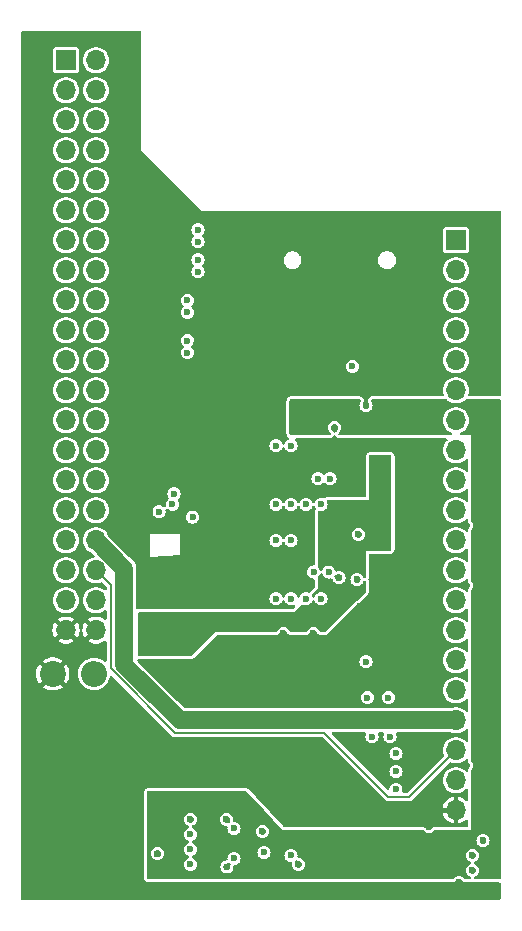
<source format=gbr>
%TF.GenerationSoftware,KiCad,Pcbnew,8.0.4*%
%TF.CreationDate,2024-09-22T15:27:49+02:00*%
%TF.ProjectId,blue_64,626c7565-5f36-4342-9e6b-696361645f70,1.0*%
%TF.SameCoordinates,PX3dc4fd0PY7445a00*%
%TF.FileFunction,Copper,L2,Inr*%
%TF.FilePolarity,Positive*%
%FSLAX46Y46*%
G04 Gerber Fmt 4.6, Leading zero omitted, Abs format (unit mm)*
G04 Created by KiCad (PCBNEW 8.0.4) date 2024-09-22 15:27:49*
%MOMM*%
%LPD*%
G01*
G04 APERTURE LIST*
%TA.AperFunction,ComponentPad*%
%ADD10R,1.700000X1.700000*%
%TD*%
%TA.AperFunction,ComponentPad*%
%ADD11O,1.700000X1.700000*%
%TD*%
%TA.AperFunction,ComponentPad*%
%ADD12O,2.200000X2.200000*%
%TD*%
%TA.AperFunction,ComponentPad*%
%ADD13C,2.200000*%
%TD*%
%TA.AperFunction,ViaPad*%
%ADD14C,0.600000*%
%TD*%
%TA.AperFunction,ViaPad*%
%ADD15C,0.800000*%
%TD*%
%TA.AperFunction,Conductor*%
%ADD16C,0.200000*%
%TD*%
%TA.AperFunction,Conductor*%
%ADD17C,1.500000*%
%TD*%
G04 APERTURE END LIST*
D10*
X3810000Y71120000D03*
D11*
X6350000Y71120000D03*
X3810000Y68580000D03*
X6350000Y68580000D03*
X3810000Y66040000D03*
X6350000Y66040000D03*
X3810000Y63500000D03*
X6350000Y63500000D03*
X3810000Y60960000D03*
X6350000Y60960000D03*
X3810000Y58420000D03*
X6350000Y58420000D03*
X3810000Y55880000D03*
X6350000Y55880000D03*
X3810000Y53340000D03*
X6350000Y53340000D03*
X3810000Y50800000D03*
X6350000Y50800000D03*
X3810000Y48260000D03*
X6350000Y48260000D03*
X3810000Y45720000D03*
X6350000Y45720000D03*
X3810000Y43180000D03*
X6350000Y43180000D03*
X3810000Y40640000D03*
X6350000Y40640000D03*
X3810000Y38100000D03*
X6350000Y38100000D03*
X3810000Y35560000D03*
X6350000Y35560000D03*
X3810000Y33020000D03*
X6350000Y33020000D03*
X3810000Y30480000D03*
X6350000Y30480000D03*
X3810000Y27940000D03*
X6350000Y27940000D03*
X3810000Y25400000D03*
X6350000Y25400000D03*
X3810000Y22860000D03*
X6350000Y22860000D03*
D10*
X36830000Y55880000D03*
D11*
X36830000Y53340000D03*
X36830000Y50800000D03*
X36830000Y48260000D03*
X36830000Y45720000D03*
X36830000Y43180000D03*
X36830000Y40640000D03*
X36830000Y38100000D03*
X36830000Y35560000D03*
X36830000Y33020000D03*
X36830000Y30480000D03*
X36830000Y27940000D03*
X36830000Y25400000D03*
X36830000Y22860000D03*
X36830000Y20320000D03*
X36830000Y17780000D03*
X36830000Y15240000D03*
X36830000Y12700000D03*
X36830000Y10160000D03*
X36830000Y7620000D03*
D12*
X6195000Y19177000D03*
D13*
X2695000Y19177000D03*
D14*
X30861000Y38735000D03*
X20701000Y25908000D03*
X19558000Y13208000D03*
X13589000Y51943000D03*
X17430000Y2820000D03*
X31115000Y11684000D03*
X17399000Y50038000D03*
X7493000Y41910000D03*
X28575000Y34798000D03*
X13843000Y33147000D03*
X37719000Y11430000D03*
X35052000Y8763000D03*
X17018000Y1143000D03*
X10160000Y55880000D03*
X22352000Y44323000D03*
X23495000Y34163000D03*
X25781000Y12065000D03*
X10795000Y32893000D03*
X23622000Y16764000D03*
X23876000Y13335000D03*
X29210000Y41910000D03*
X29210000Y1143000D03*
X8255000Y71882000D03*
X20066000Y40894000D03*
X37719000Y26670000D03*
X35941000Y52070000D03*
X31115000Y10160000D03*
X28575000Y9398000D03*
X10033000Y48768000D03*
X17399000Y6858000D03*
X26670000Y34798000D03*
X33528000Y22733000D03*
X37719000Y31750000D03*
X22606000Y26543000D03*
X36068000Y36830000D03*
X8509000Y6223000D03*
X22987000Y20828000D03*
X2921000Y12446000D03*
X5080000Y49530000D03*
X20320000Y38481000D03*
X15748000Y53594000D03*
X26035000Y47244000D03*
X10668000Y26289000D03*
X7493000Y36830000D03*
X5080000Y39370000D03*
X19812000Y20193000D03*
X32639000Y44831000D03*
X17018000Y16637000D03*
X33274000Y49530000D03*
X20447000Y56134000D03*
X19177000Y43180000D03*
X5080000Y67310000D03*
X5080000Y54610000D03*
X13589000Y58420000D03*
X8636000Y40005000D03*
X34544000Y1143000D03*
X28702000Y24892000D03*
X19050000Y26543000D03*
X37719000Y44450000D03*
X5080000Y41910000D03*
X5080000Y62230000D03*
X30480000Y13208000D03*
X7620000Y5080000D03*
X27813000Y13716000D03*
X22225000Y34163000D03*
X38100000Y54610000D03*
X33528000Y30607000D03*
X30988000Y18923000D03*
X24765000Y22606000D03*
X5080000Y36830000D03*
X8001000Y44831000D03*
X8128000Y56642000D03*
X23495000Y3048000D03*
X16764000Y57277000D03*
X20574000Y33655000D03*
X20066000Y1143000D03*
X36068000Y19050000D03*
X28575000Y30988000D03*
X19558000Y34163000D03*
X5080000Y64770000D03*
X12192000Y34163000D03*
X14986000Y50038000D03*
X30861000Y24765000D03*
X34544000Y6223000D03*
X1778000Y6350000D03*
X17145000Y10668000D03*
X18796000Y47371000D03*
X31115000Y51816000D03*
X5080000Y34290000D03*
X22098000Y41402000D03*
X15875000Y56007000D03*
X8128000Y53975000D03*
X26924000Y27305000D03*
X5715000Y8763000D03*
X11557000Y3937000D03*
X26924000Y20828000D03*
X26162000Y1143000D03*
X17145000Y13335000D03*
X20574000Y52197000D03*
X30226000Y17526000D03*
X26546773Y40003358D03*
X30099000Y20193000D03*
X2921000Y16383000D03*
X19050000Y38481000D03*
X38227000Y2540000D03*
X33528000Y25146000D03*
X28956000Y13208000D03*
X27305000Y56007000D03*
X39116000Y5080000D03*
X9652000Y1270000D03*
X14224000Y26416000D03*
X6731000Y16383000D03*
X22860000Y9398000D03*
X10033000Y52451000D03*
X33528000Y19050000D03*
X25019000Y45085000D03*
X5080000Y57150000D03*
X12700000Y10160000D03*
X9730000Y30420000D03*
X5080000Y44450000D03*
X29591000Y38735000D03*
X38227000Y3810000D03*
X14351000Y1143000D03*
X36068000Y21590000D03*
X23114000Y1143000D03*
X9017000Y68326000D03*
X14351000Y6858000D03*
X37084000Y1524000D03*
X28448000Y21971000D03*
X5080000Y46990000D03*
X14732000Y45593000D03*
X11176000Y11557000D03*
X25654000Y53340000D03*
X28702000Y6858000D03*
X21971000Y11938000D03*
X5080000Y52070000D03*
X14097000Y30353000D03*
X9398000Y62865000D03*
X5461000Y2286000D03*
X5080000Y59690000D03*
X20447000Y5842000D03*
X16891000Y18796000D03*
X5080000Y26670000D03*
X18034000Y40386000D03*
X14859000Y46990000D03*
X22352000Y47371000D03*
X12130000Y25720000D03*
X33528000Y33147000D03*
X9652000Y11557000D03*
X18161000Y27432000D03*
X35941000Y46990000D03*
X33528000Y36703000D03*
X10160000Y36576000D03*
X5080000Y69850000D03*
X10033000Y38735000D03*
X29464000Y48133000D03*
X28705000Y44458401D03*
X20066000Y17145000D03*
X31877000Y1143000D03*
X27305000Y44704000D03*
X31623000Y6858000D03*
X32639000Y56261000D03*
X33528000Y27940000D03*
X16129000Y42037000D03*
X7620000Y7366000D03*
X10930000Y13020000D03*
X21082000Y27559000D03*
X10287000Y59055000D03*
X22225000Y22606000D03*
X28448000Y27178000D03*
X23495000Y27559000D03*
X31023500Y21336000D03*
X26670000Y33528000D03*
X30226000Y36576000D03*
X10330000Y21620000D03*
X13630000Y21720000D03*
X30734000Y30734000D03*
X12630000Y21720000D03*
X30038000Y33716000D03*
X10330000Y22520000D03*
X26670000Y25527000D03*
X13130000Y22520000D03*
X14130000Y22520000D03*
X14097000Y49784000D03*
X31242000Y13843000D03*
X14986000Y55753000D03*
X14351000Y4318000D03*
X14986000Y56769000D03*
X14351000Y3048000D03*
X31750000Y10922000D03*
X14986000Y53213000D03*
X31741746Y9398000D03*
X14986000Y54229000D03*
X14097000Y50800000D03*
X31750000Y12446000D03*
X29337000Y17145000D03*
X14521865Y32439467D03*
X14097000Y46355000D03*
X28067000Y45212000D03*
X29718000Y13843000D03*
X14097000Y47371000D03*
X31115000Y17145000D03*
X12827000Y33528000D03*
X12954000Y34417000D03*
X29210000Y20193000D03*
X18034000Y6096000D03*
X11696076Y32893000D03*
X31877000Y2413000D03*
X22987000Y40894000D03*
X13208000Y6985000D03*
X12319000Y8763000D03*
X13208000Y6096000D03*
X13208000Y4953000D03*
X35433000Y3429000D03*
X13208000Y8763000D03*
X34544000Y2413000D03*
X31750000Y39751000D03*
X13208000Y7874000D03*
X19939000Y6731000D03*
X27051000Y41783000D03*
X18034000Y3556000D03*
X14351000Y5579871D03*
X20574000Y4064000D03*
X25400000Y25527000D03*
X24130000Y25527000D03*
X26061263Y27792423D03*
X22860000Y30480000D03*
X21590000Y30480000D03*
X25400000Y33528000D03*
X26162000Y35687000D03*
X25146000Y35687000D03*
X22860000Y38481000D03*
X21590000Y33528000D03*
X22860000Y33528000D03*
X21590000Y38481000D03*
X24130000Y33528000D03*
X21590000Y25527000D03*
X24791263Y27792423D03*
X22860000Y25527000D03*
X22860000Y3810000D03*
D15*
X8763000Y20920000D03*
D16*
X7595000Y19632309D02*
X13037309Y14190000D01*
X32893000Y8763000D02*
X36830000Y12700000D01*
X31115000Y8763000D02*
X32893000Y8763000D01*
X13037309Y14190000D02*
X25146000Y14190000D01*
X25146000Y14190000D02*
X25688000Y14190000D01*
X7595000Y26695000D02*
X7595000Y19632309D01*
X25688000Y14190000D02*
X31115000Y8763000D01*
X6350000Y27940000D02*
X7595000Y26695000D01*
D17*
X8763000Y28072585D02*
X6355585Y30480000D01*
X13472233Y15240000D02*
X11567233Y17145000D01*
X8763000Y20920000D02*
X8763000Y28072585D01*
X36830000Y15240000D02*
X13472233Y15240000D01*
X8763000Y19949234D02*
X8763000Y20920000D01*
X6355585Y30480000D02*
X6350000Y30480000D01*
X12451117Y16261117D02*
X8763000Y19949234D01*
%TA.AperFunction,Conductor*%
G36*
X10077539Y73614815D02*
G01*
X10123294Y73562011D01*
X10134500Y73510500D01*
X10134500Y63510563D01*
X10134500Y63489437D01*
X15229437Y58394500D01*
X15229438Y58394500D01*
X40490500Y58394500D01*
X40557539Y58374815D01*
X40603294Y58322011D01*
X40614500Y58270500D01*
X40614500Y42797500D01*
X40594815Y42730461D01*
X40542011Y42684706D01*
X40490500Y42673500D01*
X37994269Y42673500D01*
X37927230Y42693185D01*
X37881475Y42745989D01*
X37871531Y42815147D01*
X37875003Y42831435D01*
X37916397Y42976918D01*
X37935215Y43180000D01*
X37935215Y43180001D01*
X37916397Y43383083D01*
X37860582Y43579250D01*
X37769673Y43761821D01*
X37646764Y43924579D01*
X37646762Y43924582D01*
X37496041Y44061981D01*
X37496039Y44061983D01*
X37322642Y44169345D01*
X37322635Y44169349D01*
X37227546Y44206186D01*
X37132456Y44243024D01*
X36931976Y44280500D01*
X36728024Y44280500D01*
X36527544Y44243024D01*
X36527541Y44243024D01*
X36527541Y44243023D01*
X36337364Y44169349D01*
X36337357Y44169345D01*
X36163960Y44061983D01*
X36163958Y44061981D01*
X36013237Y43924582D01*
X35890327Y43761822D01*
X35799422Y43579261D01*
X35799417Y43579248D01*
X35743602Y43383083D01*
X35724785Y43180001D01*
X35724785Y43180000D01*
X35743602Y42976918D01*
X35784997Y42831435D01*
X35784411Y42761567D01*
X35746144Y42703109D01*
X35682347Y42674618D01*
X35665731Y42673500D01*
X29765529Y42673500D01*
X29700881Y42665184D01*
X29700879Y42665184D01*
X29700875Y42665183D01*
X29670516Y42657242D01*
X29640151Y42649299D01*
X29640148Y42649298D01*
X29604240Y42636989D01*
X29604239Y42636989D01*
X29522019Y42580624D01*
X29522007Y42580615D01*
X29473203Y42530635D01*
X29473194Y42530624D01*
X29444411Y42495339D01*
X29405714Y42403466D01*
X29405713Y42403462D01*
X29391674Y42335017D01*
X29386537Y42289770D01*
X29386537Y42289766D01*
X29395384Y42239001D01*
X29403652Y42191557D01*
X29403654Y42191551D01*
X29409215Y42177167D01*
X29428846Y42126387D01*
X29464457Y42062975D01*
X29464458Y42062973D01*
X29466491Y42059354D01*
X29472934Y42046090D01*
X29491159Y42002091D01*
X29499537Y41970822D01*
X29505413Y41926185D01*
X29505413Y41893815D01*
X29499536Y41849177D01*
X29491160Y41817914D01*
X29473929Y41776311D01*
X29457741Y41748273D01*
X29430333Y41712555D01*
X29407445Y41689667D01*
X29371727Y41662259D01*
X29343690Y41646072D01*
X29302088Y41628841D01*
X29270824Y41620464D01*
X29226186Y41614587D01*
X29193815Y41614587D01*
X29149173Y41620464D01*
X29117909Y41628841D01*
X29076304Y41646073D01*
X29048273Y41662258D01*
X29012556Y41689665D01*
X28989668Y41712553D01*
X28962254Y41748279D01*
X28946068Y41776314D01*
X28928840Y41817907D01*
X28920462Y41849172D01*
X28914584Y41893823D01*
X28914584Y41926180D01*
X28920462Y41970833D01*
X28928838Y42002091D01*
X28947199Y42046421D01*
X28954560Y42061287D01*
X28988302Y42119327D01*
X28988304Y42119332D01*
X28988306Y42119335D01*
X29012668Y42177173D01*
X29024767Y42213168D01*
X29024767Y42213170D01*
X29024768Y42213172D01*
X29028872Y42289770D01*
X29030102Y42312717D01*
X29020158Y42381875D01*
X29015916Y42399824D01*
X29009685Y42426193D01*
X29009684Y42426198D01*
X28960353Y42512828D01*
X28924562Y42554133D01*
X28914601Y42565629D01*
X28881824Y42597257D01*
X28793487Y42643466D01*
X28793487Y42643467D01*
X28726455Y42663149D01*
X28726443Y42663152D01*
X28654466Y42673500D01*
X28654465Y42673500D01*
X22857000Y42673500D01*
X22856997Y42673500D01*
X22802687Y42667662D01*
X22751181Y42656457D01*
X22751172Y42656454D01*
X22724807Y42649221D01*
X22724796Y42649217D01*
X22638181Y42599895D01*
X22638173Y42599889D01*
X22585371Y42554137D01*
X22553743Y42521360D01*
X22507534Y42433023D01*
X22507533Y42433023D01*
X22487851Y42365991D01*
X22487848Y42365979D01*
X22477500Y42294002D01*
X22477500Y41127149D01*
X22468061Y41079697D01*
X22450670Y41037713D01*
X22431750Y40894001D01*
X22431750Y40894000D01*
X22438453Y40843083D01*
X22450670Y40750292D01*
X22450670Y40750291D01*
X22468061Y40708306D01*
X22477500Y40660853D01*
X22477500Y39493998D01*
X22483338Y39439688D01*
X22494543Y39388182D01*
X22494546Y39388173D01*
X22501779Y39361808D01*
X22501783Y39361797D01*
X22551105Y39275182D01*
X22551110Y39275175D01*
X22551112Y39275172D01*
X22572682Y39250279D01*
X22596863Y39222372D01*
X22596866Y39222369D01*
X22596867Y39222368D01*
X22629641Y39190743D01*
X22629643Y39190742D01*
X22633647Y39187855D01*
X22676511Y39132679D01*
X22682741Y39063087D01*
X22650358Y39001175D01*
X22608577Y38972715D01*
X22582375Y38961861D01*
X22467379Y38873621D01*
X22445097Y38844582D01*
X22379137Y38758622D01*
X22339561Y38663075D01*
X22295720Y38608671D01*
X22229426Y38586606D01*
X22161727Y38603885D01*
X22114116Y38655022D01*
X22110439Y38663075D01*
X22070862Y38758622D01*
X22070861Y38758625D01*
X21982621Y38873621D01*
X21867625Y38961861D01*
X21867624Y38961862D01*
X21867622Y38961863D01*
X21733712Y39017329D01*
X21733710Y39017330D01*
X21733709Y39017330D01*
X21661854Y39026790D01*
X21590001Y39036250D01*
X21589999Y39036250D01*
X21446291Y39017330D01*
X21446287Y39017329D01*
X21312377Y38961863D01*
X21197379Y38873621D01*
X21109137Y38758623D01*
X21053671Y38624713D01*
X21053670Y38624709D01*
X21034750Y38481000D01*
X21051558Y38353330D01*
X21053670Y38337292D01*
X21053671Y38337288D01*
X21109137Y38203378D01*
X21109138Y38203376D01*
X21109139Y38203375D01*
X21197379Y38088379D01*
X21312375Y38000139D01*
X21446291Y37944670D01*
X21573280Y37927952D01*
X21589999Y37925750D01*
X21590000Y37925750D01*
X21590001Y37925750D01*
X21604977Y37927722D01*
X21733709Y37944670D01*
X21867625Y38000139D01*
X21982621Y38088379D01*
X22070861Y38203375D01*
X22110439Y38298926D01*
X22154279Y38353330D01*
X22220573Y38375395D01*
X22288273Y38358116D01*
X22335884Y38306979D01*
X22339561Y38298926D01*
X22379137Y38203378D01*
X22379138Y38203376D01*
X22379139Y38203375D01*
X22467379Y38088379D01*
X22582375Y38000139D01*
X22716291Y37944670D01*
X22843280Y37927952D01*
X22859999Y37925750D01*
X22860000Y37925750D01*
X22860001Y37925750D01*
X22874977Y37927722D01*
X23003709Y37944670D01*
X23137625Y38000139D01*
X23252621Y38088379D01*
X23340861Y38203375D01*
X23396330Y38337291D01*
X23415250Y38481000D01*
X23396330Y38624709D01*
X23340861Y38758625D01*
X23252621Y38873621D01*
X23252619Y38873622D01*
X23252619Y38873623D01*
X23239954Y38883341D01*
X23228506Y38892125D01*
X23187304Y38948552D01*
X23183149Y39018298D01*
X23217361Y39079218D01*
X23279078Y39111971D01*
X23303993Y39114500D01*
X26102587Y39114500D01*
X26102595Y39114500D01*
X26128397Y39115806D01*
X26153312Y39118335D01*
X26209044Y39135242D01*
X26247280Y39146840D01*
X26247286Y39146843D01*
X26308986Y39179587D01*
X26308987Y39179588D01*
X26308999Y39179594D01*
X26347167Y39204446D01*
X26412001Y39280174D01*
X26438802Y39327899D01*
X26488787Y39376710D01*
X26557232Y39390750D01*
X26622402Y39365558D01*
X26654672Y39328540D01*
X26685058Y39275179D01*
X26685061Y39275175D01*
X26685063Y39275172D01*
X26706633Y39250279D01*
X26730814Y39222372D01*
X26730817Y39222369D01*
X26730818Y39222368D01*
X26763592Y39190743D01*
X26851927Y39144535D01*
X26851928Y39144535D01*
X26851928Y39144534D01*
X26902056Y39129816D01*
X26918966Y39124850D01*
X26918970Y39124850D01*
X26918972Y39124849D01*
X26930603Y39123177D01*
X26990951Y39114500D01*
X26990952Y39114500D01*
X35989244Y39114500D01*
X36056283Y39094815D01*
X36102038Y39042011D01*
X36111982Y38972853D01*
X36082957Y38909297D01*
X36072782Y38898863D01*
X36013237Y38844582D01*
X35890327Y38681822D01*
X35799422Y38499261D01*
X35799417Y38499248D01*
X35743602Y38303083D01*
X35724785Y38100001D01*
X35724785Y38100000D01*
X35743602Y37896918D01*
X35799417Y37700753D01*
X35799422Y37700740D01*
X35890327Y37518179D01*
X36013237Y37355419D01*
X36163958Y37218020D01*
X36163960Y37218018D01*
X36263141Y37156608D01*
X36337363Y37110652D01*
X36527544Y37036976D01*
X36728024Y36999500D01*
X36728026Y36999500D01*
X36931974Y36999500D01*
X36931976Y36999500D01*
X37132456Y37036976D01*
X37322637Y37110652D01*
X37496041Y37218019D01*
X37636962Y37346485D01*
X37699766Y37377102D01*
X37769153Y37368904D01*
X37823093Y37324495D01*
X37844461Y37257972D01*
X37844500Y37254848D01*
X37844500Y36405153D01*
X37824815Y36338114D01*
X37772011Y36292359D01*
X37702853Y36282415D01*
X37639297Y36311440D01*
X37636962Y36313516D01*
X37496042Y36441981D01*
X37496039Y36441983D01*
X37322642Y36549345D01*
X37322635Y36549349D01*
X37227546Y36586186D01*
X37132456Y36623024D01*
X36931976Y36660500D01*
X36728024Y36660500D01*
X36527544Y36623024D01*
X36527541Y36623024D01*
X36527541Y36623023D01*
X36337364Y36549349D01*
X36337357Y36549345D01*
X36163960Y36441983D01*
X36163958Y36441981D01*
X36013237Y36304582D01*
X35890327Y36141822D01*
X35799422Y35959261D01*
X35799417Y35959248D01*
X35743602Y35763083D01*
X35724785Y35560001D01*
X35724785Y35560000D01*
X35743602Y35356918D01*
X35799417Y35160753D01*
X35799422Y35160740D01*
X35890327Y34978179D01*
X36013237Y34815419D01*
X36163958Y34678020D01*
X36163960Y34678018D01*
X36263141Y34616608D01*
X36337363Y34570652D01*
X36527544Y34496976D01*
X36728024Y34459500D01*
X36728026Y34459500D01*
X36931974Y34459500D01*
X36931976Y34459500D01*
X37132456Y34496976D01*
X37322637Y34570652D01*
X37496041Y34678019D01*
X37636962Y34806485D01*
X37699766Y34837102D01*
X37769153Y34828904D01*
X37823093Y34784495D01*
X37844461Y34717972D01*
X37844500Y34714848D01*
X37844500Y33865153D01*
X37824815Y33798114D01*
X37772011Y33752359D01*
X37702853Y33742415D01*
X37639297Y33771440D01*
X37636962Y33773516D01*
X37496042Y33901981D01*
X37496039Y33901983D01*
X37322642Y34009345D01*
X37322635Y34009349D01*
X37185200Y34062591D01*
X37132456Y34083024D01*
X36931976Y34120500D01*
X36728024Y34120500D01*
X36527544Y34083024D01*
X36527541Y34083024D01*
X36527541Y34083023D01*
X36337364Y34009349D01*
X36337357Y34009345D01*
X36163960Y33901983D01*
X36163958Y33901981D01*
X36013237Y33764582D01*
X35890327Y33601822D01*
X35799422Y33419261D01*
X35799417Y33419248D01*
X35743602Y33223083D01*
X35724785Y33020001D01*
X35724785Y33020000D01*
X35743602Y32816918D01*
X35799417Y32620753D01*
X35799422Y32620740D01*
X35890327Y32438179D01*
X36013237Y32275419D01*
X36163958Y32138020D01*
X36163960Y32138018D01*
X36229548Y32097408D01*
X36337363Y32030652D01*
X36527544Y31956976D01*
X36728024Y31919500D01*
X36728026Y31919500D01*
X36931974Y31919500D01*
X36931976Y31919500D01*
X37132456Y31956976D01*
X37322637Y32030652D01*
X37496041Y32138019D01*
X37637649Y32267113D01*
X37700453Y32297729D01*
X37769840Y32289532D01*
X37823780Y32245122D01*
X37844011Y32183876D01*
X37844527Y32183939D01*
X37844849Y32181338D01*
X37845079Y32180644D01*
X37845151Y32178908D01*
X37845151Y32178904D01*
X37845152Y32178902D01*
X37862119Y32097412D01*
X37862120Y32097408D01*
X37881611Y32046991D01*
X37887313Y32032243D01*
X37922921Y31968836D01*
X37922923Y31968833D01*
X37922926Y31968829D01*
X37966744Y31911723D01*
X37982928Y31883691D01*
X38000158Y31842094D01*
X38008536Y31810826D01*
X38014413Y31766186D01*
X38014413Y31733817D01*
X38008537Y31689180D01*
X38000159Y31657912D01*
X37982927Y31616310D01*
X37966743Y31588277D01*
X37922895Y31531133D01*
X37916611Y31522580D01*
X37910658Y31514111D01*
X37874536Y31439170D01*
X37874534Y31439164D01*
X37854850Y31372129D01*
X37854849Y31372124D01*
X37845289Y31305634D01*
X37816263Y31242079D01*
X37757485Y31204305D01*
X37687615Y31204305D01*
X37639013Y31231645D01*
X37496041Y31361981D01*
X37496039Y31361983D01*
X37322642Y31469345D01*
X37322635Y31469349D01*
X37227546Y31506186D01*
X37132456Y31543024D01*
X36931976Y31580500D01*
X36728024Y31580500D01*
X36527544Y31543024D01*
X36527541Y31543024D01*
X36527541Y31543023D01*
X36337364Y31469349D01*
X36337357Y31469345D01*
X36163960Y31361983D01*
X36163958Y31361981D01*
X36013237Y31224582D01*
X35890327Y31061822D01*
X35799422Y30879261D01*
X35799417Y30879248D01*
X35743602Y30683083D01*
X35724785Y30480001D01*
X35724785Y30480000D01*
X35743602Y30276918D01*
X35799417Y30080753D01*
X35799422Y30080740D01*
X35890327Y29898179D01*
X36013237Y29735419D01*
X36163958Y29598020D01*
X36163960Y29598018D01*
X36263141Y29536608D01*
X36337363Y29490652D01*
X36527544Y29416976D01*
X36728024Y29379500D01*
X36728026Y29379500D01*
X36931974Y29379500D01*
X36931976Y29379500D01*
X37132456Y29416976D01*
X37322637Y29490652D01*
X37496041Y29598019D01*
X37624363Y29715000D01*
X37636962Y29726485D01*
X37699766Y29757102D01*
X37769153Y29748904D01*
X37823093Y29704495D01*
X37844461Y29637972D01*
X37844500Y29634848D01*
X37844500Y28785153D01*
X37824815Y28718114D01*
X37772011Y28672359D01*
X37702853Y28662415D01*
X37639297Y28691440D01*
X37636962Y28693516D01*
X37496042Y28821981D01*
X37496039Y28821983D01*
X37322642Y28929345D01*
X37322635Y28929349D01*
X37227546Y28966186D01*
X37132456Y29003024D01*
X36931976Y29040500D01*
X36728024Y29040500D01*
X36527544Y29003024D01*
X36527541Y29003024D01*
X36527541Y29003023D01*
X36337364Y28929349D01*
X36337357Y28929345D01*
X36163960Y28821983D01*
X36163958Y28821981D01*
X36013237Y28684582D01*
X35890327Y28521822D01*
X35799422Y28339261D01*
X35799417Y28339248D01*
X35743602Y28143083D01*
X35724785Y27940001D01*
X35724785Y27940000D01*
X35743602Y27736918D01*
X35799417Y27540753D01*
X35799422Y27540740D01*
X35890327Y27358179D01*
X36013237Y27195419D01*
X36163958Y27058020D01*
X36163960Y27058018D01*
X36245621Y27007456D01*
X36337363Y26950652D01*
X36527544Y26876976D01*
X36728024Y26839500D01*
X36728026Y26839500D01*
X36931974Y26839500D01*
X36931976Y26839500D01*
X37132456Y26876976D01*
X37322637Y26950652D01*
X37496041Y27058019D01*
X37637649Y27187113D01*
X37700453Y27217729D01*
X37769840Y27209532D01*
X37823780Y27165122D01*
X37844011Y27103876D01*
X37844527Y27103939D01*
X37844849Y27101338D01*
X37845079Y27100644D01*
X37845151Y27098908D01*
X37845151Y27098904D01*
X37845152Y27098902D01*
X37853823Y27057258D01*
X37862119Y27017412D01*
X37862120Y27017408D01*
X37887313Y26952242D01*
X37887318Y26952232D01*
X37922917Y26888840D01*
X37922921Y26888835D01*
X37937398Y26869968D01*
X37937405Y26869958D01*
X37966741Y26831727D01*
X37982927Y26803692D01*
X38000159Y26762090D01*
X38008537Y26730822D01*
X38014413Y26686185D01*
X38014413Y26653817D01*
X38008537Y26609180D01*
X38000159Y26577912D01*
X37982927Y26536310D01*
X37966743Y26508277D01*
X37922895Y26451133D01*
X37916611Y26442580D01*
X37910658Y26434111D01*
X37874536Y26359170D01*
X37874534Y26359164D01*
X37854850Y26292129D01*
X37854849Y26292124D01*
X37845289Y26225634D01*
X37816263Y26162079D01*
X37757485Y26124305D01*
X37687615Y26124305D01*
X37639013Y26151645D01*
X37496041Y26281981D01*
X37496039Y26281983D01*
X37322642Y26389345D01*
X37322635Y26389349D01*
X37227546Y26426186D01*
X37132456Y26463024D01*
X36931976Y26500500D01*
X36728024Y26500500D01*
X36527544Y26463024D01*
X36527541Y26463024D01*
X36527541Y26463023D01*
X36337364Y26389349D01*
X36337357Y26389345D01*
X36163960Y26281983D01*
X36163958Y26281981D01*
X36013237Y26144582D01*
X35890327Y25981822D01*
X35799422Y25799261D01*
X35799417Y25799248D01*
X35743602Y25603083D01*
X35724785Y25400001D01*
X35724785Y25400000D01*
X35743602Y25196918D01*
X35799417Y25000753D01*
X35799422Y25000740D01*
X35890327Y24818179D01*
X36013237Y24655419D01*
X36163958Y24518020D01*
X36163960Y24518018D01*
X36263141Y24456608D01*
X36337363Y24410652D01*
X36527544Y24336976D01*
X36728024Y24299500D01*
X36728026Y24299500D01*
X36931974Y24299500D01*
X36931976Y24299500D01*
X37132456Y24336976D01*
X37322637Y24410652D01*
X37496041Y24518019D01*
X37612840Y24624495D01*
X37636962Y24646485D01*
X37699766Y24677102D01*
X37769153Y24668904D01*
X37823093Y24624495D01*
X37844461Y24557972D01*
X37844500Y24554848D01*
X37844500Y23705153D01*
X37824815Y23638114D01*
X37772011Y23592359D01*
X37702853Y23582415D01*
X37639297Y23611440D01*
X37636962Y23613516D01*
X37496042Y23741981D01*
X37496039Y23741983D01*
X37322642Y23849345D01*
X37322635Y23849349D01*
X37207761Y23893851D01*
X37132456Y23923024D01*
X36931976Y23960500D01*
X36728024Y23960500D01*
X36527544Y23923024D01*
X36527541Y23923024D01*
X36527541Y23923023D01*
X36337364Y23849349D01*
X36337357Y23849345D01*
X36163960Y23741983D01*
X36163958Y23741981D01*
X36013237Y23604582D01*
X35890327Y23441822D01*
X35799422Y23259261D01*
X35799417Y23259248D01*
X35743602Y23063083D01*
X35724785Y22860001D01*
X35724785Y22860000D01*
X35743602Y22656918D01*
X35799417Y22460753D01*
X35799422Y22460740D01*
X35890327Y22278179D01*
X36013237Y22115419D01*
X36163958Y21978020D01*
X36163960Y21978018D01*
X36263141Y21916608D01*
X36337363Y21870652D01*
X36527544Y21796976D01*
X36728024Y21759500D01*
X36728026Y21759500D01*
X36931974Y21759500D01*
X36931976Y21759500D01*
X37132456Y21796976D01*
X37322637Y21870652D01*
X37496041Y21978019D01*
X37636962Y22106485D01*
X37699766Y22137102D01*
X37769153Y22128904D01*
X37823093Y22084495D01*
X37844461Y22017972D01*
X37844500Y22014848D01*
X37844500Y21165153D01*
X37824815Y21098114D01*
X37772011Y21052359D01*
X37702853Y21042415D01*
X37639297Y21071440D01*
X37636962Y21073516D01*
X37496042Y21201981D01*
X37496039Y21201983D01*
X37322642Y21309345D01*
X37322635Y21309349D01*
X37227546Y21346186D01*
X37132456Y21383024D01*
X36931976Y21420500D01*
X36728024Y21420500D01*
X36527544Y21383024D01*
X36527541Y21383024D01*
X36527541Y21383023D01*
X36337364Y21309349D01*
X36337357Y21309345D01*
X36163960Y21201983D01*
X36163958Y21201981D01*
X36013237Y21064582D01*
X35890327Y20901822D01*
X35799422Y20719261D01*
X35799417Y20719248D01*
X35743602Y20523083D01*
X35724785Y20320001D01*
X35724785Y20320000D01*
X35743602Y20116918D01*
X35799417Y19920753D01*
X35799422Y19920740D01*
X35890327Y19738179D01*
X36013237Y19575419D01*
X36163958Y19438020D01*
X36163960Y19438018D01*
X36242656Y19389292D01*
X36337363Y19330652D01*
X36527544Y19256976D01*
X36728024Y19219500D01*
X36728026Y19219500D01*
X36931974Y19219500D01*
X36931976Y19219500D01*
X37132456Y19256976D01*
X37322637Y19330652D01*
X37496041Y19438019D01*
X37636962Y19566485D01*
X37699766Y19597102D01*
X37769153Y19588904D01*
X37823093Y19544495D01*
X37844461Y19477972D01*
X37844500Y19474848D01*
X37844500Y18625153D01*
X37824815Y18558114D01*
X37772011Y18512359D01*
X37702853Y18502415D01*
X37639297Y18531440D01*
X37636962Y18533516D01*
X37496042Y18661981D01*
X37496039Y18661983D01*
X37322642Y18769345D01*
X37322635Y18769349D01*
X37142089Y18839292D01*
X37132456Y18843024D01*
X36931976Y18880500D01*
X36728024Y18880500D01*
X36527544Y18843024D01*
X36527541Y18843024D01*
X36527541Y18843023D01*
X36337364Y18769349D01*
X36337357Y18769345D01*
X36163960Y18661983D01*
X36163958Y18661981D01*
X36013237Y18524582D01*
X35890327Y18361822D01*
X35799422Y18179261D01*
X35799417Y18179248D01*
X35743602Y17983083D01*
X35724785Y17780001D01*
X35724785Y17780000D01*
X35743602Y17576918D01*
X35799417Y17380753D01*
X35799422Y17380740D01*
X35890327Y17198179D01*
X36013237Y17035419D01*
X36163958Y16898020D01*
X36163960Y16898018D01*
X36169550Y16894557D01*
X36337363Y16790652D01*
X36527544Y16716976D01*
X36728024Y16679500D01*
X36728026Y16679500D01*
X36931974Y16679500D01*
X36931976Y16679500D01*
X37132456Y16716976D01*
X37322637Y16790652D01*
X37496041Y16898019D01*
X37636962Y17026485D01*
X37699766Y17057102D01*
X37769153Y17048904D01*
X37823093Y17004495D01*
X37844461Y16937972D01*
X37844500Y16934848D01*
X37844500Y16085153D01*
X37824815Y16018114D01*
X37772011Y15972359D01*
X37702853Y15962415D01*
X37639297Y15991440D01*
X37636962Y15993516D01*
X37496042Y16121981D01*
X37496039Y16121983D01*
X37322642Y16229345D01*
X37322635Y16229349D01*
X37200099Y16276819D01*
X37132456Y16303024D01*
X36931976Y16340500D01*
X36728024Y16340500D01*
X36527544Y16303024D01*
X36527541Y16303024D01*
X36527541Y16303023D01*
X36387763Y16248873D01*
X36342969Y16240500D01*
X13938015Y16240500D01*
X13870976Y16260185D01*
X13850334Y16276819D01*
X13232596Y16894557D01*
X13232576Y16894579D01*
X12982154Y17145001D01*
X28781750Y17145001D01*
X28781750Y17145000D01*
X28800670Y17001292D01*
X28800671Y17001288D01*
X28856137Y16867378D01*
X28856138Y16867376D01*
X28856139Y16867375D01*
X28944379Y16752379D01*
X29059375Y16664139D01*
X29193291Y16608670D01*
X29320280Y16591952D01*
X29336999Y16589750D01*
X29337000Y16589750D01*
X29337001Y16589750D01*
X29351977Y16591722D01*
X29480709Y16608670D01*
X29614625Y16664139D01*
X29729621Y16752379D01*
X29817861Y16867375D01*
X29873330Y17001291D01*
X29892250Y17145000D01*
X29892250Y17145001D01*
X30559750Y17145001D01*
X30559750Y17145000D01*
X30578670Y17001292D01*
X30578671Y17001288D01*
X30634137Y16867378D01*
X30634138Y16867376D01*
X30634139Y16867375D01*
X30722379Y16752379D01*
X30837375Y16664139D01*
X30971291Y16608670D01*
X31098280Y16591952D01*
X31114999Y16589750D01*
X31115000Y16589750D01*
X31115001Y16589750D01*
X31129977Y16591722D01*
X31258709Y16608670D01*
X31392625Y16664139D01*
X31507621Y16752379D01*
X31595861Y16867375D01*
X31651330Y17001291D01*
X31670250Y17145000D01*
X31651330Y17288709D01*
X31595861Y17422625D01*
X31507621Y17537621D01*
X31392625Y17625861D01*
X31392624Y17625862D01*
X31392622Y17625863D01*
X31258712Y17681329D01*
X31258710Y17681330D01*
X31258709Y17681330D01*
X31186854Y17690790D01*
X31115001Y17700250D01*
X31114999Y17700250D01*
X30971291Y17681330D01*
X30971287Y17681329D01*
X30837377Y17625863D01*
X30722379Y17537621D01*
X30634137Y17422623D01*
X30578671Y17288713D01*
X30578670Y17288709D01*
X30559750Y17145001D01*
X29892250Y17145001D01*
X29873330Y17288709D01*
X29817861Y17422625D01*
X29729621Y17537621D01*
X29614625Y17625861D01*
X29614624Y17625862D01*
X29614622Y17625863D01*
X29480712Y17681329D01*
X29480710Y17681330D01*
X29480709Y17681330D01*
X29408854Y17690790D01*
X29337001Y17700250D01*
X29336999Y17700250D01*
X29193291Y17681330D01*
X29193287Y17681329D01*
X29059377Y17625863D01*
X28944379Y17537621D01*
X28856137Y17422623D01*
X28800671Y17288713D01*
X28800670Y17288709D01*
X28781750Y17145001D01*
X12982154Y17145001D01*
X9934153Y20193001D01*
X28654750Y20193001D01*
X28654750Y20193000D01*
X28673670Y20049292D01*
X28673671Y20049288D01*
X28729137Y19915378D01*
X28729138Y19915376D01*
X28729139Y19915375D01*
X28817379Y19800379D01*
X28932375Y19712139D01*
X29066291Y19656670D01*
X29187859Y19640665D01*
X29209999Y19637750D01*
X29210000Y19637750D01*
X29210001Y19637750D01*
X29224977Y19639722D01*
X29353709Y19656670D01*
X29487625Y19712139D01*
X29602621Y19800379D01*
X29690861Y19915375D01*
X29746330Y20049291D01*
X29765250Y20193000D01*
X29746330Y20336709D01*
X29699487Y20449799D01*
X29690862Y20470623D01*
X29690861Y20470624D01*
X29690861Y20470625D01*
X29602621Y20585621D01*
X29487625Y20673861D01*
X29487624Y20673862D01*
X29487622Y20673863D01*
X29353712Y20729329D01*
X29353710Y20729330D01*
X29353709Y20729330D01*
X29281854Y20738790D01*
X29210001Y20748250D01*
X29209999Y20748250D01*
X29066291Y20729330D01*
X29066287Y20729329D01*
X28932377Y20673863D01*
X28817379Y20585621D01*
X28729137Y20470623D01*
X28673671Y20336713D01*
X28673670Y20336709D01*
X28654750Y20193001D01*
X9934153Y20193001D01*
X9886598Y20240556D01*
X9853113Y20301879D01*
X9858097Y20371571D01*
X9899969Y20427504D01*
X9965433Y20451921D01*
X9991918Y20450976D01*
X10030000Y20445500D01*
X10030004Y20445500D01*
X14426639Y20445500D01*
X14428075Y20445578D01*
X14453952Y20446964D01*
X14480310Y20449798D01*
X14575444Y20479587D01*
X14636767Y20513072D01*
X14694985Y20556653D01*
X16579512Y22441182D01*
X16640835Y22474666D01*
X16667193Y22477500D01*
X21598892Y22477500D01*
X21598895Y22477500D01*
X21603454Y22477541D01*
X21607881Y22477620D01*
X21684013Y22490655D01*
X21750307Y22512721D01*
X21792065Y22530898D01*
X21868559Y22594827D01*
X21912397Y22649227D01*
X21949505Y22711769D01*
X21961069Y22739688D01*
X21977255Y22767724D01*
X21999767Y22797063D01*
X22004666Y22803448D01*
X22027552Y22826334D01*
X22063281Y22853749D01*
X22091308Y22869931D01*
X22132907Y22887162D01*
X22164168Y22895538D01*
X22208813Y22901415D01*
X22241183Y22901415D01*
X22263503Y22898476D01*
X22263504Y22898476D01*
X22285833Y22895537D01*
X22317092Y22887161D01*
X22358687Y22869932D01*
X22386721Y22853746D01*
X22422446Y22826333D01*
X22445332Y22803448D01*
X22472743Y22767725D01*
X22488925Y22739697D01*
X22500505Y22711742D01*
X22502320Y22707468D01*
X22504072Y22703447D01*
X22504076Y22703440D01*
X22545215Y22638174D01*
X22590961Y22585380D01*
X22590965Y22585375D01*
X22590970Y22585370D01*
X22590972Y22585368D01*
X22623746Y22553743D01*
X22712081Y22507535D01*
X22712082Y22507535D01*
X22712082Y22507534D01*
X22762210Y22492816D01*
X22779120Y22487850D01*
X22779124Y22487850D01*
X22779126Y22487849D01*
X22790757Y22486177D01*
X22851105Y22477500D01*
X22851106Y22477500D01*
X24138892Y22477500D01*
X24138895Y22477500D01*
X24143454Y22477541D01*
X24147881Y22477620D01*
X24224013Y22490655D01*
X24290307Y22512721D01*
X24332065Y22530898D01*
X24408559Y22594827D01*
X24452397Y22649227D01*
X24489505Y22711769D01*
X24501069Y22739688D01*
X24517255Y22767724D01*
X24539767Y22797063D01*
X24544666Y22803448D01*
X24567552Y22826334D01*
X24603281Y22853749D01*
X24631308Y22869931D01*
X24672907Y22887162D01*
X24704168Y22895538D01*
X24748813Y22901415D01*
X24781183Y22901415D01*
X24803503Y22898476D01*
X24803504Y22898476D01*
X24825833Y22895537D01*
X24857092Y22887161D01*
X24898687Y22869932D01*
X24926721Y22853746D01*
X24962446Y22826333D01*
X24985332Y22803448D01*
X25012743Y22767725D01*
X25028925Y22739697D01*
X25040505Y22711742D01*
X25042320Y22707468D01*
X25044072Y22703447D01*
X25044076Y22703440D01*
X25085215Y22638174D01*
X25130961Y22585380D01*
X25130965Y22585375D01*
X25130970Y22585370D01*
X25130972Y22585368D01*
X25163746Y22553743D01*
X25252081Y22507535D01*
X25252082Y22507535D01*
X25252082Y22507534D01*
X25302210Y22492816D01*
X25319120Y22487850D01*
X25319124Y22487850D01*
X25319126Y22487849D01*
X25330757Y22486177D01*
X25391105Y22477500D01*
X25391106Y22477500D01*
X25729639Y22477500D01*
X25731075Y22477578D01*
X25756952Y22478964D01*
X25783310Y22481798D01*
X25878444Y22511587D01*
X25939767Y22545072D01*
X25997985Y22588653D01*
X28407646Y24998316D01*
X28419074Y25010518D01*
X28429768Y25022712D01*
X28440375Y25035637D01*
X28481669Y25089454D01*
X28504546Y25112331D01*
X28558363Y25153625D01*
X28571288Y25164232D01*
X28583482Y25174926D01*
X28595684Y25186354D01*
X29354347Y25945016D01*
X29372626Y25965366D01*
X29389260Y25986008D01*
X29435465Y26074339D01*
X29455150Y26141378D01*
X29465500Y26213363D01*
X29465500Y26955717D01*
X29458652Y27014474D01*
X29458226Y27016275D01*
X29451602Y27044308D01*
X29445536Y27069979D01*
X29436274Y27100512D01*
X29427414Y27114855D01*
X29408929Y27182235D01*
X29423034Y27237498D01*
X29435465Y27261260D01*
X29455150Y27328299D01*
X29465500Y27400284D01*
X29465500Y29211500D01*
X29485185Y29278539D01*
X29537989Y29324294D01*
X29589500Y29335500D01*
X31245000Y29335500D01*
X31299313Y29341339D01*
X31350824Y29352545D01*
X31377198Y29359781D01*
X31406074Y29376225D01*
X31463818Y29409106D01*
X31463819Y29409108D01*
X31463828Y29409112D01*
X31516632Y29454867D01*
X31548257Y29487641D01*
X31594465Y29575976D01*
X31614150Y29643015D01*
X31624500Y29715000D01*
X31624500Y37595000D01*
X31618661Y37649313D01*
X31607455Y37700824D01*
X31600219Y37727198D01*
X31596332Y37734024D01*
X31550894Y37813819D01*
X31550890Y37813824D01*
X31550888Y37813828D01*
X31515097Y37855133D01*
X31505136Y37866629D01*
X31472359Y37898257D01*
X31384022Y37944466D01*
X31384022Y37944467D01*
X31316990Y37964149D01*
X31316978Y37964152D01*
X31245001Y37974500D01*
X31245000Y37974500D01*
X29588000Y37974500D01*
X29587997Y37974500D01*
X29533687Y37968662D01*
X29482181Y37957457D01*
X29482172Y37957454D01*
X29455807Y37950221D01*
X29455796Y37950217D01*
X29369181Y37900895D01*
X29369173Y37900889D01*
X29316371Y37855137D01*
X29284743Y37822360D01*
X29238534Y37734023D01*
X29238533Y37734023D01*
X29218851Y37666991D01*
X29218848Y37666979D01*
X29208500Y37595002D01*
X29208500Y34288500D01*
X29188815Y34221461D01*
X29136011Y34175706D01*
X29084500Y34164500D01*
X26023619Y34164500D01*
X25991769Y34162508D01*
X25961128Y34158659D01*
X25956601Y34158050D01*
X25956595Y34158049D01*
X25956594Y34158048D01*
X25913823Y34142960D01*
X25862580Y34124882D01*
X25802499Y34089236D01*
X25802492Y34089231D01*
X25765548Y34062591D01*
X25759167Y34056433D01*
X25756676Y34059014D01*
X25713761Y34028149D01*
X25643987Y34024496D01*
X25625203Y34030575D01*
X25562774Y34056433D01*
X25543709Y34064330D01*
X25471854Y34073790D01*
X25400001Y34083250D01*
X25399999Y34083250D01*
X25256291Y34064330D01*
X25256287Y34064329D01*
X25122377Y34008863D01*
X25058477Y33959830D01*
X25007379Y33920621D01*
X24993078Y33901983D01*
X24919137Y33805622D01*
X24879561Y33710075D01*
X24835720Y33655671D01*
X24769426Y33633606D01*
X24701727Y33650885D01*
X24654116Y33702022D01*
X24650439Y33710075D01*
X24610862Y33805622D01*
X24610861Y33805625D01*
X24522621Y33920621D01*
X24407625Y34008861D01*
X24407624Y34008862D01*
X24407622Y34008863D01*
X24273712Y34064329D01*
X24273710Y34064330D01*
X24273709Y34064330D01*
X24201854Y34073790D01*
X24130001Y34083250D01*
X24129999Y34083250D01*
X23986291Y34064330D01*
X23986287Y34064329D01*
X23852377Y34008863D01*
X23788477Y33959830D01*
X23737379Y33920621D01*
X23723078Y33901983D01*
X23649137Y33805622D01*
X23609561Y33710075D01*
X23565720Y33655671D01*
X23499426Y33633606D01*
X23431727Y33650885D01*
X23384116Y33702022D01*
X23380439Y33710075D01*
X23340862Y33805622D01*
X23340861Y33805625D01*
X23252621Y33920621D01*
X23137625Y34008861D01*
X23137624Y34008862D01*
X23137622Y34008863D01*
X23003712Y34064329D01*
X23003710Y34064330D01*
X23003709Y34064330D01*
X22931854Y34073790D01*
X22860001Y34083250D01*
X22859999Y34083250D01*
X22716291Y34064330D01*
X22716287Y34064329D01*
X22582377Y34008863D01*
X22518477Y33959830D01*
X22467379Y33920621D01*
X22453078Y33901983D01*
X22379137Y33805622D01*
X22339561Y33710075D01*
X22295720Y33655671D01*
X22229426Y33633606D01*
X22161727Y33650885D01*
X22114116Y33702022D01*
X22110439Y33710075D01*
X22070862Y33805622D01*
X22070861Y33805625D01*
X21982621Y33920621D01*
X21867625Y34008861D01*
X21867624Y34008862D01*
X21867622Y34008863D01*
X21733712Y34064329D01*
X21733710Y34064330D01*
X21733709Y34064330D01*
X21661854Y34073790D01*
X21590001Y34083250D01*
X21589999Y34083250D01*
X21446291Y34064330D01*
X21446287Y34064329D01*
X21312377Y34008863D01*
X21197379Y33920621D01*
X21109137Y33805623D01*
X21053671Y33671713D01*
X21053670Y33671709D01*
X21034750Y33528000D01*
X21051558Y33400330D01*
X21053670Y33384292D01*
X21053671Y33384288D01*
X21109137Y33250378D01*
X21109138Y33250376D01*
X21109139Y33250375D01*
X21197379Y33135379D01*
X21312375Y33047139D01*
X21312376Y33047139D01*
X21312377Y33047138D01*
X21357013Y33028650D01*
X21446291Y32991670D01*
X21566864Y32975796D01*
X21589999Y32972750D01*
X21590000Y32972750D01*
X21590001Y32972750D01*
X21613136Y32975796D01*
X21733709Y32991670D01*
X21867625Y33047139D01*
X21982621Y33135379D01*
X22070861Y33250375D01*
X22110439Y33345926D01*
X22154279Y33400330D01*
X22220573Y33422395D01*
X22288273Y33405116D01*
X22335884Y33353979D01*
X22339561Y33345926D01*
X22379137Y33250378D01*
X22379138Y33250376D01*
X22379139Y33250375D01*
X22467379Y33135379D01*
X22582375Y33047139D01*
X22582376Y33047139D01*
X22582377Y33047138D01*
X22627013Y33028650D01*
X22716291Y32991670D01*
X22836864Y32975796D01*
X22859999Y32972750D01*
X22860000Y32972750D01*
X22860001Y32972750D01*
X22883136Y32975796D01*
X23003709Y32991670D01*
X23137625Y33047139D01*
X23252621Y33135379D01*
X23340861Y33250375D01*
X23380439Y33345926D01*
X23424279Y33400330D01*
X23490573Y33422395D01*
X23558273Y33405116D01*
X23605884Y33353979D01*
X23609561Y33345926D01*
X23649137Y33250378D01*
X23649138Y33250376D01*
X23649139Y33250375D01*
X23737379Y33135379D01*
X23852375Y33047139D01*
X23852376Y33047139D01*
X23852377Y33047138D01*
X23897013Y33028650D01*
X23986291Y32991670D01*
X24106864Y32975796D01*
X24129999Y32972750D01*
X24130000Y32972750D01*
X24130001Y32972750D01*
X24153136Y32975796D01*
X24273709Y32991670D01*
X24407625Y33047139D01*
X24522621Y33135379D01*
X24610861Y33250375D01*
X24650439Y33345926D01*
X24694279Y33400330D01*
X24760573Y33422395D01*
X24828273Y33405116D01*
X24875884Y33353979D01*
X24879561Y33345926D01*
X24915664Y33258763D01*
X24919139Y33250375D01*
X24940081Y33223083D01*
X24948465Y33212157D01*
X24973658Y33146987D01*
X24959963Y33079196D01*
X24920536Y33003824D01*
X24920533Y33003819D01*
X24900851Y32936787D01*
X24900848Y32936775D01*
X24890500Y32864798D01*
X24890500Y28469483D01*
X24870815Y28402444D01*
X24818011Y28356689D01*
X24782686Y28346544D01*
X24647554Y28328753D01*
X24647550Y28328752D01*
X24513640Y28273286D01*
X24398642Y28185044D01*
X24310400Y28070046D01*
X24254934Y27936136D01*
X24254933Y27936132D01*
X24236013Y27792424D01*
X24236013Y27792423D01*
X24254933Y27648715D01*
X24254934Y27648711D01*
X24310400Y27514801D01*
X24310401Y27514799D01*
X24310402Y27514798D01*
X24398642Y27399802D01*
X24513638Y27311562D01*
X24647554Y27256093D01*
X24782687Y27238303D01*
X24846582Y27210037D01*
X24885053Y27151712D01*
X24890500Y27115364D01*
X24890500Y26573195D01*
X24870815Y26506156D01*
X24854181Y26485514D01*
X24466397Y26097731D01*
X24463247Y26094524D01*
X24460170Y26091335D01*
X24459771Y26090770D01*
X24459573Y26090614D01*
X24457174Y26087716D01*
X24456556Y26088228D01*
X24404975Y26047420D01*
X24335442Y26040576D01*
X24311104Y26047841D01*
X24296532Y26053877D01*
X24273709Y26063330D01*
X24190066Y26074342D01*
X24130001Y26082250D01*
X24129999Y26082250D01*
X23986291Y26063330D01*
X23986287Y26063329D01*
X23852377Y26007863D01*
X23737379Y25919621D01*
X23649137Y25804622D01*
X23609561Y25709075D01*
X23565720Y25654671D01*
X23499426Y25632606D01*
X23431727Y25649885D01*
X23384116Y25701022D01*
X23380439Y25709075D01*
X23340862Y25804622D01*
X23340861Y25804625D01*
X23252621Y25919621D01*
X23137625Y26007861D01*
X23137624Y26007862D01*
X23137622Y26007863D01*
X23003712Y26063329D01*
X23003710Y26063330D01*
X23003709Y26063330D01*
X22920066Y26074342D01*
X22860001Y26082250D01*
X22859999Y26082250D01*
X22716291Y26063330D01*
X22716287Y26063329D01*
X22582377Y26007863D01*
X22467379Y25919621D01*
X22379137Y25804622D01*
X22339561Y25709075D01*
X22295720Y25654671D01*
X22229426Y25632606D01*
X22161727Y25649885D01*
X22114116Y25701022D01*
X22110439Y25709075D01*
X22070862Y25804622D01*
X22070861Y25804625D01*
X21982621Y25919621D01*
X21867625Y26007861D01*
X21867624Y26007862D01*
X21867622Y26007863D01*
X21733712Y26063329D01*
X21733710Y26063330D01*
X21733709Y26063330D01*
X21650066Y26074342D01*
X21590001Y26082250D01*
X21589999Y26082250D01*
X21446291Y26063330D01*
X21446287Y26063329D01*
X21312377Y26007863D01*
X21197379Y25919621D01*
X21109137Y25804623D01*
X21053671Y25670713D01*
X21053670Y25670709D01*
X21034750Y25527000D01*
X21051558Y25399330D01*
X21053670Y25383292D01*
X21053671Y25383288D01*
X21109137Y25249378D01*
X21109138Y25249376D01*
X21109139Y25249375D01*
X21197379Y25134379D01*
X21312375Y25046139D01*
X21446291Y24990670D01*
X21573280Y24973952D01*
X21589999Y24971750D01*
X21590000Y24971750D01*
X21590001Y24971750D01*
X21604977Y24973722D01*
X21733709Y24990670D01*
X21867625Y25046139D01*
X21982621Y25134379D01*
X22070861Y25249375D01*
X22110439Y25344926D01*
X22154279Y25399330D01*
X22220573Y25421395D01*
X22288273Y25404116D01*
X22335884Y25352979D01*
X22339561Y25344926D01*
X22379137Y25249378D01*
X22379138Y25249376D01*
X22379139Y25249375D01*
X22467379Y25134379D01*
X22582375Y25046139D01*
X22716291Y24990670D01*
X22843280Y24973952D01*
X22859999Y24971750D01*
X22860000Y24971750D01*
X22860001Y24971750D01*
X22874977Y24973722D01*
X23003709Y24990670D01*
X23034867Y25003577D01*
X23104335Y25011046D01*
X23166815Y24979772D01*
X23202468Y24919684D01*
X23199975Y24849858D01*
X23170002Y24801335D01*
X23127029Y24758361D01*
X23044485Y24675818D01*
X22983165Y24642334D01*
X22956806Y24639500D01*
X10029997Y24639500D01*
X9975687Y24633662D01*
X9924188Y24622458D01*
X9924181Y24622457D01*
X9924176Y24622455D01*
X9920297Y24621392D01*
X9850440Y24622643D01*
X9792348Y24661464D01*
X9764466Y24725529D01*
X9763500Y24740975D01*
X9763500Y28171129D01*
X9725052Y28364415D01*
X9725051Y28364416D01*
X9725051Y28364420D01*
X9659854Y28521821D01*
X9649635Y28546493D01*
X9649628Y28546506D01*
X9540139Y28710367D01*
X9540136Y28710371D01*
X9397686Y28852821D01*
X9397655Y28852850D01*
X9167505Y29083000D01*
X10922000Y29083000D01*
X13462000Y29210000D01*
X13462000Y30480000D01*
X21034750Y30480000D01*
X21051558Y30352330D01*
X21053670Y30336292D01*
X21053671Y30336288D01*
X21109137Y30202378D01*
X21109138Y30202376D01*
X21109139Y30202375D01*
X21197379Y30087379D01*
X21312375Y29999139D01*
X21446291Y29943670D01*
X21573280Y29926952D01*
X21589999Y29924750D01*
X21590000Y29924750D01*
X21590001Y29924750D01*
X21604977Y29926722D01*
X21733709Y29943670D01*
X21867625Y29999139D01*
X21982621Y30087379D01*
X22070861Y30202375D01*
X22110439Y30297926D01*
X22154279Y30352330D01*
X22220573Y30374395D01*
X22288273Y30357116D01*
X22335884Y30305979D01*
X22339561Y30297926D01*
X22379137Y30202378D01*
X22379138Y30202376D01*
X22379139Y30202375D01*
X22467379Y30087379D01*
X22582375Y29999139D01*
X22716291Y29943670D01*
X22843280Y29926952D01*
X22859999Y29924750D01*
X22860000Y29924750D01*
X22860001Y29924750D01*
X22874977Y29926722D01*
X23003709Y29943670D01*
X23137625Y29999139D01*
X23252621Y30087379D01*
X23340861Y30202375D01*
X23396330Y30336291D01*
X23415250Y30480000D01*
X23396330Y30623709D01*
X23354416Y30724900D01*
X23340862Y30757623D01*
X23340861Y30757624D01*
X23340861Y30757625D01*
X23252621Y30872621D01*
X23137625Y30960861D01*
X23137624Y30960862D01*
X23137622Y30960863D01*
X23003712Y31016329D01*
X23003710Y31016330D01*
X23003709Y31016330D01*
X22931854Y31025790D01*
X22860001Y31035250D01*
X22859999Y31035250D01*
X22716291Y31016330D01*
X22716287Y31016329D01*
X22582377Y30960863D01*
X22557285Y30941609D01*
X22467379Y30872621D01*
X22453332Y30854314D01*
X22379137Y30757622D01*
X22339561Y30662075D01*
X22295720Y30607671D01*
X22229426Y30585606D01*
X22161727Y30602885D01*
X22114116Y30654022D01*
X22110439Y30662075D01*
X22070862Y30757622D01*
X22070861Y30757625D01*
X21982621Y30872621D01*
X21867625Y30960861D01*
X21867624Y30960862D01*
X21867622Y30960863D01*
X21733712Y31016329D01*
X21733710Y31016330D01*
X21733709Y31016330D01*
X21661854Y31025790D01*
X21590001Y31035250D01*
X21589999Y31035250D01*
X21446291Y31016330D01*
X21446287Y31016329D01*
X21312377Y30960863D01*
X21197379Y30872621D01*
X21109137Y30757623D01*
X21053671Y30623713D01*
X21053670Y30623709D01*
X21034750Y30480000D01*
X13462000Y30480000D01*
X13462000Y30988000D01*
X10922000Y30988000D01*
X10922000Y29083000D01*
X9167505Y29083000D01*
X7404136Y30846369D01*
X7380817Y30878779D01*
X7289674Y31061820D01*
X7166762Y31224582D01*
X7016041Y31361981D01*
X7016039Y31361983D01*
X6842642Y31469345D01*
X6842635Y31469349D01*
X6747546Y31506186D01*
X6652456Y31543024D01*
X6451976Y31580500D01*
X6248024Y31580500D01*
X6047544Y31543024D01*
X6047541Y31543024D01*
X6047541Y31543023D01*
X5857364Y31469349D01*
X5857357Y31469345D01*
X5683960Y31361983D01*
X5683958Y31361981D01*
X5533237Y31224582D01*
X5410327Y31061822D01*
X5319422Y30879261D01*
X5319417Y30879248D01*
X5263602Y30683083D01*
X5244785Y30480001D01*
X5244785Y30480000D01*
X5263602Y30276918D01*
X5319417Y30080753D01*
X5319422Y30080740D01*
X5410327Y29898179D01*
X5533237Y29735419D01*
X5683958Y29598020D01*
X5683960Y29598018D01*
X5783141Y29536608D01*
X5857363Y29490652D01*
X5949736Y29454867D01*
X5951564Y29454159D01*
X5994452Y29426213D01*
X6193010Y29227655D01*
X6226495Y29166332D01*
X6221511Y29096640D01*
X6179639Y29040707D01*
X6128115Y29018086D01*
X6047544Y29003024D01*
X6047542Y29003024D01*
X6047540Y29003023D01*
X5857364Y28929349D01*
X5857357Y28929345D01*
X5683960Y28821983D01*
X5683958Y28821981D01*
X5533237Y28684582D01*
X5410327Y28521822D01*
X5319422Y28339261D01*
X5319417Y28339248D01*
X5263602Y28143083D01*
X5244785Y27940001D01*
X5244785Y27940000D01*
X5263602Y27736918D01*
X5319417Y27540753D01*
X5319422Y27540740D01*
X5410327Y27358179D01*
X5533237Y27195419D01*
X5683958Y27058020D01*
X5683960Y27058018D01*
X5765621Y27007456D01*
X5857363Y26950652D01*
X6047544Y26876976D01*
X6248024Y26839500D01*
X6248026Y26839500D01*
X6451974Y26839500D01*
X6451976Y26839500D01*
X6652456Y26876976D01*
X6768037Y26921753D01*
X6837658Y26927615D01*
X6899399Y26894906D01*
X6900511Y26893807D01*
X7208181Y26586137D01*
X7241666Y26524814D01*
X7244500Y26498456D01*
X7244500Y26354547D01*
X7224815Y26287508D01*
X7172011Y26241753D01*
X7102853Y26231809D01*
X7039297Y26260834D01*
X7036963Y26262909D01*
X7016041Y26281981D01*
X7016039Y26281983D01*
X6842642Y26389345D01*
X6842635Y26389349D01*
X6747546Y26426186D01*
X6652456Y26463024D01*
X6451976Y26500500D01*
X6248024Y26500500D01*
X6047544Y26463024D01*
X6047541Y26463024D01*
X6047541Y26463023D01*
X5857364Y26389349D01*
X5857357Y26389345D01*
X5683960Y26281983D01*
X5683958Y26281981D01*
X5533237Y26144582D01*
X5410327Y25981822D01*
X5319422Y25799261D01*
X5319417Y25799248D01*
X5263602Y25603083D01*
X5244785Y25400001D01*
X5244785Y25400000D01*
X5263602Y25196918D01*
X5319417Y25000753D01*
X5319422Y25000740D01*
X5410327Y24818179D01*
X5533237Y24655419D01*
X5683958Y24518020D01*
X5683960Y24518018D01*
X5783141Y24456608D01*
X5857363Y24410652D01*
X6047544Y24336976D01*
X6248024Y24299500D01*
X6248026Y24299500D01*
X6451974Y24299500D01*
X6451976Y24299500D01*
X6652456Y24336976D01*
X6842637Y24410652D01*
X7016041Y24518019D01*
X7036961Y24537090D01*
X7099765Y24567708D01*
X7169152Y24559511D01*
X7223093Y24515101D01*
X7244461Y24448579D01*
X7244500Y24445454D01*
X7244500Y23880777D01*
X7224815Y23813738D01*
X7172011Y23767983D01*
X7102853Y23758039D01*
X7051397Y23779479D01*
X7050874Y23778634D01*
X6864798Y23893847D01*
X6864789Y23893851D01*
X6666063Y23970837D01*
X6666058Y23970838D01*
X6456561Y24010000D01*
X6243439Y24010000D01*
X6033941Y23970838D01*
X6033940Y23970838D01*
X5835206Y23893849D01*
X5689320Y23803522D01*
X6164823Y23328020D01*
X6157007Y23325925D01*
X6042993Y23260099D01*
X5949901Y23167007D01*
X5884075Y23052993D01*
X5881980Y23045178D01*
X5407259Y23519899D01*
X5368062Y23467992D01*
X5368055Y23467981D01*
X5273066Y23277217D01*
X5273058Y23277197D01*
X5214738Y23072220D01*
X5214737Y23072217D01*
X5203471Y22950629D01*
X5177685Y22885691D01*
X5141533Y22859796D01*
X5169503Y22843752D01*
X5201693Y22781739D01*
X5203471Y22769372D01*
X5214737Y22647784D01*
X5214738Y22647781D01*
X5273058Y22442804D01*
X5273066Y22442784D01*
X5368059Y22252011D01*
X5407259Y22200103D01*
X5881980Y22674824D01*
X5884075Y22667007D01*
X5949901Y22552993D01*
X6042993Y22459901D01*
X6157007Y22394075D01*
X6164821Y22391982D01*
X5689320Y21916480D01*
X5689321Y21916479D01*
X5835201Y21826154D01*
X5835210Y21826150D01*
X6033936Y21749164D01*
X6033941Y21749163D01*
X6243439Y21710000D01*
X6456561Y21710000D01*
X6666058Y21749163D01*
X6666063Y21749164D01*
X6864789Y21826150D01*
X6864798Y21826154D01*
X7050874Y21941366D01*
X7051508Y21940342D01*
X7111120Y21962869D01*
X7179457Y21948312D01*
X7229075Y21899120D01*
X7244500Y21839224D01*
X7244500Y20328991D01*
X7224815Y20261952D01*
X7172011Y20216197D01*
X7102853Y20206253D01*
X7049377Y20227416D01*
X6872834Y20351033D01*
X6872830Y20351035D01*
X6868505Y20353052D01*
X6658663Y20450903D01*
X6658659Y20450904D01*
X6658655Y20450906D01*
X6430413Y20512062D01*
X6430403Y20512064D01*
X6195001Y20532659D01*
X6194999Y20532659D01*
X5959596Y20512064D01*
X5959586Y20512062D01*
X5731344Y20450906D01*
X5731337Y20450904D01*
X5731337Y20450903D01*
X5728967Y20449798D01*
X5517171Y20351036D01*
X5517169Y20351035D01*
X5323597Y20215495D01*
X5156505Y20048403D01*
X5020965Y19854831D01*
X5020964Y19854829D01*
X4921098Y19640665D01*
X4921094Y19640656D01*
X4859938Y19412414D01*
X4859936Y19412404D01*
X4839341Y19177001D01*
X4839341Y19177000D01*
X4859936Y18941597D01*
X4859938Y18941587D01*
X4921094Y18713345D01*
X4921096Y18713341D01*
X4921097Y18713337D01*
X4943879Y18664482D01*
X5020965Y18499170D01*
X5020967Y18499166D01*
X5117137Y18361822D01*
X5156505Y18305599D01*
X5323599Y18138505D01*
X5420384Y18070735D01*
X5517165Y18002968D01*
X5517167Y18002967D01*
X5517170Y18002965D01*
X5731337Y17903097D01*
X5959592Y17841937D01*
X6147918Y17825461D01*
X6194999Y17821341D01*
X6195000Y17821341D01*
X6195001Y17821341D01*
X6234234Y17824774D01*
X6430408Y17841937D01*
X6658663Y17903097D01*
X6872830Y18002965D01*
X7066401Y18138505D01*
X7233495Y18305599D01*
X7369035Y18499170D01*
X7468903Y18713337D01*
X7529414Y18939174D01*
X7565777Y18998830D01*
X7628624Y19029360D01*
X7698000Y19021066D01*
X7736869Y18994758D01*
X12822097Y13909530D01*
X12902021Y13863386D01*
X12991165Y13839500D01*
X25099856Y13839500D01*
X25491456Y13839500D01*
X25558495Y13819815D01*
X25579137Y13803181D01*
X30899788Y8482530D01*
X30979712Y8436386D01*
X31068856Y8412500D01*
X31068858Y8412500D01*
X32939142Y8412500D01*
X32939144Y8412500D01*
X33028288Y8436386D01*
X33108212Y8482530D01*
X36279489Y11653809D01*
X36340810Y11687292D01*
X36410502Y11682308D01*
X36411962Y11681752D01*
X36527536Y11636979D01*
X36527544Y11636976D01*
X36728024Y11599500D01*
X36728026Y11599500D01*
X36931974Y11599500D01*
X36931976Y11599500D01*
X37132456Y11636976D01*
X37322637Y11710652D01*
X37496041Y11818019D01*
X37637649Y11947113D01*
X37700453Y11977729D01*
X37769840Y11969532D01*
X37823780Y11925122D01*
X37844011Y11863876D01*
X37844527Y11863939D01*
X37844849Y11861338D01*
X37845079Y11860644D01*
X37845151Y11858908D01*
X37845151Y11858904D01*
X37845152Y11858902D01*
X37862119Y11777412D01*
X37862120Y11777408D01*
X37881611Y11726991D01*
X37887313Y11712243D01*
X37922921Y11648836D01*
X37922923Y11648833D01*
X37922926Y11648829D01*
X37966744Y11591723D01*
X37982928Y11563691D01*
X38000158Y11522094D01*
X38008536Y11490826D01*
X38014413Y11446186D01*
X38014413Y11413817D01*
X38008537Y11369180D01*
X38000159Y11337912D01*
X37982927Y11296310D01*
X37966743Y11268277D01*
X37922895Y11211133D01*
X37916611Y11202580D01*
X37910658Y11194111D01*
X37874536Y11119170D01*
X37874534Y11119164D01*
X37854850Y11052129D01*
X37854849Y11052124D01*
X37845289Y10985634D01*
X37816263Y10922079D01*
X37757485Y10884305D01*
X37687615Y10884305D01*
X37639013Y10911645D01*
X37496041Y11041981D01*
X37496039Y11041983D01*
X37322642Y11149345D01*
X37322635Y11149349D01*
X37227546Y11186186D01*
X37132456Y11223024D01*
X36931976Y11260500D01*
X36728024Y11260500D01*
X36527544Y11223024D01*
X36527541Y11223024D01*
X36527541Y11223023D01*
X36337364Y11149349D01*
X36337357Y11149345D01*
X36163960Y11041983D01*
X36163958Y11041981D01*
X36013237Y10904582D01*
X35890327Y10741822D01*
X35799422Y10559261D01*
X35799417Y10559248D01*
X35743602Y10363083D01*
X35724785Y10160001D01*
X35724785Y10160000D01*
X35743602Y9956918D01*
X35799417Y9760753D01*
X35799422Y9760740D01*
X35890327Y9578179D01*
X36013237Y9415419D01*
X36163958Y9278020D01*
X36163960Y9278018D01*
X36202281Y9254291D01*
X36337363Y9170652D01*
X36527544Y9096976D01*
X36728024Y9059500D01*
X36728026Y9059500D01*
X36931974Y9059500D01*
X36931976Y9059500D01*
X37132456Y9096976D01*
X37322637Y9170652D01*
X37496041Y9278019D01*
X37627655Y9398001D01*
X37636962Y9406485D01*
X37699766Y9437102D01*
X37769153Y9428904D01*
X37823093Y9384495D01*
X37844461Y9317972D01*
X37844500Y9314848D01*
X37844500Y8532133D01*
X37824815Y8465094D01*
X37772011Y8419339D01*
X37702853Y8409395D01*
X37639297Y8438420D01*
X37636962Y8440496D01*
X37525999Y8541652D01*
X37525997Y8541654D01*
X37344798Y8653847D01*
X37344789Y8653851D01*
X37146059Y8730838D01*
X37030000Y8752534D01*
X37030000Y8081880D01*
X37022993Y8085925D01*
X36895826Y8120000D01*
X36764174Y8120000D01*
X36637007Y8085925D01*
X36630000Y8081880D01*
X36630000Y8752534D01*
X36513940Y8730838D01*
X36513939Y8730838D01*
X36315210Y8653851D01*
X36315201Y8653847D01*
X36134002Y8541654D01*
X36134000Y8541652D01*
X35976500Y8398072D01*
X35848059Y8227990D01*
X35753066Y8037217D01*
X35753058Y8037197D01*
X35694738Y7832219D01*
X35693606Y7820001D01*
X35693606Y7820000D01*
X36368120Y7820000D01*
X36364075Y7812993D01*
X36330000Y7685826D01*
X36330000Y7554174D01*
X36364075Y7427007D01*
X36368120Y7420000D01*
X35693606Y7420000D01*
X35694738Y7407782D01*
X35753058Y7202804D01*
X35753066Y7202784D01*
X35848059Y7012011D01*
X35976500Y6841929D01*
X36134000Y6698349D01*
X36134002Y6698347D01*
X36315201Y6586154D01*
X36315207Y6586151D01*
X36513936Y6509164D01*
X36630000Y6487468D01*
X36630000Y7158121D01*
X36637007Y7154075D01*
X36764174Y7120000D01*
X36895826Y7120000D01*
X37022993Y7154075D01*
X37030000Y7158121D01*
X37030000Y6487468D01*
X37146063Y6509164D01*
X37344792Y6586151D01*
X37344798Y6586154D01*
X37525995Y6698346D01*
X37636961Y6799505D01*
X37699765Y6830122D01*
X37769152Y6821925D01*
X37823093Y6777515D01*
X37844461Y6710993D01*
X37844500Y6707868D01*
X37844500Y6348500D01*
X37824815Y6281461D01*
X37772011Y6235706D01*
X37720500Y6224500D01*
X35104139Y6224500D01*
X35060269Y6220706D01*
X35060267Y6220706D01*
X35060261Y6220705D01*
X35018322Y6213396D01*
X35001960Y6209988D01*
X35001957Y6209987D01*
X34911525Y6168037D01*
X34911523Y6168036D01*
X34898559Y6158571D01*
X34855098Y6126838D01*
X34855098Y6126837D01*
X34803065Y6076030D01*
X34764332Y6025554D01*
X34741446Y6002669D01*
X34705726Y5975259D01*
X34677688Y5959071D01*
X34636088Y5941841D01*
X34604824Y5933464D01*
X34560186Y5927587D01*
X34527815Y5927587D01*
X34483173Y5933464D01*
X34451907Y5941841D01*
X34410309Y5959072D01*
X34382275Y5975257D01*
X34346554Y6002667D01*
X34323667Y6025554D01*
X34295442Y6062337D01*
X34284943Y6076020D01*
X34272389Y6089747D01*
X34255220Y6108521D01*
X34255215Y6108526D01*
X34255209Y6108532D01*
X34223891Y6137343D01*
X34211223Y6148255D01*
X34211215Y6148260D01*
X34122884Y6194466D01*
X34122883Y6194467D01*
X34055851Y6214149D01*
X34055839Y6214152D01*
X33983862Y6224500D01*
X33983861Y6224500D01*
X22264158Y6224500D01*
X22197119Y6244185D01*
X22173042Y6264393D01*
X19983078Y8636854D01*
X19876296Y8752534D01*
X19274566Y9404408D01*
X19251080Y9426811D01*
X19227003Y9447019D01*
X19223067Y9450257D01*
X19218037Y9452888D01*
X19134731Y9496466D01*
X19134730Y9496467D01*
X19067698Y9516149D01*
X19067686Y9516152D01*
X18995709Y9526500D01*
X18995708Y9526500D01*
X10792000Y9526500D01*
X10791997Y9526500D01*
X10737687Y9520662D01*
X10686181Y9509457D01*
X10686172Y9509454D01*
X10659807Y9502221D01*
X10659796Y9502217D01*
X10573181Y9452895D01*
X10573173Y9452889D01*
X10520371Y9407137D01*
X10488743Y9374360D01*
X10442534Y9286023D01*
X10442533Y9286023D01*
X10422851Y9218991D01*
X10422848Y9218979D01*
X10412500Y9147002D01*
X10412500Y1901998D01*
X10418338Y1847688D01*
X10429543Y1796182D01*
X10429546Y1796173D01*
X10436779Y1769808D01*
X10436783Y1769797D01*
X10486105Y1683182D01*
X10486110Y1683175D01*
X10486112Y1683172D01*
X10496687Y1670968D01*
X10531863Y1630372D01*
X10531866Y1630369D01*
X10531867Y1630368D01*
X10564641Y1598743D01*
X10652976Y1552535D01*
X10652977Y1552535D01*
X10652977Y1552534D01*
X10703105Y1537816D01*
X10720015Y1532850D01*
X10720019Y1532850D01*
X10720021Y1532849D01*
X10731652Y1531177D01*
X10792000Y1522500D01*
X10792001Y1522500D01*
X36523855Y1522500D01*
X36523861Y1522500D01*
X36567731Y1526294D01*
X36609678Y1533605D01*
X36626042Y1537013D01*
X36716477Y1578964D01*
X36772905Y1620166D01*
X36824938Y1670974D01*
X36863665Y1721446D01*
X36886555Y1744336D01*
X36919737Y1769797D01*
X36922279Y1771749D01*
X36950306Y1787930D01*
X36991912Y1805163D01*
X37023168Y1813538D01*
X37067813Y1819415D01*
X37100183Y1819415D01*
X37122503Y1816476D01*
X37122504Y1816476D01*
X37144833Y1813537D01*
X37176092Y1805161D01*
X37197790Y1796173D01*
X37217688Y1787931D01*
X37245719Y1771748D01*
X37281443Y1744336D01*
X37304328Y1721452D01*
X37343063Y1670973D01*
X37372780Y1638479D01*
X37372784Y1638476D01*
X37372790Y1638469D01*
X37404108Y1609658D01*
X37416776Y1598746D01*
X37416777Y1598745D01*
X37416780Y1598743D01*
X37481351Y1564966D01*
X37505115Y1552535D01*
X37505116Y1552534D01*
X37555244Y1537816D01*
X37572154Y1532850D01*
X37572158Y1532850D01*
X37572160Y1532849D01*
X37583791Y1531177D01*
X37644139Y1522500D01*
X37644140Y1522500D01*
X38004710Y1522500D01*
X38004716Y1522500D01*
X38063473Y1529348D01*
X38118978Y1542464D01*
X38149511Y1551726D01*
X38163852Y1560586D01*
X38231228Y1579071D01*
X38286494Y1564966D01*
X38310256Y1552537D01*
X38310261Y1552534D01*
X38360389Y1537816D01*
X38377299Y1532850D01*
X38377303Y1532850D01*
X38377305Y1532849D01*
X38388936Y1531177D01*
X38449284Y1522500D01*
X38449285Y1522500D01*
X40490500Y1522500D01*
X40557539Y1502815D01*
X40603294Y1450011D01*
X40614500Y1398500D01*
X40614500Y149500D01*
X40594815Y82461D01*
X40542011Y36706D01*
X40490500Y25500D01*
X149500Y25500D01*
X82461Y45185D01*
X36706Y97989D01*
X25500Y149500D01*
X25500Y19177006D01*
X1290202Y19177006D01*
X1290202Y19176995D01*
X1309361Y18945782D01*
X1366317Y18720865D01*
X1459516Y18508391D01*
X1571753Y18336598D01*
X2188844Y18953688D01*
X2254890Y18839292D01*
X2357292Y18736890D01*
X2471686Y18670846D01*
X1856438Y18055598D01*
X1926649Y18000950D01*
X2130697Y17890524D01*
X2130706Y17890521D01*
X2350139Y17815189D01*
X2578993Y17777000D01*
X2811007Y17777000D01*
X3039860Y17815189D01*
X3259293Y17890521D01*
X3259302Y17890524D01*
X3463353Y18000952D01*
X3533560Y18055597D01*
X3533561Y18055598D01*
X2918313Y18670846D01*
X3032708Y18736890D01*
X3135110Y18839292D01*
X3201154Y18953687D01*
X3818244Y18336597D01*
X3930484Y18508394D01*
X4023682Y18720865D01*
X4080638Y18945782D01*
X4099798Y19176995D01*
X4099798Y19177006D01*
X4080638Y19408219D01*
X4023682Y19633136D01*
X3930483Y19845610D01*
X3818244Y20017405D01*
X3201154Y19400315D01*
X3135110Y19514708D01*
X3032708Y19617110D01*
X2918311Y19683156D01*
X3533560Y20298404D01*
X3533560Y20298405D01*
X3463349Y20353052D01*
X3259302Y20463477D01*
X3259293Y20463480D01*
X3039860Y20538812D01*
X2811007Y20577000D01*
X2578993Y20577000D01*
X2350139Y20538812D01*
X2130706Y20463480D01*
X2130697Y20463477D01*
X1926646Y20353049D01*
X1856438Y20298405D01*
X1856438Y20298404D01*
X2471686Y19683156D01*
X2357292Y19617110D01*
X2254890Y19514708D01*
X2188844Y19400314D01*
X1571754Y20017404D01*
X1459516Y19845609D01*
X1459514Y19845605D01*
X1366317Y19633136D01*
X1309361Y19408219D01*
X1290202Y19177006D01*
X25500Y19177006D01*
X25500Y22860001D01*
X2655073Y22860001D01*
X2655073Y22860000D01*
X2674737Y22647784D01*
X2674738Y22647781D01*
X2733058Y22442804D01*
X2733066Y22442784D01*
X2828059Y22252011D01*
X2867259Y22200103D01*
X3341980Y22674824D01*
X3344075Y22667007D01*
X3409901Y22552993D01*
X3502993Y22459901D01*
X3617007Y22394075D01*
X3624822Y22391981D01*
X3149320Y21916480D01*
X3149321Y21916479D01*
X3295201Y21826154D01*
X3295210Y21826150D01*
X3493936Y21749164D01*
X3493941Y21749163D01*
X3703439Y21710000D01*
X3916561Y21710000D01*
X4126058Y21749163D01*
X4126063Y21749164D01*
X4324789Y21826150D01*
X4324793Y21826152D01*
X4470678Y21916480D01*
X3995177Y22391981D01*
X4002993Y22394075D01*
X4117007Y22459901D01*
X4210099Y22552993D01*
X4275925Y22667007D01*
X4278019Y22674824D01*
X4752740Y22200103D01*
X4791937Y22252007D01*
X4791944Y22252019D01*
X4886933Y22442784D01*
X4886941Y22442804D01*
X4945261Y22647781D01*
X4945262Y22647784D01*
X4956529Y22769372D01*
X4982315Y22834310D01*
X5018466Y22860206D01*
X4990497Y22876249D01*
X4958307Y22938262D01*
X4956529Y22950629D01*
X4945262Y23072217D01*
X4945261Y23072220D01*
X4886941Y23277197D01*
X4886933Y23277217D01*
X4791940Y23467990D01*
X4752740Y23519898D01*
X4278019Y23045178D01*
X4275925Y23052993D01*
X4210099Y23167007D01*
X4117007Y23260099D01*
X4002993Y23325925D01*
X3995176Y23328020D01*
X4470678Y23803522D01*
X4470677Y23803523D01*
X4324798Y23893846D01*
X4324789Y23893851D01*
X4126063Y23970837D01*
X4126058Y23970838D01*
X3916561Y24010000D01*
X3703439Y24010000D01*
X3493941Y23970838D01*
X3493940Y23970838D01*
X3295206Y23893849D01*
X3149320Y23803522D01*
X3624823Y23328020D01*
X3617007Y23325925D01*
X3502993Y23260099D01*
X3409901Y23167007D01*
X3344075Y23052993D01*
X3341980Y23045178D01*
X2867259Y23519899D01*
X2828062Y23467992D01*
X2828055Y23467981D01*
X2733066Y23277217D01*
X2733058Y23277197D01*
X2674738Y23072220D01*
X2674737Y23072217D01*
X2655073Y22860001D01*
X25500Y22860001D01*
X25500Y25400001D01*
X2704785Y25400001D01*
X2704785Y25400000D01*
X2723602Y25196918D01*
X2779417Y25000753D01*
X2779422Y25000740D01*
X2870327Y24818179D01*
X2993237Y24655419D01*
X3143958Y24518020D01*
X3143960Y24518018D01*
X3243141Y24456608D01*
X3317363Y24410652D01*
X3507544Y24336976D01*
X3708024Y24299500D01*
X3708026Y24299500D01*
X3911974Y24299500D01*
X3911976Y24299500D01*
X4112456Y24336976D01*
X4302637Y24410652D01*
X4476041Y24518019D01*
X4604122Y24634781D01*
X4626762Y24655419D01*
X4631327Y24661464D01*
X4749673Y24818179D01*
X4840582Y25000750D01*
X4896397Y25196917D01*
X4915215Y25400000D01*
X4896397Y25603083D01*
X4840582Y25799250D01*
X4837907Y25804622D01*
X4768006Y25945003D01*
X4749673Y25981821D01*
X4679807Y26074339D01*
X4626762Y26144582D01*
X4476041Y26281981D01*
X4476039Y26281983D01*
X4302642Y26389345D01*
X4302635Y26389349D01*
X4207546Y26426186D01*
X4112456Y26463024D01*
X3911976Y26500500D01*
X3708024Y26500500D01*
X3507544Y26463024D01*
X3507541Y26463024D01*
X3507541Y26463023D01*
X3317364Y26389349D01*
X3317357Y26389345D01*
X3143960Y26281983D01*
X3143958Y26281981D01*
X2993237Y26144582D01*
X2870327Y25981822D01*
X2779422Y25799261D01*
X2779417Y25799248D01*
X2723602Y25603083D01*
X2704785Y25400001D01*
X25500Y25400001D01*
X25500Y27940001D01*
X2704785Y27940001D01*
X2704785Y27940000D01*
X2723602Y27736918D01*
X2779417Y27540753D01*
X2779422Y27540740D01*
X2870327Y27358179D01*
X2993237Y27195419D01*
X3143958Y27058020D01*
X3143960Y27058018D01*
X3225621Y27007456D01*
X3317363Y26950652D01*
X3507544Y26876976D01*
X3708024Y26839500D01*
X3708026Y26839500D01*
X3911974Y26839500D01*
X3911976Y26839500D01*
X4112456Y26876976D01*
X4302637Y26950652D01*
X4476041Y27058019D01*
X4612300Y27182235D01*
X4626762Y27195419D01*
X4630075Y27199806D01*
X4749673Y27358179D01*
X4840582Y27540750D01*
X4896397Y27736917D01*
X4915215Y27940000D01*
X4896397Y28143083D01*
X4840582Y28339250D01*
X4831898Y28356689D01*
X4775734Y28469483D01*
X4749673Y28521821D01*
X4690704Y28599909D01*
X4626762Y28684582D01*
X4476041Y28821981D01*
X4476039Y28821983D01*
X4302642Y28929345D01*
X4302635Y28929349D01*
X4207546Y28966186D01*
X4112456Y29003024D01*
X3911976Y29040500D01*
X3708024Y29040500D01*
X3507544Y29003024D01*
X3507541Y29003024D01*
X3507541Y29003023D01*
X3317364Y28929349D01*
X3317357Y28929345D01*
X3143960Y28821983D01*
X3143958Y28821981D01*
X2993237Y28684582D01*
X2870327Y28521822D01*
X2779422Y28339261D01*
X2779417Y28339248D01*
X2723602Y28143083D01*
X2704785Y27940001D01*
X25500Y27940001D01*
X25500Y30480001D01*
X2704785Y30480001D01*
X2704785Y30480000D01*
X2723602Y30276918D01*
X2779417Y30080753D01*
X2779422Y30080740D01*
X2870327Y29898179D01*
X2993237Y29735419D01*
X3143958Y29598020D01*
X3143960Y29598018D01*
X3243141Y29536608D01*
X3317363Y29490652D01*
X3507544Y29416976D01*
X3708024Y29379500D01*
X3708026Y29379500D01*
X3911974Y29379500D01*
X3911976Y29379500D01*
X4112456Y29416976D01*
X4302637Y29490652D01*
X4476041Y29598019D01*
X4626764Y29735421D01*
X4749673Y29898179D01*
X4840582Y30080750D01*
X4896397Y30276917D01*
X4915215Y30480000D01*
X4896397Y30683083D01*
X4840582Y30879250D01*
X4832284Y30895914D01*
X4786431Y30988000D01*
X4749673Y31061821D01*
X4639033Y31208332D01*
X4626762Y31224582D01*
X4476041Y31361981D01*
X4476039Y31361983D01*
X4302642Y31469345D01*
X4302635Y31469349D01*
X4207546Y31506186D01*
X4112456Y31543024D01*
X3911976Y31580500D01*
X3708024Y31580500D01*
X3507544Y31543024D01*
X3507541Y31543024D01*
X3507541Y31543023D01*
X3317364Y31469349D01*
X3317357Y31469345D01*
X3143960Y31361983D01*
X3143958Y31361981D01*
X2993237Y31224582D01*
X2870327Y31061822D01*
X2779422Y30879261D01*
X2779417Y30879248D01*
X2723602Y30683083D01*
X2704785Y30480001D01*
X25500Y30480001D01*
X25500Y33020001D01*
X2704785Y33020001D01*
X2704785Y33020000D01*
X2723602Y32816918D01*
X2779417Y32620753D01*
X2779422Y32620740D01*
X2870327Y32438179D01*
X2993237Y32275419D01*
X3143958Y32138020D01*
X3143960Y32138018D01*
X3209548Y32097408D01*
X3317363Y32030652D01*
X3507544Y31956976D01*
X3708024Y31919500D01*
X3708026Y31919500D01*
X3911974Y31919500D01*
X3911976Y31919500D01*
X4112456Y31956976D01*
X4302637Y32030652D01*
X4476041Y32138019D01*
X4604122Y32254781D01*
X4626762Y32275419D01*
X4637420Y32289532D01*
X4749673Y32438179D01*
X4840582Y32620750D01*
X4896397Y32816917D01*
X4915215Y33020000D01*
X4915215Y33020001D01*
X5244785Y33020001D01*
X5244785Y33020000D01*
X5263602Y32816918D01*
X5319417Y32620753D01*
X5319422Y32620740D01*
X5410327Y32438179D01*
X5533237Y32275419D01*
X5683958Y32138020D01*
X5683960Y32138018D01*
X5749548Y32097408D01*
X5857363Y32030652D01*
X6047544Y31956976D01*
X6248024Y31919500D01*
X6248026Y31919500D01*
X6451974Y31919500D01*
X6451976Y31919500D01*
X6652456Y31956976D01*
X6842637Y32030652D01*
X7016041Y32138019D01*
X7144122Y32254781D01*
X7166762Y32275419D01*
X7177420Y32289532D01*
X7289673Y32438179D01*
X7380582Y32620750D01*
X7436397Y32816917D01*
X7443447Y32893001D01*
X11140826Y32893001D01*
X11140826Y32893000D01*
X11159746Y32749292D01*
X11159747Y32749288D01*
X11215213Y32615378D01*
X11215214Y32615376D01*
X11215215Y32615375D01*
X11303455Y32500379D01*
X11418451Y32412139D01*
X11552367Y32356670D01*
X11679356Y32339952D01*
X11696075Y32337750D01*
X11696076Y32337750D01*
X11696077Y32337750D01*
X11711053Y32339722D01*
X11839785Y32356670D01*
X11973701Y32412139D01*
X12009317Y32439468D01*
X13966615Y32439468D01*
X13966615Y32439467D01*
X13985535Y32295759D01*
X13985536Y32295755D01*
X14041002Y32161845D01*
X14041003Y32161843D01*
X14041004Y32161842D01*
X14129244Y32046846D01*
X14244240Y31958606D01*
X14378156Y31903137D01*
X14505145Y31886419D01*
X14521864Y31884217D01*
X14521865Y31884217D01*
X14521866Y31884217D01*
X14536842Y31886189D01*
X14665574Y31903137D01*
X14799490Y31958606D01*
X14914486Y32046846D01*
X15002726Y32161842D01*
X15058195Y32295758D01*
X15077115Y32439467D01*
X15058195Y32583176D01*
X15002726Y32717092D01*
X14914486Y32832088D01*
X14799490Y32920328D01*
X14799489Y32920329D01*
X14799487Y32920330D01*
X14665577Y32975796D01*
X14665575Y32975797D01*
X14665574Y32975797D01*
X14593719Y32985257D01*
X14521866Y32994717D01*
X14521864Y32994717D01*
X14378156Y32975797D01*
X14378152Y32975796D01*
X14244242Y32920330D01*
X14129244Y32832088D01*
X14041002Y32717090D01*
X13985536Y32583180D01*
X13985535Y32583176D01*
X13966615Y32439468D01*
X12009317Y32439468D01*
X12088697Y32500379D01*
X12176937Y32615375D01*
X12232406Y32749291D01*
X12251326Y32893000D01*
X12234334Y33022063D01*
X12245099Y33091096D01*
X12291479Y33143352D01*
X12358748Y33162238D01*
X12425548Y33141758D01*
X12432760Y33136622D01*
X12434377Y33135381D01*
X12434379Y33135379D01*
X12498505Y33086173D01*
X12549373Y33047140D01*
X12549374Y33047140D01*
X12549375Y33047139D01*
X12683291Y32991670D01*
X12803864Y32975796D01*
X12826999Y32972750D01*
X12827000Y32972750D01*
X12827001Y32972750D01*
X12850136Y32975796D01*
X12970709Y32991670D01*
X13104625Y33047139D01*
X13219621Y33135379D01*
X13307861Y33250375D01*
X13363330Y33384291D01*
X13382250Y33528000D01*
X13363330Y33671709D01*
X13307861Y33805625D01*
X13292061Y33826216D01*
X13266867Y33891385D01*
X13280905Y33959830D01*
X13314951Y34000078D01*
X13346621Y34024379D01*
X13434861Y34139375D01*
X13490330Y34273291D01*
X13509250Y34417000D01*
X13490330Y34560709D01*
X13434861Y34694625D01*
X13346621Y34809621D01*
X13231625Y34897861D01*
X13231624Y34897862D01*
X13231622Y34897863D01*
X13097712Y34953329D01*
X13097710Y34953330D01*
X13097709Y34953330D01*
X13025854Y34962790D01*
X12954001Y34972250D01*
X12953999Y34972250D01*
X12810291Y34953330D01*
X12810287Y34953329D01*
X12676377Y34897863D01*
X12561379Y34809621D01*
X12473137Y34694623D01*
X12417671Y34560713D01*
X12417670Y34560709D01*
X12398750Y34417001D01*
X12398750Y34417000D01*
X12417670Y34273292D01*
X12417671Y34273288D01*
X12473138Y34139377D01*
X12473139Y34139375D01*
X12488938Y34118785D01*
X12514132Y34053616D01*
X12500093Y33985171D01*
X12466051Y33944925D01*
X12434380Y33920623D01*
X12346137Y33805623D01*
X12290671Y33671713D01*
X12290670Y33671709D01*
X12271750Y33528001D01*
X12271750Y33527998D01*
X12288741Y33398939D01*
X12277975Y33329904D01*
X12231595Y33277648D01*
X12164327Y33258763D01*
X12097526Y33279244D01*
X12090315Y33284379D01*
X12088697Y33285620D01*
X12088697Y33285621D01*
X12030987Y33329904D01*
X11973702Y33373861D01*
X11973699Y33373862D01*
X11839788Y33429329D01*
X11839786Y33429330D01*
X11839785Y33429330D01*
X11767930Y33438790D01*
X11696077Y33448250D01*
X11696075Y33448250D01*
X11552367Y33429330D01*
X11552363Y33429329D01*
X11418453Y33373863D01*
X11303455Y33285621D01*
X11215213Y33170623D01*
X11159747Y33036713D01*
X11159746Y33036709D01*
X11140826Y32893001D01*
X7443447Y32893001D01*
X7455215Y33020000D01*
X7436397Y33223083D01*
X7380582Y33419250D01*
X7375563Y33429329D01*
X7326431Y33528001D01*
X7289673Y33601821D01*
X7214005Y33702022D01*
X7166762Y33764582D01*
X7016041Y33901981D01*
X7016039Y33901983D01*
X6842642Y34009345D01*
X6842635Y34009349D01*
X6705200Y34062591D01*
X6652456Y34083024D01*
X6451976Y34120500D01*
X6248024Y34120500D01*
X6047544Y34083024D01*
X6047541Y34083024D01*
X6047541Y34083023D01*
X5857364Y34009349D01*
X5857357Y34009345D01*
X5683960Y33901983D01*
X5683958Y33901981D01*
X5533237Y33764582D01*
X5410327Y33601822D01*
X5319422Y33419261D01*
X5319417Y33419248D01*
X5263602Y33223083D01*
X5244785Y33020001D01*
X4915215Y33020001D01*
X4896397Y33223083D01*
X4840582Y33419250D01*
X4835563Y33429329D01*
X4786431Y33528001D01*
X4749673Y33601821D01*
X4674005Y33702022D01*
X4626762Y33764582D01*
X4476041Y33901981D01*
X4476039Y33901983D01*
X4302642Y34009345D01*
X4302635Y34009349D01*
X4165200Y34062591D01*
X4112456Y34083024D01*
X3911976Y34120500D01*
X3708024Y34120500D01*
X3507544Y34083024D01*
X3507541Y34083024D01*
X3507541Y34083023D01*
X3317364Y34009349D01*
X3317357Y34009345D01*
X3143960Y33901983D01*
X3143958Y33901981D01*
X2993237Y33764582D01*
X2870327Y33601822D01*
X2779422Y33419261D01*
X2779417Y33419248D01*
X2723602Y33223083D01*
X2704785Y33020001D01*
X25500Y33020001D01*
X25500Y35560001D01*
X2704785Y35560001D01*
X2704785Y35560000D01*
X2723602Y35356918D01*
X2779417Y35160753D01*
X2779422Y35160740D01*
X2870327Y34978179D01*
X2993237Y34815419D01*
X3143958Y34678020D01*
X3143960Y34678018D01*
X3243141Y34616608D01*
X3317363Y34570652D01*
X3507544Y34496976D01*
X3708024Y34459500D01*
X3708026Y34459500D01*
X3911974Y34459500D01*
X3911976Y34459500D01*
X4112456Y34496976D01*
X4302637Y34570652D01*
X4476041Y34678019D01*
X4626764Y34815421D01*
X4749673Y34978179D01*
X4840582Y35160750D01*
X4896397Y35356917D01*
X4915215Y35560000D01*
X4915215Y35560001D01*
X5244785Y35560001D01*
X5244785Y35560000D01*
X5263602Y35356918D01*
X5319417Y35160753D01*
X5319422Y35160740D01*
X5410327Y34978179D01*
X5533237Y34815419D01*
X5683958Y34678020D01*
X5683960Y34678018D01*
X5783141Y34616608D01*
X5857363Y34570652D01*
X6047544Y34496976D01*
X6248024Y34459500D01*
X6248026Y34459500D01*
X6451974Y34459500D01*
X6451976Y34459500D01*
X6652456Y34496976D01*
X6842637Y34570652D01*
X7016041Y34678019D01*
X7166764Y34815421D01*
X7289673Y34978179D01*
X7380582Y35160750D01*
X7436397Y35356917D01*
X7455215Y35560000D01*
X7443447Y35687001D01*
X24590750Y35687001D01*
X24590750Y35687000D01*
X24609670Y35543292D01*
X24609671Y35543288D01*
X24665137Y35409378D01*
X24665138Y35409376D01*
X24665139Y35409375D01*
X24753379Y35294379D01*
X24868375Y35206139D01*
X25002291Y35150670D01*
X25129280Y35133952D01*
X25145999Y35131750D01*
X25146000Y35131750D01*
X25146001Y35131750D01*
X25160977Y35133722D01*
X25289709Y35150670D01*
X25423625Y35206139D01*
X25538621Y35294379D01*
X25555626Y35316541D01*
X25612052Y35357741D01*
X25681798Y35361896D01*
X25742719Y35327684D01*
X25752366Y35316550D01*
X25769379Y35294379D01*
X25884375Y35206139D01*
X26018291Y35150670D01*
X26145280Y35133952D01*
X26161999Y35131750D01*
X26162000Y35131750D01*
X26162001Y35131750D01*
X26176977Y35133722D01*
X26305709Y35150670D01*
X26439625Y35206139D01*
X26554621Y35294379D01*
X26642861Y35409375D01*
X26698330Y35543291D01*
X26717250Y35687000D01*
X26698330Y35830709D01*
X26645088Y35959248D01*
X26642862Y35964623D01*
X26642861Y35964624D01*
X26642861Y35964625D01*
X26554621Y36079621D01*
X26439625Y36167861D01*
X26439624Y36167862D01*
X26439622Y36167863D01*
X26305712Y36223329D01*
X26305710Y36223330D01*
X26305709Y36223330D01*
X26233854Y36232790D01*
X26162001Y36242250D01*
X26161999Y36242250D01*
X26018291Y36223330D01*
X26018287Y36223329D01*
X25884377Y36167863D01*
X25850440Y36141822D01*
X25769379Y36079621D01*
X25769377Y36079620D01*
X25769376Y36079618D01*
X25752374Y36057461D01*
X25695946Y36016259D01*
X25626200Y36012106D01*
X25565280Y36046319D01*
X25555626Y36057461D01*
X25538623Y36079618D01*
X25538621Y36079621D01*
X25423625Y36167861D01*
X25423624Y36167862D01*
X25423622Y36167863D01*
X25289712Y36223329D01*
X25289710Y36223330D01*
X25289709Y36223330D01*
X25217854Y36232790D01*
X25146001Y36242250D01*
X25145999Y36242250D01*
X25002291Y36223330D01*
X25002287Y36223329D01*
X24868377Y36167863D01*
X24753379Y36079621D01*
X24665137Y35964623D01*
X24609671Y35830713D01*
X24609670Y35830709D01*
X24590750Y35687001D01*
X7443447Y35687001D01*
X7436397Y35763083D01*
X7380582Y35959250D01*
X7289673Y36141821D01*
X7213833Y36242250D01*
X7166762Y36304582D01*
X7016041Y36441981D01*
X7016039Y36441983D01*
X6842642Y36549345D01*
X6842635Y36549349D01*
X6747546Y36586186D01*
X6652456Y36623024D01*
X6451976Y36660500D01*
X6248024Y36660500D01*
X6047544Y36623024D01*
X6047541Y36623024D01*
X6047541Y36623023D01*
X5857364Y36549349D01*
X5857357Y36549345D01*
X5683960Y36441983D01*
X5683958Y36441981D01*
X5533237Y36304582D01*
X5410327Y36141822D01*
X5319422Y35959261D01*
X5319417Y35959248D01*
X5263602Y35763083D01*
X5244785Y35560001D01*
X4915215Y35560001D01*
X4896397Y35763083D01*
X4840582Y35959250D01*
X4749673Y36141821D01*
X4673833Y36242250D01*
X4626762Y36304582D01*
X4476041Y36441981D01*
X4476039Y36441983D01*
X4302642Y36549345D01*
X4302635Y36549349D01*
X4207546Y36586186D01*
X4112456Y36623024D01*
X3911976Y36660500D01*
X3708024Y36660500D01*
X3507544Y36623024D01*
X3507541Y36623024D01*
X3507541Y36623023D01*
X3317364Y36549349D01*
X3317357Y36549345D01*
X3143960Y36441983D01*
X3143958Y36441981D01*
X2993237Y36304582D01*
X2870327Y36141822D01*
X2779422Y35959261D01*
X2779417Y35959248D01*
X2723602Y35763083D01*
X2704785Y35560001D01*
X25500Y35560001D01*
X25500Y38100001D01*
X2704785Y38100001D01*
X2704785Y38100000D01*
X2723602Y37896918D01*
X2779417Y37700753D01*
X2779422Y37700740D01*
X2870327Y37518179D01*
X2993237Y37355419D01*
X3143958Y37218020D01*
X3143960Y37218018D01*
X3243141Y37156608D01*
X3317363Y37110652D01*
X3507544Y37036976D01*
X3708024Y36999500D01*
X3708026Y36999500D01*
X3911974Y36999500D01*
X3911976Y36999500D01*
X4112456Y37036976D01*
X4302637Y37110652D01*
X4476041Y37218019D01*
X4626764Y37355421D01*
X4749673Y37518179D01*
X4840582Y37700750D01*
X4896397Y37896917D01*
X4915215Y38100000D01*
X4915215Y38100001D01*
X5244785Y38100001D01*
X5244785Y38100000D01*
X5263602Y37896918D01*
X5319417Y37700753D01*
X5319422Y37700740D01*
X5410327Y37518179D01*
X5533237Y37355419D01*
X5683958Y37218020D01*
X5683960Y37218018D01*
X5783141Y37156608D01*
X5857363Y37110652D01*
X6047544Y37036976D01*
X6248024Y36999500D01*
X6248026Y36999500D01*
X6451974Y36999500D01*
X6451976Y36999500D01*
X6652456Y37036976D01*
X6842637Y37110652D01*
X7016041Y37218019D01*
X7166764Y37355421D01*
X7289673Y37518179D01*
X7380582Y37700750D01*
X7436397Y37896917D01*
X7455215Y38100000D01*
X7436397Y38303083D01*
X7380582Y38499250D01*
X7289673Y38681821D01*
X7166764Y38844579D01*
X7166762Y38844582D01*
X7016041Y38981981D01*
X7016039Y38981983D01*
X6842642Y39089345D01*
X6842635Y39089349D01*
X6730786Y39132679D01*
X6652456Y39163024D01*
X6451976Y39200500D01*
X6248024Y39200500D01*
X6047544Y39163024D01*
X6047541Y39163024D01*
X6047541Y39163023D01*
X5857364Y39089349D01*
X5857357Y39089345D01*
X5683960Y38981983D01*
X5683958Y38981981D01*
X5533237Y38844582D01*
X5410327Y38681822D01*
X5319422Y38499261D01*
X5319417Y38499248D01*
X5263602Y38303083D01*
X5244785Y38100001D01*
X4915215Y38100001D01*
X4896397Y38303083D01*
X4840582Y38499250D01*
X4749673Y38681821D01*
X4626764Y38844579D01*
X4626762Y38844582D01*
X4476041Y38981981D01*
X4476039Y38981983D01*
X4302642Y39089345D01*
X4302635Y39089349D01*
X4190786Y39132679D01*
X4112456Y39163024D01*
X3911976Y39200500D01*
X3708024Y39200500D01*
X3507544Y39163024D01*
X3507541Y39163024D01*
X3507541Y39163023D01*
X3317364Y39089349D01*
X3317357Y39089345D01*
X3143960Y38981983D01*
X3143958Y38981981D01*
X2993237Y38844582D01*
X2870327Y38681822D01*
X2779422Y38499261D01*
X2779417Y38499248D01*
X2723602Y38303083D01*
X2704785Y38100001D01*
X25500Y38100001D01*
X25500Y40640001D01*
X2704785Y40640001D01*
X2704785Y40640000D01*
X2723602Y40436918D01*
X2779417Y40240753D01*
X2779422Y40240740D01*
X2870327Y40058179D01*
X2993237Y39895419D01*
X3143958Y39758020D01*
X3143960Y39758018D01*
X3168138Y39743048D01*
X3317363Y39650652D01*
X3507544Y39576976D01*
X3708024Y39539500D01*
X3708026Y39539500D01*
X3911974Y39539500D01*
X3911976Y39539500D01*
X4112456Y39576976D01*
X4302637Y39650652D01*
X4476041Y39758019D01*
X4626764Y39895421D01*
X4749673Y40058179D01*
X4840582Y40240750D01*
X4896397Y40436917D01*
X4915215Y40640000D01*
X4915215Y40640001D01*
X5244785Y40640001D01*
X5244785Y40640000D01*
X5263602Y40436918D01*
X5319417Y40240753D01*
X5319422Y40240740D01*
X5410327Y40058179D01*
X5533237Y39895419D01*
X5683958Y39758020D01*
X5683960Y39758018D01*
X5708138Y39743048D01*
X5857363Y39650652D01*
X6047544Y39576976D01*
X6248024Y39539500D01*
X6248026Y39539500D01*
X6451974Y39539500D01*
X6451976Y39539500D01*
X6652456Y39576976D01*
X6842637Y39650652D01*
X7016041Y39758019D01*
X7166764Y39895421D01*
X7289673Y40058179D01*
X7380582Y40240750D01*
X7436397Y40436917D01*
X7455215Y40640000D01*
X7436397Y40843083D01*
X7380582Y41039250D01*
X7349095Y41102484D01*
X7336272Y41128236D01*
X7289673Y41221821D01*
X7166764Y41384579D01*
X7166762Y41384582D01*
X7016041Y41521981D01*
X7016039Y41521983D01*
X6842642Y41629345D01*
X6842635Y41629349D01*
X6747546Y41666186D01*
X6652456Y41703024D01*
X6451976Y41740500D01*
X6248024Y41740500D01*
X6047544Y41703024D01*
X6047541Y41703024D01*
X6047541Y41703023D01*
X5857364Y41629349D01*
X5857357Y41629345D01*
X5683960Y41521983D01*
X5683958Y41521981D01*
X5533237Y41384582D01*
X5410327Y41221822D01*
X5319422Y41039261D01*
X5319417Y41039248D01*
X5263602Y40843083D01*
X5244785Y40640001D01*
X4915215Y40640001D01*
X4896397Y40843083D01*
X4840582Y41039250D01*
X4809095Y41102484D01*
X4796272Y41128236D01*
X4749673Y41221821D01*
X4626764Y41384579D01*
X4626762Y41384582D01*
X4476041Y41521981D01*
X4476039Y41521983D01*
X4302642Y41629345D01*
X4302635Y41629349D01*
X4207546Y41666186D01*
X4112456Y41703024D01*
X3911976Y41740500D01*
X3708024Y41740500D01*
X3507544Y41703024D01*
X3507541Y41703024D01*
X3507541Y41703023D01*
X3317364Y41629349D01*
X3317357Y41629345D01*
X3143960Y41521983D01*
X3143958Y41521981D01*
X2993237Y41384582D01*
X2870327Y41221822D01*
X2779422Y41039261D01*
X2779417Y41039248D01*
X2723602Y40843083D01*
X2704785Y40640001D01*
X25500Y40640001D01*
X25500Y43180001D01*
X2704785Y43180001D01*
X2704785Y43180000D01*
X2723602Y42976918D01*
X2779417Y42780753D01*
X2779422Y42780740D01*
X2870327Y42598179D01*
X2993237Y42435419D01*
X3143958Y42298020D01*
X3143960Y42298018D01*
X3157288Y42289766D01*
X3317363Y42190652D01*
X3507544Y42116976D01*
X3708024Y42079500D01*
X3708026Y42079500D01*
X3911974Y42079500D01*
X3911976Y42079500D01*
X4112456Y42116976D01*
X4302637Y42190652D01*
X4476041Y42298019D01*
X4626764Y42435421D01*
X4749673Y42598179D01*
X4840582Y42780750D01*
X4896397Y42976917D01*
X4915215Y43180000D01*
X4915215Y43180001D01*
X5244785Y43180001D01*
X5244785Y43180000D01*
X5263602Y42976918D01*
X5319417Y42780753D01*
X5319422Y42780740D01*
X5410327Y42598179D01*
X5533237Y42435419D01*
X5683958Y42298020D01*
X5683960Y42298018D01*
X5697288Y42289766D01*
X5857363Y42190652D01*
X6047544Y42116976D01*
X6248024Y42079500D01*
X6248026Y42079500D01*
X6451974Y42079500D01*
X6451976Y42079500D01*
X6652456Y42116976D01*
X6842637Y42190652D01*
X7016041Y42298019D01*
X7166764Y42435421D01*
X7289673Y42598179D01*
X7380582Y42780750D01*
X7436397Y42976917D01*
X7455215Y43180000D01*
X7436397Y43383083D01*
X7380582Y43579250D01*
X7289673Y43761821D01*
X7166764Y43924579D01*
X7166762Y43924582D01*
X7016041Y44061981D01*
X7016039Y44061983D01*
X6842642Y44169345D01*
X6842635Y44169349D01*
X6747546Y44206186D01*
X6652456Y44243024D01*
X6451976Y44280500D01*
X6248024Y44280500D01*
X6047544Y44243024D01*
X6047541Y44243024D01*
X6047541Y44243023D01*
X5857364Y44169349D01*
X5857357Y44169345D01*
X5683960Y44061983D01*
X5683958Y44061981D01*
X5533237Y43924582D01*
X5410327Y43761822D01*
X5319422Y43579261D01*
X5319417Y43579248D01*
X5263602Y43383083D01*
X5244785Y43180001D01*
X4915215Y43180001D01*
X4896397Y43383083D01*
X4840582Y43579250D01*
X4749673Y43761821D01*
X4626764Y43924579D01*
X4626762Y43924582D01*
X4476041Y44061981D01*
X4476039Y44061983D01*
X4302642Y44169345D01*
X4302635Y44169349D01*
X4207546Y44206186D01*
X4112456Y44243024D01*
X3911976Y44280500D01*
X3708024Y44280500D01*
X3507544Y44243024D01*
X3507541Y44243024D01*
X3507541Y44243023D01*
X3317364Y44169349D01*
X3317357Y44169345D01*
X3143960Y44061983D01*
X3143958Y44061981D01*
X2993237Y43924582D01*
X2870327Y43761822D01*
X2779422Y43579261D01*
X2779417Y43579248D01*
X2723602Y43383083D01*
X2704785Y43180001D01*
X25500Y43180001D01*
X25500Y45720001D01*
X2704785Y45720001D01*
X2704785Y45720000D01*
X2723602Y45516918D01*
X2779417Y45320753D01*
X2779422Y45320740D01*
X2870327Y45138179D01*
X2993237Y44975419D01*
X3143958Y44838020D01*
X3143960Y44838018D01*
X3243141Y44776608D01*
X3317363Y44730652D01*
X3507544Y44656976D01*
X3708024Y44619500D01*
X3708026Y44619500D01*
X3911974Y44619500D01*
X3911976Y44619500D01*
X4112456Y44656976D01*
X4302637Y44730652D01*
X4476041Y44838019D01*
X4626764Y44975421D01*
X4749673Y45138179D01*
X4840582Y45320750D01*
X4896397Y45516917D01*
X4915215Y45720000D01*
X4915215Y45720001D01*
X5244785Y45720001D01*
X5244785Y45720000D01*
X5263602Y45516918D01*
X5319417Y45320753D01*
X5319422Y45320740D01*
X5410327Y45138179D01*
X5533237Y44975419D01*
X5683958Y44838020D01*
X5683960Y44838018D01*
X5783141Y44776608D01*
X5857363Y44730652D01*
X6047544Y44656976D01*
X6248024Y44619500D01*
X6248026Y44619500D01*
X6451974Y44619500D01*
X6451976Y44619500D01*
X6652456Y44656976D01*
X6842637Y44730652D01*
X7016041Y44838019D01*
X7166764Y44975421D01*
X7289673Y45138179D01*
X7326432Y45212001D01*
X27511750Y45212001D01*
X27511750Y45212000D01*
X27530670Y45068292D01*
X27530671Y45068288D01*
X27586137Y44934378D01*
X27586138Y44934376D01*
X27586139Y44934375D01*
X27674379Y44819379D01*
X27789375Y44731139D01*
X27789376Y44731139D01*
X27789377Y44731138D01*
X27834013Y44712650D01*
X27923291Y44675670D01*
X28050280Y44658952D01*
X28066999Y44656750D01*
X28067000Y44656750D01*
X28067001Y44656750D01*
X28081977Y44658722D01*
X28210709Y44675670D01*
X28344625Y44731139D01*
X28459621Y44819379D01*
X28547861Y44934375D01*
X28603330Y45068291D01*
X28622250Y45212000D01*
X28603330Y45355709D01*
X28547861Y45489625D01*
X28459621Y45604621D01*
X28344625Y45692861D01*
X28344624Y45692862D01*
X28344622Y45692863D01*
X28279103Y45720001D01*
X35724785Y45720001D01*
X35724785Y45720000D01*
X35743602Y45516918D01*
X35799417Y45320753D01*
X35799422Y45320740D01*
X35890327Y45138179D01*
X36013237Y44975419D01*
X36163958Y44838020D01*
X36163960Y44838018D01*
X36263141Y44776608D01*
X36337363Y44730652D01*
X36527544Y44656976D01*
X36728024Y44619500D01*
X36728026Y44619500D01*
X36931974Y44619500D01*
X36931976Y44619500D01*
X37132456Y44656976D01*
X37322637Y44730652D01*
X37496041Y44838019D01*
X37646764Y44975421D01*
X37769673Y45138179D01*
X37860582Y45320750D01*
X37916397Y45516917D01*
X37935215Y45720000D01*
X37916397Y45923083D01*
X37860582Y46119250D01*
X37769673Y46301821D01*
X37646764Y46464579D01*
X37646762Y46464582D01*
X37496041Y46601981D01*
X37496039Y46601983D01*
X37322642Y46709345D01*
X37322635Y46709349D01*
X37155027Y46774280D01*
X37132456Y46783024D01*
X36931976Y46820500D01*
X36728024Y46820500D01*
X36527544Y46783024D01*
X36527541Y46783024D01*
X36527541Y46783023D01*
X36337364Y46709349D01*
X36337357Y46709345D01*
X36163960Y46601983D01*
X36163958Y46601981D01*
X36013237Y46464582D01*
X35890327Y46301822D01*
X35799422Y46119261D01*
X35799417Y46119248D01*
X35743602Y45923083D01*
X35724785Y45720001D01*
X28279103Y45720001D01*
X28210712Y45748329D01*
X28210710Y45748330D01*
X28210709Y45748330D01*
X28138854Y45757790D01*
X28067001Y45767250D01*
X28066999Y45767250D01*
X27923291Y45748330D01*
X27923287Y45748329D01*
X27789377Y45692863D01*
X27674379Y45604621D01*
X27586137Y45489623D01*
X27530671Y45355713D01*
X27530670Y45355709D01*
X27511750Y45212001D01*
X7326432Y45212001D01*
X7380582Y45320750D01*
X7436397Y45516917D01*
X7455215Y45720000D01*
X7436397Y45923083D01*
X7380582Y46119250D01*
X7289673Y46301821D01*
X7166764Y46464579D01*
X7166762Y46464582D01*
X7016041Y46601981D01*
X7016039Y46601983D01*
X6842642Y46709345D01*
X6842635Y46709349D01*
X6675027Y46774280D01*
X6652456Y46783024D01*
X6451976Y46820500D01*
X6248024Y46820500D01*
X6047544Y46783024D01*
X6047541Y46783024D01*
X6047541Y46783023D01*
X5857364Y46709349D01*
X5857357Y46709345D01*
X5683960Y46601983D01*
X5683958Y46601981D01*
X5533237Y46464582D01*
X5410327Y46301822D01*
X5319422Y46119261D01*
X5319417Y46119248D01*
X5263602Y45923083D01*
X5244785Y45720001D01*
X4915215Y45720001D01*
X4896397Y45923083D01*
X4840582Y46119250D01*
X4749673Y46301821D01*
X4626764Y46464579D01*
X4626762Y46464582D01*
X4476041Y46601981D01*
X4476039Y46601983D01*
X4302642Y46709345D01*
X4302635Y46709349D01*
X4135027Y46774280D01*
X4112456Y46783024D01*
X3911976Y46820500D01*
X3708024Y46820500D01*
X3507544Y46783024D01*
X3507541Y46783024D01*
X3507541Y46783023D01*
X3317364Y46709349D01*
X3317357Y46709345D01*
X3143960Y46601983D01*
X3143958Y46601981D01*
X2993237Y46464582D01*
X2870327Y46301822D01*
X2779422Y46119261D01*
X2779417Y46119248D01*
X2723602Y45923083D01*
X2704785Y45720001D01*
X25500Y45720001D01*
X25500Y48260001D01*
X2704785Y48260001D01*
X2704785Y48260000D01*
X2723602Y48056918D01*
X2779417Y47860753D01*
X2779422Y47860740D01*
X2870327Y47678179D01*
X2993237Y47515419D01*
X3143958Y47378020D01*
X3143960Y47378018D01*
X3155293Y47371001D01*
X3317363Y47270652D01*
X3507544Y47196976D01*
X3708024Y47159500D01*
X3708026Y47159500D01*
X3911974Y47159500D01*
X3911976Y47159500D01*
X4112456Y47196976D01*
X4302637Y47270652D01*
X4476041Y47378019D01*
X4625983Y47514709D01*
X4626762Y47515419D01*
X4626764Y47515421D01*
X4749673Y47678179D01*
X4840582Y47860750D01*
X4896397Y48056917D01*
X4915215Y48260000D01*
X4915215Y48260001D01*
X5244785Y48260001D01*
X5244785Y48260000D01*
X5263602Y48056918D01*
X5319417Y47860753D01*
X5319422Y47860740D01*
X5410327Y47678179D01*
X5533237Y47515419D01*
X5683958Y47378020D01*
X5683960Y47378018D01*
X5695293Y47371001D01*
X5857363Y47270652D01*
X6047544Y47196976D01*
X6248024Y47159500D01*
X6248026Y47159500D01*
X6451974Y47159500D01*
X6451976Y47159500D01*
X6652456Y47196976D01*
X6842637Y47270652D01*
X7004707Y47371001D01*
X13541750Y47371001D01*
X13541750Y47371000D01*
X13560670Y47227292D01*
X13560671Y47227288D01*
X13616137Y47093378D01*
X13616138Y47093376D01*
X13616139Y47093375D01*
X13704379Y46978379D01*
X13704382Y46978377D01*
X13726539Y46961374D01*
X13767741Y46904946D01*
X13771894Y46835200D01*
X13737681Y46774280D01*
X13726539Y46764626D01*
X13704382Y46747624D01*
X13704380Y46747623D01*
X13704379Y46747621D01*
X13675012Y46709349D01*
X13616137Y46632623D01*
X13560671Y46498713D01*
X13560670Y46498709D01*
X13541750Y46355001D01*
X13541750Y46355000D01*
X13560670Y46211292D01*
X13560671Y46211288D01*
X13616137Y46077378D01*
X13616138Y46077376D01*
X13616139Y46077375D01*
X13704379Y45962379D01*
X13819375Y45874139D01*
X13953291Y45818670D01*
X14080280Y45801952D01*
X14096999Y45799750D01*
X14097000Y45799750D01*
X14097001Y45799750D01*
X14111977Y45801722D01*
X14240709Y45818670D01*
X14374625Y45874139D01*
X14489621Y45962379D01*
X14577861Y46077375D01*
X14633330Y46211291D01*
X14652250Y46355000D01*
X14633330Y46498709D01*
X14577861Y46632625D01*
X14489621Y46747621D01*
X14467459Y46764627D01*
X14426259Y46821052D01*
X14422104Y46890798D01*
X14456316Y46951719D01*
X14467450Y46961367D01*
X14489621Y46978379D01*
X14577861Y47093375D01*
X14633330Y47227291D01*
X14652250Y47371000D01*
X14633330Y47514709D01*
X14577861Y47648625D01*
X14489621Y47763621D01*
X14374625Y47851861D01*
X14374624Y47851862D01*
X14374622Y47851863D01*
X14240712Y47907329D01*
X14240710Y47907330D01*
X14240709Y47907330D01*
X14168854Y47916790D01*
X14097001Y47926250D01*
X14096999Y47926250D01*
X13953291Y47907330D01*
X13953287Y47907329D01*
X13819377Y47851863D01*
X13704379Y47763621D01*
X13616137Y47648623D01*
X13560671Y47514713D01*
X13560670Y47514709D01*
X13541750Y47371001D01*
X7004707Y47371001D01*
X7016041Y47378019D01*
X7165983Y47514709D01*
X7166762Y47515419D01*
X7166764Y47515421D01*
X7289673Y47678179D01*
X7380582Y47860750D01*
X7436397Y48056917D01*
X7455215Y48260000D01*
X7455215Y48260001D01*
X35724785Y48260001D01*
X35724785Y48260000D01*
X35743602Y48056918D01*
X35799417Y47860753D01*
X35799422Y47860740D01*
X35890327Y47678179D01*
X36013237Y47515419D01*
X36163958Y47378020D01*
X36163960Y47378018D01*
X36175293Y47371001D01*
X36337363Y47270652D01*
X36527544Y47196976D01*
X36728024Y47159500D01*
X36728026Y47159500D01*
X36931974Y47159500D01*
X36931976Y47159500D01*
X37132456Y47196976D01*
X37322637Y47270652D01*
X37496041Y47378019D01*
X37645983Y47514709D01*
X37646762Y47515419D01*
X37646764Y47515421D01*
X37769673Y47678179D01*
X37860582Y47860750D01*
X37916397Y48056917D01*
X37935215Y48260000D01*
X37916397Y48463083D01*
X37860582Y48659250D01*
X37769673Y48841821D01*
X37646764Y49004579D01*
X37646762Y49004582D01*
X37496041Y49141981D01*
X37496039Y49141983D01*
X37322642Y49249345D01*
X37322635Y49249349D01*
X37183785Y49303139D01*
X37132456Y49323024D01*
X36931976Y49360500D01*
X36728024Y49360500D01*
X36527544Y49323024D01*
X36527541Y49323024D01*
X36527541Y49323023D01*
X36337364Y49249349D01*
X36337357Y49249345D01*
X36163960Y49141983D01*
X36163958Y49141981D01*
X36013237Y49004582D01*
X35890327Y48841822D01*
X35799422Y48659261D01*
X35799417Y48659248D01*
X35743602Y48463083D01*
X35724785Y48260001D01*
X7455215Y48260001D01*
X7436397Y48463083D01*
X7380582Y48659250D01*
X7289673Y48841821D01*
X7166764Y49004579D01*
X7166762Y49004582D01*
X7016041Y49141981D01*
X7016039Y49141983D01*
X6842642Y49249345D01*
X6842635Y49249349D01*
X6703785Y49303139D01*
X6652456Y49323024D01*
X6451976Y49360500D01*
X6248024Y49360500D01*
X6047544Y49323024D01*
X6047541Y49323024D01*
X6047541Y49323023D01*
X5857364Y49249349D01*
X5857357Y49249345D01*
X5683960Y49141983D01*
X5683958Y49141981D01*
X5533237Y49004582D01*
X5410327Y48841822D01*
X5319422Y48659261D01*
X5319417Y48659248D01*
X5263602Y48463083D01*
X5244785Y48260001D01*
X4915215Y48260001D01*
X4896397Y48463083D01*
X4840582Y48659250D01*
X4749673Y48841821D01*
X4626764Y49004579D01*
X4626762Y49004582D01*
X4476041Y49141981D01*
X4476039Y49141983D01*
X4302642Y49249345D01*
X4302635Y49249349D01*
X4163785Y49303139D01*
X4112456Y49323024D01*
X3911976Y49360500D01*
X3708024Y49360500D01*
X3507544Y49323024D01*
X3507541Y49323024D01*
X3507541Y49323023D01*
X3317364Y49249349D01*
X3317357Y49249345D01*
X3143960Y49141983D01*
X3143958Y49141981D01*
X2993237Y49004582D01*
X2870327Y48841822D01*
X2779422Y48659261D01*
X2779417Y48659248D01*
X2723602Y48463083D01*
X2704785Y48260001D01*
X25500Y48260001D01*
X25500Y50800001D01*
X2704785Y50800001D01*
X2704785Y50800000D01*
X2723602Y50596918D01*
X2779417Y50400753D01*
X2779422Y50400740D01*
X2870327Y50218179D01*
X2993237Y50055419D01*
X3143958Y49918020D01*
X3143960Y49918018D01*
X3243141Y49856608D01*
X3317363Y49810652D01*
X3507544Y49736976D01*
X3708024Y49699500D01*
X3708026Y49699500D01*
X3911974Y49699500D01*
X3911976Y49699500D01*
X4112456Y49736976D01*
X4302637Y49810652D01*
X4476041Y49918019D01*
X4626764Y50055421D01*
X4749673Y50218179D01*
X4840582Y50400750D01*
X4896397Y50596917D01*
X4915215Y50800000D01*
X4915215Y50800001D01*
X5244785Y50800001D01*
X5244785Y50800000D01*
X5263602Y50596918D01*
X5319417Y50400753D01*
X5319422Y50400740D01*
X5410327Y50218179D01*
X5533237Y50055419D01*
X5683958Y49918020D01*
X5683960Y49918018D01*
X5783141Y49856608D01*
X5857363Y49810652D01*
X6047544Y49736976D01*
X6248024Y49699500D01*
X6248026Y49699500D01*
X6451974Y49699500D01*
X6451976Y49699500D01*
X6652456Y49736976D01*
X6842637Y49810652D01*
X7016041Y49918019D01*
X7166764Y50055421D01*
X7289673Y50218179D01*
X7380582Y50400750D01*
X7436397Y50596917D01*
X7455215Y50800000D01*
X7455215Y50800001D01*
X13541750Y50800001D01*
X13541750Y50800000D01*
X13560670Y50656292D01*
X13560671Y50656288D01*
X13616137Y50522378D01*
X13616138Y50522376D01*
X13616139Y50522375D01*
X13704379Y50407379D01*
X13704382Y50407377D01*
X13726539Y50390374D01*
X13767741Y50333946D01*
X13771894Y50264200D01*
X13737681Y50203280D01*
X13726539Y50193626D01*
X13704382Y50176624D01*
X13704380Y50176623D01*
X13704379Y50176621D01*
X13651435Y50107624D01*
X13616137Y50061623D01*
X13560671Y49927713D01*
X13560670Y49927709D01*
X13541750Y49784001D01*
X13541750Y49784000D01*
X13560670Y49640292D01*
X13560671Y49640288D01*
X13616137Y49506378D01*
X13616138Y49506376D01*
X13616139Y49506375D01*
X13704379Y49391379D01*
X13819375Y49303139D01*
X13953291Y49247670D01*
X14080280Y49230952D01*
X14096999Y49228750D01*
X14097000Y49228750D01*
X14097001Y49228750D01*
X14111977Y49230722D01*
X14240709Y49247670D01*
X14374625Y49303139D01*
X14489621Y49391379D01*
X14577861Y49506375D01*
X14633330Y49640291D01*
X14652250Y49784000D01*
X14633330Y49927709D01*
X14577861Y50061625D01*
X14489621Y50176621D01*
X14467459Y50193627D01*
X14426259Y50250052D01*
X14422104Y50319798D01*
X14456316Y50380719D01*
X14467450Y50390367D01*
X14489621Y50407379D01*
X14577861Y50522375D01*
X14633330Y50656291D01*
X14652250Y50800000D01*
X14652250Y50800001D01*
X35724785Y50800001D01*
X35724785Y50800000D01*
X35743602Y50596918D01*
X35799417Y50400753D01*
X35799422Y50400740D01*
X35890327Y50218179D01*
X36013237Y50055419D01*
X36163958Y49918020D01*
X36163960Y49918018D01*
X36263141Y49856608D01*
X36337363Y49810652D01*
X36527544Y49736976D01*
X36728024Y49699500D01*
X36728026Y49699500D01*
X36931974Y49699500D01*
X36931976Y49699500D01*
X37132456Y49736976D01*
X37322637Y49810652D01*
X37496041Y49918019D01*
X37646764Y50055421D01*
X37769673Y50218179D01*
X37860582Y50400750D01*
X37916397Y50596917D01*
X37935215Y50800000D01*
X37916397Y51003083D01*
X37860582Y51199250D01*
X37769673Y51381821D01*
X37646764Y51544579D01*
X37646762Y51544582D01*
X37496041Y51681981D01*
X37496039Y51681983D01*
X37322642Y51789345D01*
X37322635Y51789349D01*
X37227546Y51826186D01*
X37132456Y51863024D01*
X36931976Y51900500D01*
X36728024Y51900500D01*
X36527544Y51863024D01*
X36527541Y51863024D01*
X36527541Y51863023D01*
X36337364Y51789349D01*
X36337357Y51789345D01*
X36163960Y51681983D01*
X36163958Y51681981D01*
X36013237Y51544582D01*
X35890327Y51381822D01*
X35799422Y51199261D01*
X35799417Y51199248D01*
X35743602Y51003083D01*
X35724785Y50800001D01*
X14652250Y50800001D01*
X14633330Y50943709D01*
X14577861Y51077625D01*
X14489621Y51192621D01*
X14374625Y51280861D01*
X14374624Y51280862D01*
X14374622Y51280863D01*
X14240712Y51336329D01*
X14240710Y51336330D01*
X14240709Y51336330D01*
X14168854Y51345790D01*
X14097001Y51355250D01*
X14096999Y51355250D01*
X13953291Y51336330D01*
X13953287Y51336329D01*
X13819377Y51280863D01*
X13704379Y51192621D01*
X13616137Y51077623D01*
X13560671Y50943713D01*
X13560670Y50943709D01*
X13541750Y50800001D01*
X7455215Y50800001D01*
X7436397Y51003083D01*
X7380582Y51199250D01*
X7289673Y51381821D01*
X7166764Y51544579D01*
X7166762Y51544582D01*
X7016041Y51681981D01*
X7016039Y51681983D01*
X6842642Y51789345D01*
X6842635Y51789349D01*
X6747546Y51826186D01*
X6652456Y51863024D01*
X6451976Y51900500D01*
X6248024Y51900500D01*
X6047544Y51863024D01*
X6047541Y51863024D01*
X6047541Y51863023D01*
X5857364Y51789349D01*
X5857357Y51789345D01*
X5683960Y51681983D01*
X5683958Y51681981D01*
X5533237Y51544582D01*
X5410327Y51381822D01*
X5319422Y51199261D01*
X5319417Y51199248D01*
X5263602Y51003083D01*
X5244785Y50800001D01*
X4915215Y50800001D01*
X4896397Y51003083D01*
X4840582Y51199250D01*
X4749673Y51381821D01*
X4626764Y51544579D01*
X4626762Y51544582D01*
X4476041Y51681981D01*
X4476039Y51681983D01*
X4302642Y51789345D01*
X4302635Y51789349D01*
X4207546Y51826186D01*
X4112456Y51863024D01*
X3911976Y51900500D01*
X3708024Y51900500D01*
X3507544Y51863024D01*
X3507541Y51863024D01*
X3507541Y51863023D01*
X3317364Y51789349D01*
X3317357Y51789345D01*
X3143960Y51681983D01*
X3143958Y51681981D01*
X2993237Y51544582D01*
X2870327Y51381822D01*
X2779422Y51199261D01*
X2779417Y51199248D01*
X2723602Y51003083D01*
X2704785Y50800001D01*
X25500Y50800001D01*
X25500Y53340001D01*
X2704785Y53340001D01*
X2704785Y53340000D01*
X2723602Y53136918D01*
X2779417Y52940753D01*
X2779422Y52940740D01*
X2870327Y52758179D01*
X2993237Y52595419D01*
X3143958Y52458020D01*
X3143960Y52458018D01*
X3243141Y52396608D01*
X3317363Y52350652D01*
X3507544Y52276976D01*
X3708024Y52239500D01*
X3708026Y52239500D01*
X3911974Y52239500D01*
X3911976Y52239500D01*
X4112456Y52276976D01*
X4302637Y52350652D01*
X4476041Y52458019D01*
X4626764Y52595421D01*
X4749673Y52758179D01*
X4840582Y52940750D01*
X4896397Y53136917D01*
X4915215Y53340000D01*
X4915215Y53340001D01*
X5244785Y53340001D01*
X5244785Y53340000D01*
X5263602Y53136918D01*
X5319417Y52940753D01*
X5319422Y52940740D01*
X5410327Y52758179D01*
X5533237Y52595419D01*
X5683958Y52458020D01*
X5683960Y52458018D01*
X5783141Y52396608D01*
X5857363Y52350652D01*
X6047544Y52276976D01*
X6248024Y52239500D01*
X6248026Y52239500D01*
X6451974Y52239500D01*
X6451976Y52239500D01*
X6652456Y52276976D01*
X6842637Y52350652D01*
X7016041Y52458019D01*
X7166764Y52595421D01*
X7289673Y52758179D01*
X7380582Y52940750D01*
X7436397Y53136917D01*
X7455215Y53340000D01*
X7446180Y53437500D01*
X7436397Y53543083D01*
X7397710Y53679052D01*
X7380582Y53739250D01*
X7289673Y53921821D01*
X7166764Y54084579D01*
X7166762Y54084582D01*
X7016041Y54221981D01*
X7016039Y54221983D01*
X7004704Y54229001D01*
X14430750Y54229001D01*
X14430750Y54229000D01*
X14449670Y54085292D01*
X14449671Y54085288D01*
X14505137Y53951378D01*
X14505138Y53951376D01*
X14505139Y53951375D01*
X14593379Y53836379D01*
X14598751Y53832257D01*
X14615539Y53819374D01*
X14656741Y53762946D01*
X14660894Y53693200D01*
X14626681Y53632280D01*
X14615539Y53622626D01*
X14593382Y53605624D01*
X14593380Y53605623D01*
X14593379Y53605621D01*
X14545392Y53543083D01*
X14505137Y53490623D01*
X14449671Y53356713D01*
X14449670Y53356709D01*
X14430750Y53213001D01*
X14430750Y53213000D01*
X14449670Y53069292D01*
X14449671Y53069288D01*
X14505137Y52935378D01*
X14505138Y52935376D01*
X14505139Y52935375D01*
X14593379Y52820379D01*
X14708375Y52732139D01*
X14842291Y52676670D01*
X14969280Y52659952D01*
X14985999Y52657750D01*
X14986000Y52657750D01*
X14986001Y52657750D01*
X15000977Y52659722D01*
X15129709Y52676670D01*
X15263625Y52732139D01*
X15378621Y52820379D01*
X15466861Y52935375D01*
X15522330Y53069291D01*
X15541250Y53213000D01*
X15524530Y53340001D01*
X35724785Y53340001D01*
X35724785Y53340000D01*
X35743602Y53136918D01*
X35799417Y52940753D01*
X35799422Y52940740D01*
X35890327Y52758179D01*
X36013237Y52595419D01*
X36163958Y52458020D01*
X36163960Y52458018D01*
X36263141Y52396608D01*
X36337363Y52350652D01*
X36527544Y52276976D01*
X36728024Y52239500D01*
X36728026Y52239500D01*
X36931974Y52239500D01*
X36931976Y52239500D01*
X37132456Y52276976D01*
X37322637Y52350652D01*
X37496041Y52458019D01*
X37646764Y52595421D01*
X37769673Y52758179D01*
X37860582Y52940750D01*
X37916397Y53136917D01*
X37935215Y53340000D01*
X37926180Y53437500D01*
X37916397Y53543083D01*
X37877710Y53679052D01*
X37860582Y53739250D01*
X37769673Y53921821D01*
X37646764Y54084579D01*
X37646762Y54084582D01*
X37496041Y54221981D01*
X37496039Y54221983D01*
X37322642Y54329345D01*
X37322635Y54329349D01*
X37227546Y54366186D01*
X37132456Y54403024D01*
X36931976Y54440500D01*
X36728024Y54440500D01*
X36527544Y54403024D01*
X36527541Y54403024D01*
X36527541Y54403023D01*
X36337364Y54329349D01*
X36337357Y54329345D01*
X36163960Y54221983D01*
X36163958Y54221981D01*
X36013237Y54084582D01*
X35890327Y53921822D01*
X35799422Y53739261D01*
X35799417Y53739248D01*
X35743602Y53543083D01*
X35724785Y53340001D01*
X15524530Y53340001D01*
X15522330Y53356709D01*
X15466861Y53490625D01*
X15378621Y53605621D01*
X15356459Y53622627D01*
X15315259Y53679052D01*
X15311104Y53748798D01*
X15345316Y53809719D01*
X15356450Y53819367D01*
X15378621Y53836379D01*
X15466861Y53951375D01*
X15522330Y54085291D01*
X15526120Y54114080D01*
X22236499Y54114080D01*
X22265340Y53969093D01*
X22265343Y53969083D01*
X22321912Y53832512D01*
X22321919Y53832499D01*
X22404048Y53709585D01*
X22404051Y53709581D01*
X22508580Y53605052D01*
X22508584Y53605049D01*
X22631498Y53522920D01*
X22631511Y53522913D01*
X22709467Y53490623D01*
X22768087Y53466342D01*
X22768091Y53466342D01*
X22768092Y53466341D01*
X22913079Y53437500D01*
X22913082Y53437500D01*
X23060920Y53437500D01*
X23158462Y53456904D01*
X23205913Y53466342D01*
X23342495Y53522916D01*
X23465416Y53605049D01*
X23569951Y53709584D01*
X23652084Y53832505D01*
X23708658Y53969087D01*
X23718096Y54016538D01*
X23737500Y54114080D01*
X30236499Y54114080D01*
X30265340Y53969093D01*
X30265343Y53969083D01*
X30321912Y53832512D01*
X30321919Y53832499D01*
X30404048Y53709585D01*
X30404051Y53709581D01*
X30508580Y53605052D01*
X30508584Y53605049D01*
X30631498Y53522920D01*
X30631511Y53522913D01*
X30709467Y53490623D01*
X30768087Y53466342D01*
X30768091Y53466342D01*
X30768092Y53466341D01*
X30913079Y53437500D01*
X30913082Y53437500D01*
X31060920Y53437500D01*
X31158462Y53456904D01*
X31205913Y53466342D01*
X31342495Y53522916D01*
X31465416Y53605049D01*
X31569951Y53709584D01*
X31652084Y53832505D01*
X31708658Y53969087D01*
X31718096Y54016538D01*
X31737500Y54114080D01*
X31737500Y54261921D01*
X31708659Y54406908D01*
X31708658Y54406909D01*
X31708658Y54406913D01*
X31667356Y54506625D01*
X31652087Y54543489D01*
X31652080Y54543502D01*
X31569951Y54666416D01*
X31569948Y54666420D01*
X31465419Y54770949D01*
X31465415Y54770952D01*
X31342501Y54853081D01*
X31342488Y54853088D01*
X31205917Y54909657D01*
X31205907Y54909660D01*
X31060920Y54938500D01*
X31060918Y54938500D01*
X30913082Y54938500D01*
X30913080Y54938500D01*
X30768092Y54909660D01*
X30768082Y54909657D01*
X30631511Y54853088D01*
X30631498Y54853081D01*
X30508584Y54770952D01*
X30508580Y54770949D01*
X30404051Y54666420D01*
X30404048Y54666416D01*
X30321919Y54543502D01*
X30321912Y54543489D01*
X30265343Y54406918D01*
X30265340Y54406908D01*
X30236500Y54261921D01*
X30236500Y54261918D01*
X30236500Y54114082D01*
X30236500Y54114080D01*
X30236499Y54114080D01*
X23737500Y54114080D01*
X23737500Y54261921D01*
X23708659Y54406908D01*
X23708658Y54406909D01*
X23708658Y54406913D01*
X23667356Y54506625D01*
X23652087Y54543489D01*
X23652080Y54543502D01*
X23569951Y54666416D01*
X23569948Y54666420D01*
X23465419Y54770949D01*
X23465415Y54770952D01*
X23342501Y54853081D01*
X23342488Y54853088D01*
X23205917Y54909657D01*
X23205907Y54909660D01*
X23060920Y54938500D01*
X23060918Y54938500D01*
X22913082Y54938500D01*
X22913080Y54938500D01*
X22768092Y54909660D01*
X22768082Y54909657D01*
X22631511Y54853088D01*
X22631498Y54853081D01*
X22508584Y54770952D01*
X22508580Y54770949D01*
X22404051Y54666420D01*
X22404048Y54666416D01*
X22321919Y54543502D01*
X22321912Y54543489D01*
X22265343Y54406918D01*
X22265340Y54406908D01*
X22236500Y54261921D01*
X22236500Y54261918D01*
X22236500Y54114082D01*
X22236500Y54114080D01*
X22236499Y54114080D01*
X15526120Y54114080D01*
X15541250Y54229000D01*
X15522330Y54372709D01*
X15466861Y54506625D01*
X15378621Y54621621D01*
X15263625Y54709861D01*
X15263624Y54709862D01*
X15263622Y54709863D01*
X15129712Y54765329D01*
X15129710Y54765330D01*
X15129709Y54765330D01*
X15057854Y54774790D01*
X14986001Y54784250D01*
X14985999Y54784250D01*
X14842291Y54765330D01*
X14842287Y54765329D01*
X14708377Y54709863D01*
X14593379Y54621621D01*
X14505137Y54506623D01*
X14449671Y54372713D01*
X14449670Y54372709D01*
X14430750Y54229001D01*
X7004704Y54229001D01*
X6842642Y54329345D01*
X6842635Y54329349D01*
X6747546Y54366186D01*
X6652456Y54403024D01*
X6451976Y54440500D01*
X6248024Y54440500D01*
X6047544Y54403024D01*
X6047541Y54403024D01*
X6047541Y54403023D01*
X5857364Y54329349D01*
X5857357Y54329345D01*
X5683960Y54221983D01*
X5683958Y54221981D01*
X5533237Y54084582D01*
X5410327Y53921822D01*
X5319422Y53739261D01*
X5319417Y53739248D01*
X5263602Y53543083D01*
X5244785Y53340001D01*
X4915215Y53340001D01*
X4906180Y53437500D01*
X4896397Y53543083D01*
X4857710Y53679052D01*
X4840582Y53739250D01*
X4749673Y53921821D01*
X4626764Y54084579D01*
X4626762Y54084582D01*
X4476041Y54221981D01*
X4476039Y54221983D01*
X4302642Y54329345D01*
X4302635Y54329349D01*
X4207546Y54366186D01*
X4112456Y54403024D01*
X3911976Y54440500D01*
X3708024Y54440500D01*
X3507544Y54403024D01*
X3507541Y54403024D01*
X3507541Y54403023D01*
X3317364Y54329349D01*
X3317357Y54329345D01*
X3143960Y54221983D01*
X3143958Y54221981D01*
X2993237Y54084582D01*
X2870327Y53921822D01*
X2779422Y53739261D01*
X2779417Y53739248D01*
X2723602Y53543083D01*
X2704785Y53340001D01*
X25500Y53340001D01*
X25500Y55880001D01*
X2704785Y55880001D01*
X2704785Y55880000D01*
X2723602Y55676918D01*
X2779417Y55480753D01*
X2779422Y55480740D01*
X2870327Y55298179D01*
X2993237Y55135419D01*
X3143958Y54998020D01*
X3143960Y54998018D01*
X3240086Y54938500D01*
X3317363Y54890652D01*
X3507544Y54816976D01*
X3708024Y54779500D01*
X3708026Y54779500D01*
X3911974Y54779500D01*
X3911976Y54779500D01*
X4112456Y54816976D01*
X4302637Y54890652D01*
X4476041Y54998019D01*
X4626764Y55135421D01*
X4749673Y55298179D01*
X4840582Y55480750D01*
X4896397Y55676917D01*
X4915215Y55880000D01*
X4915215Y55880001D01*
X5244785Y55880001D01*
X5244785Y55880000D01*
X5263602Y55676918D01*
X5319417Y55480753D01*
X5319422Y55480740D01*
X5410327Y55298179D01*
X5533237Y55135419D01*
X5683958Y54998020D01*
X5683960Y54998018D01*
X5780086Y54938500D01*
X5857363Y54890652D01*
X6047544Y54816976D01*
X6248024Y54779500D01*
X6248026Y54779500D01*
X6451974Y54779500D01*
X6451976Y54779500D01*
X6652456Y54816976D01*
X6842637Y54890652D01*
X7016041Y54998019D01*
X7166764Y55135421D01*
X7289673Y55298179D01*
X7380582Y55480750D01*
X7436397Y55676917D01*
X7455215Y55880000D01*
X7436397Y56083083D01*
X7380582Y56279250D01*
X7289673Y56461821D01*
X7166764Y56624579D01*
X7166762Y56624582D01*
X7016041Y56761981D01*
X7016039Y56761983D01*
X7004704Y56769001D01*
X14430750Y56769001D01*
X14430750Y56769000D01*
X14449670Y56625292D01*
X14449671Y56625288D01*
X14505137Y56491378D01*
X14505138Y56491376D01*
X14505139Y56491375D01*
X14593379Y56376379D01*
X14593382Y56376377D01*
X14615539Y56359374D01*
X14656741Y56302946D01*
X14660894Y56233200D01*
X14626681Y56172280D01*
X14615539Y56162626D01*
X14593382Y56145624D01*
X14593380Y56145623D01*
X14593379Y56145621D01*
X14545392Y56083083D01*
X14505137Y56030623D01*
X14449671Y55896713D01*
X14449670Y55896709D01*
X14430750Y55753001D01*
X14430750Y55753000D01*
X14449670Y55609292D01*
X14449671Y55609288D01*
X14505137Y55475378D01*
X14505138Y55475376D01*
X14505139Y55475375D01*
X14593379Y55360379D01*
X14708375Y55272139D01*
X14842291Y55216670D01*
X14969280Y55199952D01*
X14985999Y55197750D01*
X14986000Y55197750D01*
X14986001Y55197750D01*
X15000977Y55199722D01*
X15129709Y55216670D01*
X15263625Y55272139D01*
X15378621Y55360379D01*
X15466861Y55475375D01*
X15522330Y55609291D01*
X15541250Y55753000D01*
X15522330Y55896709D01*
X15466861Y56030625D01*
X15378621Y56145621D01*
X15356459Y56162627D01*
X15315259Y56219052D01*
X15311104Y56288798D01*
X15345316Y56349719D01*
X15356450Y56359367D01*
X15378621Y56376379D01*
X15466861Y56491375D01*
X15522330Y56625291D01*
X15539365Y56754679D01*
X35729500Y56754679D01*
X35729500Y55005322D01*
X35744032Y54932265D01*
X35744033Y54932261D01*
X35744034Y54932260D01*
X35799399Y54849399D01*
X35882260Y54794034D01*
X35882264Y54794033D01*
X35955321Y54779501D01*
X35955324Y54779500D01*
X35955326Y54779500D01*
X37704676Y54779500D01*
X37704677Y54779501D01*
X37777740Y54794034D01*
X37860601Y54849399D01*
X37915966Y54932260D01*
X37930500Y55005326D01*
X37930500Y56754674D01*
X37930500Y56754677D01*
X37930499Y56754679D01*
X37915967Y56827736D01*
X37915966Y56827740D01*
X37860601Y56910601D01*
X37777740Y56965966D01*
X37777739Y56965967D01*
X37777735Y56965968D01*
X37704677Y56980500D01*
X37704674Y56980500D01*
X35955326Y56980500D01*
X35955323Y56980500D01*
X35882264Y56965968D01*
X35882260Y56965967D01*
X35799399Y56910601D01*
X35744033Y56827740D01*
X35744032Y56827736D01*
X35729500Y56754679D01*
X15539365Y56754679D01*
X15541250Y56769000D01*
X15522330Y56912709D01*
X15466861Y57046625D01*
X15378621Y57161621D01*
X15263625Y57249861D01*
X15263624Y57249862D01*
X15263622Y57249863D01*
X15129712Y57305329D01*
X15129710Y57305330D01*
X15129709Y57305330D01*
X15057854Y57314790D01*
X14986001Y57324250D01*
X14985999Y57324250D01*
X14842291Y57305330D01*
X14842287Y57305329D01*
X14708377Y57249863D01*
X14593379Y57161621D01*
X14505137Y57046623D01*
X14449671Y56912713D01*
X14449670Y56912709D01*
X14430750Y56769001D01*
X7004704Y56769001D01*
X6842642Y56869345D01*
X6842635Y56869349D01*
X6736150Y56910601D01*
X6652456Y56943024D01*
X6451976Y56980500D01*
X6248024Y56980500D01*
X6047544Y56943024D01*
X6047541Y56943024D01*
X6047541Y56943023D01*
X5857364Y56869349D01*
X5857357Y56869345D01*
X5683960Y56761983D01*
X5683958Y56761981D01*
X5533237Y56624582D01*
X5410327Y56461822D01*
X5319422Y56279261D01*
X5319417Y56279248D01*
X5263602Y56083083D01*
X5244785Y55880001D01*
X4915215Y55880001D01*
X4896397Y56083083D01*
X4840582Y56279250D01*
X4749673Y56461821D01*
X4626764Y56624579D01*
X4626762Y56624582D01*
X4476041Y56761981D01*
X4476039Y56761983D01*
X4302642Y56869345D01*
X4302635Y56869349D01*
X4196150Y56910601D01*
X4112456Y56943024D01*
X3911976Y56980500D01*
X3708024Y56980500D01*
X3507544Y56943024D01*
X3507541Y56943024D01*
X3507541Y56943023D01*
X3317364Y56869349D01*
X3317357Y56869345D01*
X3143960Y56761983D01*
X3143958Y56761981D01*
X2993237Y56624582D01*
X2870327Y56461822D01*
X2779422Y56279261D01*
X2779417Y56279248D01*
X2723602Y56083083D01*
X2704785Y55880001D01*
X25500Y55880001D01*
X25500Y58420001D01*
X2704785Y58420001D01*
X2704785Y58420000D01*
X2723602Y58216918D01*
X2779417Y58020753D01*
X2779422Y58020740D01*
X2870327Y57838179D01*
X2993237Y57675419D01*
X3143958Y57538020D01*
X3143960Y57538018D01*
X3243141Y57476608D01*
X3317363Y57430652D01*
X3507544Y57356976D01*
X3708024Y57319500D01*
X3708026Y57319500D01*
X3911974Y57319500D01*
X3911976Y57319500D01*
X4112456Y57356976D01*
X4302637Y57430652D01*
X4476041Y57538019D01*
X4626764Y57675421D01*
X4749673Y57838179D01*
X4840582Y58020750D01*
X4896397Y58216917D01*
X4915215Y58420000D01*
X4915215Y58420001D01*
X5244785Y58420001D01*
X5244785Y58420000D01*
X5263602Y58216918D01*
X5319417Y58020753D01*
X5319422Y58020740D01*
X5410327Y57838179D01*
X5533237Y57675419D01*
X5683958Y57538020D01*
X5683960Y57538018D01*
X5783141Y57476608D01*
X5857363Y57430652D01*
X6047544Y57356976D01*
X6248024Y57319500D01*
X6248026Y57319500D01*
X6451974Y57319500D01*
X6451976Y57319500D01*
X6652456Y57356976D01*
X6842637Y57430652D01*
X7016041Y57538019D01*
X7166764Y57675421D01*
X7289673Y57838179D01*
X7380582Y58020750D01*
X7436397Y58216917D01*
X7455215Y58420000D01*
X7436397Y58623083D01*
X7380582Y58819250D01*
X7289673Y59001821D01*
X7166764Y59164579D01*
X7166762Y59164582D01*
X7016041Y59301981D01*
X7016039Y59301983D01*
X6842642Y59409345D01*
X6842635Y59409349D01*
X6747546Y59446186D01*
X6652456Y59483024D01*
X6451976Y59520500D01*
X6248024Y59520500D01*
X6047544Y59483024D01*
X6047541Y59483024D01*
X6047541Y59483023D01*
X5857364Y59409349D01*
X5857357Y59409345D01*
X5683960Y59301983D01*
X5683958Y59301981D01*
X5533237Y59164582D01*
X5410327Y59001822D01*
X5319422Y58819261D01*
X5319417Y58819248D01*
X5263602Y58623083D01*
X5244785Y58420001D01*
X4915215Y58420001D01*
X4896397Y58623083D01*
X4840582Y58819250D01*
X4749673Y59001821D01*
X4626764Y59164579D01*
X4626762Y59164582D01*
X4476041Y59301981D01*
X4476039Y59301983D01*
X4302642Y59409345D01*
X4302635Y59409349D01*
X4207546Y59446186D01*
X4112456Y59483024D01*
X3911976Y59520500D01*
X3708024Y59520500D01*
X3507544Y59483024D01*
X3507541Y59483024D01*
X3507541Y59483023D01*
X3317364Y59409349D01*
X3317357Y59409345D01*
X3143960Y59301983D01*
X3143958Y59301981D01*
X2993237Y59164582D01*
X2870327Y59001822D01*
X2779422Y58819261D01*
X2779417Y58819248D01*
X2723602Y58623083D01*
X2704785Y58420001D01*
X25500Y58420001D01*
X25500Y60960001D01*
X2704785Y60960001D01*
X2704785Y60960000D01*
X2723602Y60756918D01*
X2779417Y60560753D01*
X2779422Y60560740D01*
X2870327Y60378179D01*
X2993237Y60215419D01*
X3143958Y60078020D01*
X3143960Y60078018D01*
X3243141Y60016608D01*
X3317363Y59970652D01*
X3507544Y59896976D01*
X3708024Y59859500D01*
X3708026Y59859500D01*
X3911974Y59859500D01*
X3911976Y59859500D01*
X4112456Y59896976D01*
X4302637Y59970652D01*
X4476041Y60078019D01*
X4626764Y60215421D01*
X4749673Y60378179D01*
X4840582Y60560750D01*
X4896397Y60756917D01*
X4915215Y60960000D01*
X4915215Y60960001D01*
X5244785Y60960001D01*
X5244785Y60960000D01*
X5263602Y60756918D01*
X5319417Y60560753D01*
X5319422Y60560740D01*
X5410327Y60378179D01*
X5533237Y60215419D01*
X5683958Y60078020D01*
X5683960Y60078018D01*
X5783141Y60016608D01*
X5857363Y59970652D01*
X6047544Y59896976D01*
X6248024Y59859500D01*
X6248026Y59859500D01*
X6451974Y59859500D01*
X6451976Y59859500D01*
X6652456Y59896976D01*
X6842637Y59970652D01*
X7016041Y60078019D01*
X7166764Y60215421D01*
X7289673Y60378179D01*
X7380582Y60560750D01*
X7436397Y60756917D01*
X7455215Y60960000D01*
X7436397Y61163083D01*
X7380582Y61359250D01*
X7289673Y61541821D01*
X7166764Y61704579D01*
X7166762Y61704582D01*
X7016041Y61841981D01*
X7016039Y61841983D01*
X6842642Y61949345D01*
X6842635Y61949349D01*
X6747546Y61986186D01*
X6652456Y62023024D01*
X6451976Y62060500D01*
X6248024Y62060500D01*
X6047544Y62023024D01*
X6047541Y62023024D01*
X6047541Y62023023D01*
X5857364Y61949349D01*
X5857357Y61949345D01*
X5683960Y61841983D01*
X5683958Y61841981D01*
X5533237Y61704582D01*
X5410327Y61541822D01*
X5319422Y61359261D01*
X5319417Y61359248D01*
X5263602Y61163083D01*
X5244785Y60960001D01*
X4915215Y60960001D01*
X4896397Y61163083D01*
X4840582Y61359250D01*
X4749673Y61541821D01*
X4626764Y61704579D01*
X4626762Y61704582D01*
X4476041Y61841981D01*
X4476039Y61841983D01*
X4302642Y61949345D01*
X4302635Y61949349D01*
X4207546Y61986186D01*
X4112456Y62023024D01*
X3911976Y62060500D01*
X3708024Y62060500D01*
X3507544Y62023024D01*
X3507541Y62023024D01*
X3507541Y62023023D01*
X3317364Y61949349D01*
X3317357Y61949345D01*
X3143960Y61841983D01*
X3143958Y61841981D01*
X2993237Y61704582D01*
X2870327Y61541822D01*
X2779422Y61359261D01*
X2779417Y61359248D01*
X2723602Y61163083D01*
X2704785Y60960001D01*
X25500Y60960001D01*
X25500Y63500001D01*
X2704785Y63500001D01*
X2704785Y63500000D01*
X2723602Y63296918D01*
X2779417Y63100753D01*
X2779422Y63100740D01*
X2870327Y62918179D01*
X2993237Y62755419D01*
X3143958Y62618020D01*
X3143960Y62618018D01*
X3243141Y62556608D01*
X3317363Y62510652D01*
X3507544Y62436976D01*
X3708024Y62399500D01*
X3708026Y62399500D01*
X3911974Y62399500D01*
X3911976Y62399500D01*
X4112456Y62436976D01*
X4302637Y62510652D01*
X4476041Y62618019D01*
X4626764Y62755421D01*
X4749673Y62918179D01*
X4840582Y63100750D01*
X4896397Y63296917D01*
X4915215Y63500000D01*
X4915215Y63500001D01*
X5244785Y63500001D01*
X5244785Y63500000D01*
X5263602Y63296918D01*
X5319417Y63100753D01*
X5319422Y63100740D01*
X5410327Y62918179D01*
X5533237Y62755419D01*
X5683958Y62618020D01*
X5683960Y62618018D01*
X5783141Y62556608D01*
X5857363Y62510652D01*
X6047544Y62436976D01*
X6248024Y62399500D01*
X6248026Y62399500D01*
X6451974Y62399500D01*
X6451976Y62399500D01*
X6652456Y62436976D01*
X6842637Y62510652D01*
X7016041Y62618019D01*
X7166764Y62755421D01*
X7289673Y62918179D01*
X7380582Y63100750D01*
X7436397Y63296917D01*
X7455215Y63500000D01*
X7436397Y63703083D01*
X7380582Y63899250D01*
X7289673Y64081821D01*
X7166764Y64244579D01*
X7166762Y64244582D01*
X7016041Y64381981D01*
X7016039Y64381983D01*
X6842642Y64489345D01*
X6842635Y64489349D01*
X6747546Y64526186D01*
X6652456Y64563024D01*
X6451976Y64600500D01*
X6248024Y64600500D01*
X6047544Y64563024D01*
X6047541Y64563024D01*
X6047541Y64563023D01*
X5857364Y64489349D01*
X5857357Y64489345D01*
X5683960Y64381983D01*
X5683958Y64381981D01*
X5533237Y64244582D01*
X5410327Y64081822D01*
X5319422Y63899261D01*
X5319417Y63899248D01*
X5263602Y63703083D01*
X5244785Y63500001D01*
X4915215Y63500001D01*
X4896397Y63703083D01*
X4840582Y63899250D01*
X4749673Y64081821D01*
X4626764Y64244579D01*
X4626762Y64244582D01*
X4476041Y64381981D01*
X4476039Y64381983D01*
X4302642Y64489345D01*
X4302635Y64489349D01*
X4207546Y64526186D01*
X4112456Y64563024D01*
X3911976Y64600500D01*
X3708024Y64600500D01*
X3507544Y64563024D01*
X3507541Y64563024D01*
X3507541Y64563023D01*
X3317364Y64489349D01*
X3317357Y64489345D01*
X3143960Y64381983D01*
X3143958Y64381981D01*
X2993237Y64244582D01*
X2870327Y64081822D01*
X2779422Y63899261D01*
X2779417Y63899248D01*
X2723602Y63703083D01*
X2704785Y63500001D01*
X25500Y63500001D01*
X25500Y66040001D01*
X2704785Y66040001D01*
X2704785Y66040000D01*
X2723602Y65836918D01*
X2779417Y65640753D01*
X2779422Y65640740D01*
X2870327Y65458179D01*
X2993237Y65295419D01*
X3143958Y65158020D01*
X3143960Y65158018D01*
X3243141Y65096608D01*
X3317363Y65050652D01*
X3507544Y64976976D01*
X3708024Y64939500D01*
X3708026Y64939500D01*
X3911974Y64939500D01*
X3911976Y64939500D01*
X4112456Y64976976D01*
X4302637Y65050652D01*
X4476041Y65158019D01*
X4626764Y65295421D01*
X4749673Y65458179D01*
X4840582Y65640750D01*
X4896397Y65836917D01*
X4915215Y66040000D01*
X4915215Y66040001D01*
X5244785Y66040001D01*
X5244785Y66040000D01*
X5263602Y65836918D01*
X5319417Y65640753D01*
X5319422Y65640740D01*
X5410327Y65458179D01*
X5533237Y65295419D01*
X5683958Y65158020D01*
X5683960Y65158018D01*
X5783141Y65096608D01*
X5857363Y65050652D01*
X6047544Y64976976D01*
X6248024Y64939500D01*
X6248026Y64939500D01*
X6451974Y64939500D01*
X6451976Y64939500D01*
X6652456Y64976976D01*
X6842637Y65050652D01*
X7016041Y65158019D01*
X7166764Y65295421D01*
X7289673Y65458179D01*
X7380582Y65640750D01*
X7436397Y65836917D01*
X7455215Y66040000D01*
X7436397Y66243083D01*
X7380582Y66439250D01*
X7289673Y66621821D01*
X7166764Y66784579D01*
X7166762Y66784582D01*
X7016041Y66921981D01*
X7016039Y66921983D01*
X6842642Y67029345D01*
X6842635Y67029349D01*
X6747546Y67066186D01*
X6652456Y67103024D01*
X6451976Y67140500D01*
X6248024Y67140500D01*
X6047544Y67103024D01*
X6047541Y67103024D01*
X6047541Y67103023D01*
X5857364Y67029349D01*
X5857357Y67029345D01*
X5683960Y66921983D01*
X5683958Y66921981D01*
X5533237Y66784582D01*
X5410327Y66621822D01*
X5319422Y66439261D01*
X5319417Y66439248D01*
X5263602Y66243083D01*
X5244785Y66040001D01*
X4915215Y66040001D01*
X4896397Y66243083D01*
X4840582Y66439250D01*
X4749673Y66621821D01*
X4626764Y66784579D01*
X4626762Y66784582D01*
X4476041Y66921981D01*
X4476039Y66921983D01*
X4302642Y67029345D01*
X4302635Y67029349D01*
X4207546Y67066186D01*
X4112456Y67103024D01*
X3911976Y67140500D01*
X3708024Y67140500D01*
X3507544Y67103024D01*
X3507541Y67103024D01*
X3507541Y67103023D01*
X3317364Y67029349D01*
X3317357Y67029345D01*
X3143960Y66921983D01*
X3143958Y66921981D01*
X2993237Y66784582D01*
X2870327Y66621822D01*
X2779422Y66439261D01*
X2779417Y66439248D01*
X2723602Y66243083D01*
X2704785Y66040001D01*
X25500Y66040001D01*
X25500Y68580001D01*
X2704785Y68580001D01*
X2704785Y68580000D01*
X2723602Y68376918D01*
X2779417Y68180753D01*
X2779422Y68180740D01*
X2870327Y67998179D01*
X2993237Y67835419D01*
X3143958Y67698020D01*
X3143960Y67698018D01*
X3243141Y67636608D01*
X3317363Y67590652D01*
X3507544Y67516976D01*
X3708024Y67479500D01*
X3708026Y67479500D01*
X3911974Y67479500D01*
X3911976Y67479500D01*
X4112456Y67516976D01*
X4302637Y67590652D01*
X4476041Y67698019D01*
X4626764Y67835421D01*
X4749673Y67998179D01*
X4840582Y68180750D01*
X4896397Y68376917D01*
X4915215Y68580000D01*
X4915215Y68580001D01*
X5244785Y68580001D01*
X5244785Y68580000D01*
X5263602Y68376918D01*
X5319417Y68180753D01*
X5319422Y68180740D01*
X5410327Y67998179D01*
X5533237Y67835419D01*
X5683958Y67698020D01*
X5683960Y67698018D01*
X5783141Y67636608D01*
X5857363Y67590652D01*
X6047544Y67516976D01*
X6248024Y67479500D01*
X6248026Y67479500D01*
X6451974Y67479500D01*
X6451976Y67479500D01*
X6652456Y67516976D01*
X6842637Y67590652D01*
X7016041Y67698019D01*
X7166764Y67835421D01*
X7289673Y67998179D01*
X7380582Y68180750D01*
X7436397Y68376917D01*
X7455215Y68580000D01*
X7436397Y68783083D01*
X7380582Y68979250D01*
X7289673Y69161821D01*
X7166764Y69324579D01*
X7166762Y69324582D01*
X7016041Y69461981D01*
X7016039Y69461983D01*
X6842642Y69569345D01*
X6842635Y69569349D01*
X6747546Y69606186D01*
X6652456Y69643024D01*
X6451976Y69680500D01*
X6248024Y69680500D01*
X6047544Y69643024D01*
X6047541Y69643024D01*
X6047541Y69643023D01*
X5857364Y69569349D01*
X5857357Y69569345D01*
X5683960Y69461983D01*
X5683958Y69461981D01*
X5533237Y69324582D01*
X5410327Y69161822D01*
X5319422Y68979261D01*
X5319417Y68979248D01*
X5263602Y68783083D01*
X5244785Y68580001D01*
X4915215Y68580001D01*
X4896397Y68783083D01*
X4840582Y68979250D01*
X4749673Y69161821D01*
X4626764Y69324579D01*
X4626762Y69324582D01*
X4476041Y69461981D01*
X4476039Y69461983D01*
X4302642Y69569345D01*
X4302635Y69569349D01*
X4207546Y69606186D01*
X4112456Y69643024D01*
X3911976Y69680500D01*
X3708024Y69680500D01*
X3507544Y69643024D01*
X3507541Y69643024D01*
X3507541Y69643023D01*
X3317364Y69569349D01*
X3317357Y69569345D01*
X3143960Y69461983D01*
X3143958Y69461981D01*
X2993237Y69324582D01*
X2870327Y69161822D01*
X2779422Y68979261D01*
X2779417Y68979248D01*
X2723602Y68783083D01*
X2704785Y68580001D01*
X25500Y68580001D01*
X25500Y71994679D01*
X2709500Y71994679D01*
X2709500Y70245322D01*
X2724032Y70172265D01*
X2724033Y70172261D01*
X2724034Y70172260D01*
X2779399Y70089399D01*
X2862260Y70034034D01*
X2862264Y70034033D01*
X2935321Y70019501D01*
X2935324Y70019500D01*
X2935326Y70019500D01*
X4684676Y70019500D01*
X4684677Y70019501D01*
X4757740Y70034034D01*
X4840601Y70089399D01*
X4895966Y70172260D01*
X4910500Y70245326D01*
X4910500Y71120001D01*
X5244785Y71120001D01*
X5244785Y71120000D01*
X5263602Y70916918D01*
X5319417Y70720753D01*
X5319422Y70720740D01*
X5410327Y70538179D01*
X5533237Y70375419D01*
X5683958Y70238020D01*
X5683960Y70238018D01*
X5783141Y70176608D01*
X5857363Y70130652D01*
X6047544Y70056976D01*
X6248024Y70019500D01*
X6248026Y70019500D01*
X6451974Y70019500D01*
X6451976Y70019500D01*
X6652456Y70056976D01*
X6842637Y70130652D01*
X7016041Y70238019D01*
X7166764Y70375421D01*
X7289673Y70538179D01*
X7380582Y70720750D01*
X7436397Y70916917D01*
X7455215Y71120000D01*
X7436397Y71323083D01*
X7380582Y71519250D01*
X7289673Y71701821D01*
X7166764Y71864579D01*
X7166762Y71864582D01*
X7016041Y72001981D01*
X7016039Y72001983D01*
X6842642Y72109345D01*
X6842635Y72109349D01*
X6736150Y72150601D01*
X6652456Y72183024D01*
X6451976Y72220500D01*
X6248024Y72220500D01*
X6047544Y72183024D01*
X6047541Y72183024D01*
X6047541Y72183023D01*
X5857364Y72109349D01*
X5857357Y72109345D01*
X5683960Y72001983D01*
X5683958Y72001981D01*
X5533237Y71864582D01*
X5410327Y71701822D01*
X5319422Y71519261D01*
X5319417Y71519248D01*
X5263602Y71323083D01*
X5244785Y71120001D01*
X4910500Y71120001D01*
X4910500Y71994674D01*
X4910500Y71994677D01*
X4910499Y71994679D01*
X4895967Y72067736D01*
X4895966Y72067740D01*
X4840601Y72150601D01*
X4757740Y72205966D01*
X4757739Y72205967D01*
X4757735Y72205968D01*
X4684677Y72220500D01*
X4684674Y72220500D01*
X2935326Y72220500D01*
X2935323Y72220500D01*
X2862264Y72205968D01*
X2862260Y72205967D01*
X2779399Y72150601D01*
X2724033Y72067740D01*
X2724032Y72067736D01*
X2709500Y71994679D01*
X25500Y71994679D01*
X25500Y73510500D01*
X45185Y73577539D01*
X97989Y73623294D01*
X149500Y73634500D01*
X10010500Y73634500D01*
X10077539Y73614815D01*
G37*
%TD.AperFunction*%
%TA.AperFunction,Conductor*%
G36*
X38292082Y2835790D02*
G01*
X38311301Y2824387D01*
X38360688Y2803931D01*
X38388722Y2787746D01*
X38393512Y2784071D01*
X38424445Y2760335D01*
X38447333Y2737447D01*
X38474741Y2701729D01*
X38490929Y2673691D01*
X38508160Y2632088D01*
X38516536Y2600825D01*
X38522413Y2556187D01*
X38522413Y2523815D01*
X38516536Y2479177D01*
X38508160Y2447914D01*
X38490929Y2406311D01*
X38474741Y2378272D01*
X38447335Y2342557D01*
X38424448Y2319670D01*
X38388725Y2292258D01*
X38360691Y2276073D01*
X38304060Y2252616D01*
X38286918Y2243056D01*
X38218780Y2227599D01*
X38163258Y2244713D01*
X38160767Y2246191D01*
X38149943Y2252613D01*
X38093305Y2276074D01*
X38065272Y2292259D01*
X38029555Y2319666D01*
X38006667Y2342554D01*
X37979254Y2378279D01*
X37963068Y2406314D01*
X37945840Y2447907D01*
X37937462Y2479172D01*
X37931584Y2523823D01*
X37931584Y2556180D01*
X37937462Y2600834D01*
X37945838Y2632093D01*
X37963069Y2673692D01*
X37979250Y2701719D01*
X38006669Y2737451D01*
X38029548Y2760330D01*
X38065283Y2787750D01*
X38093309Y2803930D01*
X38142699Y2824387D01*
X38151047Y2828021D01*
X38159100Y2831698D01*
X38159919Y2832246D01*
X38160288Y2832361D01*
X38163452Y2834125D01*
X38163819Y2833467D01*
X38226591Y2853126D01*
X38292082Y2835790D01*
G37*
%TD.AperFunction*%
%TA.AperFunction,Conductor*%
G36*
X17668319Y3142707D02*
G01*
X17672860Y3139223D01*
X17697223Y3120528D01*
X17738425Y3064099D01*
X17742579Y2994353D01*
X17738178Y2979526D01*
X17737191Y2976833D01*
X17737188Y2976821D01*
X17726424Y2907794D01*
X17726424Y2907790D01*
X17725559Y2835073D01*
X17725823Y2830647D01*
X17725413Y2830623D01*
X17725413Y2803811D01*
X17719536Y2759176D01*
X17711160Y2727914D01*
X17693929Y2686311D01*
X17677741Y2658273D01*
X17650333Y2622555D01*
X17627445Y2599667D01*
X17591728Y2572260D01*
X17563694Y2556074D01*
X17524893Y2540002D01*
X17524871Y2539993D01*
X17522069Y2538833D01*
X17490824Y2530464D01*
X17446186Y2524587D01*
X17413815Y2524587D01*
X17369173Y2530464D01*
X17337909Y2538841D01*
X17296304Y2556073D01*
X17268273Y2572258D01*
X17232556Y2599665D01*
X17209668Y2622553D01*
X17182254Y2658279D01*
X17166068Y2686314D01*
X17165050Y2688771D01*
X17148838Y2727910D01*
X17140461Y2759175D01*
X17140461Y2759176D01*
X17134584Y2803821D01*
X17134584Y2836179D01*
X17140462Y2880832D01*
X17148840Y2912094D01*
X17166069Y2953689D01*
X17182253Y2981721D01*
X17186865Y2987733D01*
X17209666Y3017448D01*
X17232552Y3040334D01*
X17268279Y3067747D01*
X17296309Y3083930D01*
X17314977Y3091664D01*
X17337904Y3101160D01*
X17369179Y3109539D01*
X17376562Y3110510D01*
X17411722Y3115139D01*
X17464808Y3128018D01*
X17514416Y3145852D01*
X17539618Y3156467D01*
X17539617Y3156467D01*
X17544699Y3158607D01*
X17614122Y3166490D01*
X17668319Y3142707D01*
G37*
%TD.AperFunction*%
%TA.AperFunction,Conductor*%
G36*
X23345246Y3395103D02*
G01*
X23355549Y3391085D01*
X23409423Y3367251D01*
X23409425Y3367251D01*
X23409426Y3367250D01*
X23466767Y3351153D01*
X23479443Y3347594D01*
X23497269Y3345248D01*
X23497273Y3345246D01*
X23543541Y3339156D01*
X23543541Y3339155D01*
X23555826Y3337538D01*
X23587088Y3329162D01*
X23628691Y3311930D01*
X23656721Y3295746D01*
X23692447Y3268332D01*
X23715336Y3245443D01*
X23742741Y3209728D01*
X23758927Y3181694D01*
X23776159Y3140091D01*
X23784536Y3108828D01*
X23785546Y3101159D01*
X23790414Y3064187D01*
X23790414Y3031815D01*
X23784536Y2987175D01*
X23776160Y2955914D01*
X23758929Y2914311D01*
X23742741Y2886273D01*
X23715333Y2850555D01*
X23692445Y2827667D01*
X23656727Y2800259D01*
X23628690Y2784072D01*
X23587088Y2766841D01*
X23555824Y2758464D01*
X23511186Y2752587D01*
X23478815Y2752587D01*
X23434173Y2758464D01*
X23402909Y2766841D01*
X23361304Y2784073D01*
X23333273Y2800258D01*
X23297556Y2827665D01*
X23274668Y2850553D01*
X23247254Y2886279D01*
X23231068Y2914314D01*
X23213840Y2955907D01*
X23205462Y2987175D01*
X23199585Y3031819D01*
X23199585Y3064192D01*
X23200230Y3069090D01*
X23202275Y3084620D01*
X23203575Y3139227D01*
X23199189Y3191760D01*
X23195458Y3218854D01*
X23190546Y3230914D01*
X23183491Y3300425D01*
X23215137Y3362717D01*
X23275437Y3398011D01*
X23345246Y3395103D01*
G37*
%TD.AperFunction*%
%TA.AperFunction,Conductor*%
G36*
X38265503Y4102476D02*
G01*
X38265504Y4102476D01*
X38287833Y4099537D01*
X38319092Y4091161D01*
X38360687Y4073932D01*
X38388721Y4057746D01*
X38424447Y4030332D01*
X38447333Y4007447D01*
X38474743Y3971726D01*
X38490929Y3943691D01*
X38508160Y3902088D01*
X38516536Y3870825D01*
X38522413Y3826187D01*
X38522413Y3793815D01*
X38516536Y3749177D01*
X38508160Y3717914D01*
X38490929Y3676311D01*
X38474741Y3648273D01*
X38447333Y3612555D01*
X38424444Y3589666D01*
X38388726Y3562259D01*
X38360695Y3546075D01*
X38311316Y3525621D01*
X38302951Y3521979D01*
X38294899Y3518303D01*
X38294890Y3518297D01*
X38294055Y3517739D01*
X38293678Y3517622D01*
X38290547Y3515875D01*
X38290183Y3516528D01*
X38227373Y3496875D01*
X38161914Y3514213D01*
X38142703Y3525611D01*
X38142693Y3525616D01*
X38093305Y3546074D01*
X38065272Y3562259D01*
X38029555Y3589666D01*
X38006667Y3612554D01*
X37979254Y3648279D01*
X37963068Y3676314D01*
X37961823Y3679319D01*
X37945838Y3717910D01*
X37937461Y3749175D01*
X37937461Y3749177D01*
X37931584Y3793821D01*
X37931584Y3826179D01*
X37937462Y3870832D01*
X37945840Y3902094D01*
X37963069Y3943689D01*
X37979253Y3971721D01*
X37983865Y3977733D01*
X38006666Y4007448D01*
X38029552Y4030334D01*
X38059267Y4053135D01*
X38065279Y4057747D01*
X38093308Y4073931D01*
X38134907Y4091162D01*
X38166168Y4099538D01*
X38210813Y4105415D01*
X38243183Y4105415D01*
X38265503Y4102476D01*
G37*
%TD.AperFunction*%
%TA.AperFunction,Conductor*%
G36*
X11595503Y4229476D02*
G01*
X11595504Y4229476D01*
X11617833Y4226537D01*
X11649092Y4218161D01*
X11690687Y4200932D01*
X11718721Y4184746D01*
X11754447Y4157332D01*
X11777333Y4134447D01*
X11804743Y4098726D01*
X11820929Y4070691D01*
X11838160Y4029088D01*
X11846536Y3997825D01*
X11852413Y3953187D01*
X11852413Y3920815D01*
X11846536Y3876177D01*
X11838160Y3844914D01*
X11820929Y3803311D01*
X11804741Y3775273D01*
X11777333Y3739555D01*
X11754445Y3716667D01*
X11718727Y3689259D01*
X11690690Y3673072D01*
X11649088Y3655841D01*
X11617824Y3647464D01*
X11573186Y3641587D01*
X11540815Y3641587D01*
X11496173Y3647464D01*
X11464909Y3655841D01*
X11423304Y3673073D01*
X11395273Y3689258D01*
X11359556Y3716665D01*
X11336668Y3739553D01*
X11309254Y3775279D01*
X11293068Y3803314D01*
X11275840Y3844907D01*
X11267462Y3876172D01*
X11261584Y3920823D01*
X11261584Y3953180D01*
X11267462Y3997834D01*
X11275838Y4029093D01*
X11293069Y4070692D01*
X11309253Y4098721D01*
X11316024Y4107546D01*
X11336666Y4134448D01*
X11359552Y4157334D01*
X11389267Y4180135D01*
X11395279Y4184747D01*
X11423308Y4200931D01*
X11464907Y4218162D01*
X11496168Y4226538D01*
X11540813Y4232415D01*
X11573183Y4232415D01*
X11595503Y4229476D01*
G37*
%TD.AperFunction*%
%TA.AperFunction,Conductor*%
G36*
X39154503Y5372476D02*
G01*
X39154504Y5372476D01*
X39176833Y5369537D01*
X39208092Y5361161D01*
X39249687Y5343932D01*
X39277721Y5327746D01*
X39313447Y5300332D01*
X39336333Y5277447D01*
X39363743Y5241726D01*
X39379929Y5213691D01*
X39397160Y5172088D01*
X39405536Y5140825D01*
X39411413Y5096187D01*
X39411413Y5063815D01*
X39405536Y5019177D01*
X39397160Y4987914D01*
X39379929Y4946311D01*
X39363741Y4918273D01*
X39336333Y4882555D01*
X39313445Y4859667D01*
X39277727Y4832259D01*
X39249690Y4816072D01*
X39208088Y4798841D01*
X39176824Y4790464D01*
X39132185Y4784587D01*
X39099814Y4784587D01*
X39055172Y4790464D01*
X39023905Y4798842D01*
X38986395Y4814379D01*
X38986372Y4814390D01*
X38986372Y4814389D01*
X38982293Y4816079D01*
X38980871Y4816900D01*
X38978393Y4818031D01*
X38978381Y4818037D01*
X38978497Y4818271D01*
X38954269Y4832261D01*
X38918556Y4859665D01*
X38895668Y4882553D01*
X38868254Y4918279D01*
X38852068Y4946314D01*
X38834839Y4987909D01*
X38826461Y5019175D01*
X38826461Y5019177D01*
X38820584Y5063821D01*
X38820584Y5096179D01*
X38826462Y5140832D01*
X38834840Y5172094D01*
X38852069Y5213689D01*
X38868253Y5241721D01*
X38872865Y5247733D01*
X38895666Y5277448D01*
X38918552Y5300334D01*
X38948267Y5323135D01*
X38954279Y5327747D01*
X38982308Y5343931D01*
X39023907Y5361162D01*
X39055168Y5369538D01*
X39099813Y5375415D01*
X39132183Y5375415D01*
X39154503Y5372476D01*
G37*
%TD.AperFunction*%
%TA.AperFunction,Conductor*%
G36*
X20485503Y6134476D02*
G01*
X20485504Y6134476D01*
X20507833Y6131537D01*
X20539092Y6123161D01*
X20580687Y6105932D01*
X20608721Y6089746D01*
X20644447Y6062332D01*
X20667333Y6039447D01*
X20694743Y6003726D01*
X20710929Y5975691D01*
X20728160Y5934088D01*
X20736536Y5902825D01*
X20742413Y5858187D01*
X20742413Y5825815D01*
X20736536Y5781177D01*
X20728160Y5749914D01*
X20710929Y5708311D01*
X20694741Y5680273D01*
X20667333Y5644555D01*
X20644445Y5621667D01*
X20608727Y5594259D01*
X20580690Y5578072D01*
X20539088Y5560841D01*
X20507824Y5552464D01*
X20463185Y5546587D01*
X20430814Y5546587D01*
X20386172Y5552464D01*
X20354905Y5560842D01*
X20317395Y5576379D01*
X20317372Y5576390D01*
X20317372Y5576389D01*
X20313293Y5578079D01*
X20311871Y5578900D01*
X20309393Y5580031D01*
X20309381Y5580037D01*
X20309497Y5580271D01*
X20285269Y5594261D01*
X20249556Y5621665D01*
X20226668Y5644553D01*
X20199254Y5680279D01*
X20183068Y5708314D01*
X20165840Y5749907D01*
X20157462Y5781172D01*
X20151584Y5825823D01*
X20151584Y5858180D01*
X20157462Y5902834D01*
X20165838Y5934093D01*
X20183069Y5975692D01*
X20199253Y6003721D01*
X20206068Y6012603D01*
X20226666Y6039448D01*
X20249552Y6062334D01*
X20279267Y6085135D01*
X20285279Y6089747D01*
X20313308Y6105931D01*
X20354907Y6123162D01*
X20386168Y6131538D01*
X20430813Y6137415D01*
X20463183Y6137415D01*
X20485503Y6134476D01*
G37*
%TD.AperFunction*%
%TA.AperFunction,Conductor*%
G36*
X17437503Y7150476D02*
G01*
X17437504Y7150476D01*
X17459833Y7147537D01*
X17491092Y7139161D01*
X17532687Y7121932D01*
X17560721Y7105746D01*
X17596447Y7078332D01*
X17619333Y7055447D01*
X17646743Y7019726D01*
X17662929Y6991691D01*
X17680160Y6950088D01*
X17688536Y6918825D01*
X17694413Y6874188D01*
X17694414Y6841820D01*
X17691724Y6821387D01*
X17691723Y6821381D01*
X17690424Y6766779D01*
X17690424Y6766773D01*
X17694809Y6714250D01*
X17698540Y6687151D01*
X17698540Y6687150D01*
X17703453Y6675087D01*
X17710507Y6605574D01*
X17678860Y6543282D01*
X17618560Y6507989D01*
X17548751Y6510899D01*
X17538455Y6514915D01*
X17484572Y6538751D01*
X17484570Y6538752D01*
X17484567Y6538753D01*
X17414559Y6558407D01*
X17414553Y6558408D01*
X17338171Y6568464D01*
X17306905Y6576842D01*
X17269395Y6592379D01*
X17269372Y6592390D01*
X17269372Y6592389D01*
X17265293Y6594079D01*
X17263871Y6594900D01*
X17261393Y6596031D01*
X17261381Y6596037D01*
X17261497Y6596271D01*
X17237269Y6610261D01*
X17201556Y6637665D01*
X17178668Y6660553D01*
X17151254Y6696279D01*
X17135068Y6724314D01*
X17117840Y6765907D01*
X17109462Y6797174D01*
X17107563Y6811602D01*
X17106204Y6821925D01*
X17103585Y6841816D01*
X17103585Y6874187D01*
X17109462Y6918827D01*
X17117840Y6950094D01*
X17135069Y6991689D01*
X17151253Y7019721D01*
X17155865Y7025733D01*
X17178666Y7055448D01*
X17201552Y7078334D01*
X17231267Y7101135D01*
X17237279Y7105747D01*
X17265308Y7121931D01*
X17306907Y7139162D01*
X17338168Y7147538D01*
X17382813Y7153415D01*
X17415183Y7153415D01*
X17437503Y7150476D01*
G37*
%TD.AperFunction*%
%TA.AperFunction,Conductor*%
G36*
X14389503Y7150476D02*
G01*
X14389504Y7150476D01*
X14411833Y7147537D01*
X14443092Y7139161D01*
X14484687Y7121932D01*
X14512721Y7105746D01*
X14548447Y7078332D01*
X14571333Y7055447D01*
X14598743Y7019726D01*
X14614929Y6991691D01*
X14632160Y6950088D01*
X14640536Y6918828D01*
X14643011Y6900032D01*
X14646414Y6874188D01*
X14646414Y6841814D01*
X14640536Y6797174D01*
X14632159Y6765912D01*
X14614928Y6724310D01*
X14598741Y6696273D01*
X14571334Y6660556D01*
X14548446Y6637668D01*
X14512730Y6610261D01*
X14512726Y6610258D01*
X14484693Y6594074D01*
X14425485Y6569549D01*
X14417112Y6565904D01*
X14417098Y6565898D01*
X14417092Y6565895D01*
X14409065Y6562229D01*
X14409062Y6562228D01*
X14404532Y6560158D01*
X14403634Y6562124D01*
X14344313Y6548695D01*
X14304663Y6557888D01*
X14276508Y6569550D01*
X14276509Y6569550D01*
X14229979Y6588823D01*
X14229978Y6588824D01*
X14217304Y6594074D01*
X14189272Y6610259D01*
X14153555Y6637666D01*
X14130667Y6660554D01*
X14103254Y6696279D01*
X14087068Y6724314D01*
X14069840Y6765907D01*
X14061462Y6797174D01*
X14059563Y6811602D01*
X14058204Y6821925D01*
X14055585Y6841816D01*
X14055585Y6874187D01*
X14061462Y6918827D01*
X14069840Y6950094D01*
X14087069Y6991689D01*
X14103253Y7019721D01*
X14107865Y7025733D01*
X14130666Y7055448D01*
X14153552Y7078334D01*
X14183267Y7101135D01*
X14189279Y7105747D01*
X14217308Y7121931D01*
X14258907Y7139162D01*
X14290168Y7147538D01*
X14334813Y7153415D01*
X14367183Y7153415D01*
X14389503Y7150476D01*
G37*
%TD.AperFunction*%
%TA.AperFunction,Conductor*%
G36*
X37769153Y14508904D02*
G01*
X37823093Y14464495D01*
X37844461Y14397972D01*
X37844500Y14394848D01*
X37844500Y13545153D01*
X37824815Y13478114D01*
X37772011Y13432359D01*
X37702853Y13422415D01*
X37639297Y13451440D01*
X37636962Y13453516D01*
X37496042Y13581981D01*
X37496039Y13581983D01*
X37322642Y13689345D01*
X37322635Y13689349D01*
X37227546Y13726186D01*
X37132456Y13763024D01*
X36931976Y13800500D01*
X36728024Y13800500D01*
X36527544Y13763024D01*
X36527541Y13763024D01*
X36527541Y13763023D01*
X36337364Y13689349D01*
X36337357Y13689345D01*
X36163960Y13581983D01*
X36163958Y13581981D01*
X36013237Y13444582D01*
X35890327Y13281822D01*
X35799422Y13099261D01*
X35799417Y13099248D01*
X35743602Y12903083D01*
X35724785Y12700001D01*
X35724785Y12700000D01*
X35743602Y12496918D01*
X35799418Y12300747D01*
X35804741Y12290059D01*
X35817002Y12221274D01*
X35790129Y12156779D01*
X35781422Y12147106D01*
X32784137Y9149819D01*
X32722814Y9116334D01*
X32696456Y9113500D01*
X32400935Y9113500D01*
X32333896Y9133185D01*
X32288141Y9185989D01*
X32277996Y9253686D01*
X32281200Y9278018D01*
X32296996Y9398000D01*
X32278076Y9541709D01*
X32222607Y9675625D01*
X32134367Y9790621D01*
X32019371Y9878861D01*
X32019370Y9878862D01*
X32019368Y9878863D01*
X31885458Y9934329D01*
X31885456Y9934330D01*
X31885455Y9934330D01*
X31813600Y9943790D01*
X31741747Y9953250D01*
X31741745Y9953250D01*
X31598037Y9934330D01*
X31598033Y9934329D01*
X31464123Y9878863D01*
X31349125Y9790621D01*
X31260883Y9675623D01*
X31205417Y9541713D01*
X31205416Y9541710D01*
X31205416Y9541709D01*
X31200217Y9502221D01*
X31194791Y9461006D01*
X31166524Y9397110D01*
X31108199Y9358639D01*
X31038335Y9357808D01*
X30984171Y9389511D01*
X29451681Y10922001D01*
X31194750Y10922001D01*
X31194750Y10922000D01*
X31213670Y10778292D01*
X31213671Y10778288D01*
X31269137Y10644378D01*
X31269138Y10644376D01*
X31269139Y10644375D01*
X31357379Y10529379D01*
X31472375Y10441139D01*
X31606291Y10385670D01*
X31733280Y10368952D01*
X31749999Y10366750D01*
X31750000Y10366750D01*
X31750001Y10366750D01*
X31764977Y10368722D01*
X31893709Y10385670D01*
X32027625Y10441139D01*
X32142621Y10529379D01*
X32230861Y10644375D01*
X32286330Y10778291D01*
X32305250Y10922000D01*
X32286330Y11065709D01*
X32230861Y11199625D01*
X32142621Y11314621D01*
X32027625Y11402861D01*
X32027624Y11402862D01*
X32027622Y11402863D01*
X31893712Y11458329D01*
X31893710Y11458330D01*
X31893709Y11458330D01*
X31821854Y11467790D01*
X31750001Y11477250D01*
X31749999Y11477250D01*
X31606291Y11458330D01*
X31606287Y11458329D01*
X31472377Y11402863D01*
X31357379Y11314621D01*
X31269137Y11199623D01*
X31213671Y11065713D01*
X31213670Y11065709D01*
X31194750Y10922001D01*
X29451681Y10922001D01*
X27927681Y12446001D01*
X31194750Y12446001D01*
X31194750Y12446000D01*
X31213670Y12302292D01*
X31213671Y12302288D01*
X31269137Y12168378D01*
X31269138Y12168376D01*
X31269139Y12168375D01*
X31357379Y12053379D01*
X31472375Y11965139D01*
X31472376Y11965139D01*
X31472377Y11965138D01*
X31515897Y11947112D01*
X31606291Y11909670D01*
X31733280Y11892952D01*
X31749999Y11890750D01*
X31750000Y11890750D01*
X31750001Y11890750D01*
X31764977Y11892722D01*
X31893709Y11909670D01*
X32027625Y11965139D01*
X32142621Y12053379D01*
X32230861Y12168375D01*
X32286330Y12302291D01*
X32305250Y12446000D01*
X32286330Y12589709D01*
X32230861Y12723625D01*
X32142621Y12838621D01*
X32027625Y12926861D01*
X32027624Y12926862D01*
X32027622Y12926863D01*
X31893712Y12982329D01*
X31893710Y12982330D01*
X31893709Y12982330D01*
X31821854Y12991790D01*
X31750001Y13001250D01*
X31749999Y13001250D01*
X31606291Y12982330D01*
X31606287Y12982329D01*
X31472377Y12926863D01*
X31357379Y12838621D01*
X31269137Y12723623D01*
X31213671Y12589713D01*
X31213670Y12589709D01*
X31194750Y12446001D01*
X27927681Y12446001D01*
X26345863Y14027819D01*
X26312378Y14089142D01*
X26317362Y14158834D01*
X26359234Y14214767D01*
X26424698Y14239184D01*
X26433544Y14239500D01*
X29100800Y14239500D01*
X29167839Y14219815D01*
X29213594Y14167011D01*
X29223538Y14097853D01*
X29215361Y14068048D01*
X29181671Y13986713D01*
X29181670Y13986709D01*
X29162750Y13843001D01*
X29162750Y13843000D01*
X29181670Y13699292D01*
X29181671Y13699288D01*
X29237137Y13565378D01*
X29237138Y13565376D01*
X29237139Y13565375D01*
X29325379Y13450379D01*
X29440375Y13362139D01*
X29574291Y13306670D01*
X29701280Y13289952D01*
X29717999Y13287750D01*
X29718000Y13287750D01*
X29718001Y13287750D01*
X29732977Y13289722D01*
X29861709Y13306670D01*
X29995625Y13362139D01*
X30110621Y13450379D01*
X30198861Y13565375D01*
X30254330Y13699291D01*
X30273250Y13843000D01*
X30254330Y13986709D01*
X30220639Y14068048D01*
X30213170Y14137517D01*
X30244446Y14199996D01*
X30304535Y14235648D01*
X30335200Y14239500D01*
X30624800Y14239500D01*
X30691839Y14219815D01*
X30737594Y14167011D01*
X30747538Y14097853D01*
X30739361Y14068048D01*
X30705671Y13986713D01*
X30705670Y13986709D01*
X30686750Y13843001D01*
X30686750Y13843000D01*
X30705670Y13699292D01*
X30705671Y13699288D01*
X30761137Y13565378D01*
X30761138Y13565376D01*
X30761139Y13565375D01*
X30849379Y13450379D01*
X30964375Y13362139D01*
X31098291Y13306670D01*
X31225280Y13289952D01*
X31241999Y13287750D01*
X31242000Y13287750D01*
X31242001Y13287750D01*
X31256977Y13289722D01*
X31385709Y13306670D01*
X31519625Y13362139D01*
X31634621Y13450379D01*
X31722861Y13565375D01*
X31778330Y13699291D01*
X31797250Y13843000D01*
X31778330Y13986709D01*
X31744639Y14068048D01*
X31737170Y14137517D01*
X31768446Y14199996D01*
X31828535Y14235648D01*
X31859200Y14239500D01*
X36342969Y14239500D01*
X36387763Y14231127D01*
X36527544Y14176976D01*
X36728024Y14139500D01*
X36728026Y14139500D01*
X36931974Y14139500D01*
X36931976Y14139500D01*
X37132456Y14176976D01*
X37322637Y14250652D01*
X37496041Y14358019D01*
X37636962Y14486485D01*
X37699766Y14517102D01*
X37769153Y14508904D01*
G37*
%TD.AperFunction*%
%TA.AperFunction,Conductor*%
G36*
X28486503Y27470476D02*
G01*
X28486504Y27470476D01*
X28508833Y27467537D01*
X28540092Y27459161D01*
X28581687Y27441932D01*
X28609721Y27425746D01*
X28645446Y27398333D01*
X28668334Y27375445D01*
X28695741Y27339728D01*
X28711926Y27311695D01*
X28735387Y27255057D01*
X28744730Y27238303D01*
X28744942Y27237924D01*
X28760401Y27169786D01*
X28743289Y27114264D01*
X28735392Y27100954D01*
X28735383Y27100935D01*
X28711927Y27044308D01*
X28695742Y27016275D01*
X28668332Y26980554D01*
X28645444Y26957666D01*
X28609727Y26930259D01*
X28581690Y26914072D01*
X28540088Y26896841D01*
X28508824Y26888464D01*
X28464186Y26882587D01*
X28431815Y26882587D01*
X28387173Y26888464D01*
X28355908Y26896841D01*
X28314304Y26914073D01*
X28286273Y26930258D01*
X28250556Y26957665D01*
X28227668Y26980553D01*
X28200254Y27016279D01*
X28184068Y27044314D01*
X28183919Y27044673D01*
X28166839Y27085908D01*
X28158462Y27117174D01*
X28156563Y27131602D01*
X28152585Y27161815D01*
X28152585Y27194186D01*
X28155050Y27212912D01*
X28158462Y27238828D01*
X28166840Y27270094D01*
X28184069Y27311689D01*
X28200253Y27339721D01*
X28214416Y27358179D01*
X28227666Y27375448D01*
X28250552Y27398334D01*
X28280267Y27421135D01*
X28286279Y27425747D01*
X28314308Y27441931D01*
X28355907Y27459162D01*
X28387168Y27467538D01*
X28431813Y27473415D01*
X28464183Y27473415D01*
X28486503Y27470476D01*
G37*
%TD.AperFunction*%
%TA.AperFunction,Conductor*%
G36*
X26962503Y27597476D02*
G01*
X26962504Y27597476D01*
X26984833Y27594537D01*
X27016092Y27586161D01*
X27057687Y27568932D01*
X27085721Y27552746D01*
X27121447Y27525332D01*
X27144333Y27502447D01*
X27171743Y27466726D01*
X27187929Y27438691D01*
X27205160Y27397088D01*
X27213536Y27365825D01*
X27219413Y27321187D01*
X27219413Y27288815D01*
X27213536Y27244176D01*
X27205159Y27212912D01*
X27190699Y27178000D01*
X27190695Y27177990D01*
X27187923Y27171299D01*
X27171740Y27143272D01*
X27144333Y27107555D01*
X27121445Y27084667D01*
X27085727Y27057259D01*
X27057690Y27041072D01*
X27016088Y27023841D01*
X26984824Y27015464D01*
X26940186Y27009587D01*
X26907815Y27009587D01*
X26863173Y27015464D01*
X26831908Y27023841D01*
X26790304Y27041073D01*
X26762273Y27057258D01*
X26726556Y27084665D01*
X26703668Y27107552D01*
X26685208Y27131609D01*
X26676255Y27143277D01*
X26660070Y27171311D01*
X26613950Y27282657D01*
X26612602Y27286052D01*
X26604419Y27307597D01*
X26604416Y27307601D01*
X26604416Y27307603D01*
X26568769Y27367679D01*
X26568765Y27367686D01*
X26557070Y27383902D01*
X26533824Y27449788D01*
X26549889Y27517785D01*
X26600165Y27566304D01*
X26668690Y27579938D01*
X26726002Y27574807D01*
X26795472Y27582273D01*
X26815442Y27587371D01*
X26829909Y27590159D01*
X26907813Y27600415D01*
X26940183Y27600415D01*
X26962503Y27597476D01*
G37*
%TD.AperFunction*%
%TA.AperFunction,Conductor*%
G36*
X28613503Y31280476D02*
G01*
X28613504Y31280476D01*
X28635833Y31277537D01*
X28667092Y31269161D01*
X28708687Y31251932D01*
X28736721Y31235746D01*
X28772447Y31208332D01*
X28795333Y31185447D01*
X28822743Y31149726D01*
X28838929Y31121691D01*
X28856160Y31080088D01*
X28864536Y31048825D01*
X28870413Y31004187D01*
X28870413Y30971815D01*
X28864536Y30927177D01*
X28856160Y30895914D01*
X28838929Y30854311D01*
X28822741Y30826273D01*
X28795333Y30790555D01*
X28772445Y30767667D01*
X28736727Y30740259D01*
X28708690Y30724072D01*
X28667088Y30706841D01*
X28635824Y30698464D01*
X28591185Y30692587D01*
X28558814Y30692587D01*
X28514172Y30698464D01*
X28482905Y30706842D01*
X28445395Y30722379D01*
X28445372Y30722390D01*
X28445372Y30722389D01*
X28441293Y30724079D01*
X28439871Y30724900D01*
X28437393Y30726031D01*
X28437381Y30726037D01*
X28437497Y30726271D01*
X28413269Y30740261D01*
X28377556Y30767665D01*
X28354668Y30790553D01*
X28327254Y30826279D01*
X28311068Y30854314D01*
X28300934Y30878779D01*
X28293839Y30895908D01*
X28285462Y30927177D01*
X28283563Y30941602D01*
X28279585Y30971815D01*
X28279585Y31004186D01*
X28285462Y31048827D01*
X28293840Y31080094D01*
X28311069Y31121689D01*
X28327253Y31149721D01*
X28331865Y31155733D01*
X28354666Y31185448D01*
X28377552Y31208334D01*
X28407933Y31231645D01*
X28413279Y31235747D01*
X28441308Y31251931D01*
X28482907Y31269162D01*
X28514168Y31277538D01*
X28558813Y31283415D01*
X28591183Y31283415D01*
X28613503Y31280476D01*
G37*
%TD.AperFunction*%
%TA.AperFunction,Conductor*%
G36*
X26585276Y40295834D02*
G01*
X26585277Y40295834D01*
X26607606Y40292895D01*
X26638865Y40284519D01*
X26680460Y40267290D01*
X26708494Y40251104D01*
X26744220Y40223690D01*
X26767106Y40200805D01*
X26794516Y40165084D01*
X26810702Y40137049D01*
X26827933Y40095446D01*
X26836309Y40064183D01*
X26842186Y40019545D01*
X26842186Y39987173D01*
X26836309Y39942535D01*
X26827932Y39911269D01*
X26810700Y39869666D01*
X26794515Y39841633D01*
X26764663Y39802728D01*
X26746657Y39783786D01*
X26740264Y39778346D01*
X26740249Y39778332D01*
X26722025Y39761161D01*
X26719773Y39758018D01*
X26664826Y39681342D01*
X26659289Y39669216D01*
X26613532Y39616414D01*
X26546492Y39596732D01*
X26479453Y39616419D01*
X26434011Y39668550D01*
X26425627Y39686623D01*
X26384424Y39743050D01*
X26344070Y39784376D01*
X26334413Y39795521D01*
X26299028Y39841636D01*
X26282844Y39869668D01*
X26265620Y39911249D01*
X26257236Y39942554D01*
X26252992Y39974857D01*
X26252956Y39975033D01*
X26251358Y39987167D01*
X26251357Y40019537D01*
X26257235Y40064190D01*
X26265613Y40095452D01*
X26282842Y40137047D01*
X26299026Y40165079D01*
X26303638Y40171091D01*
X26326439Y40200806D01*
X26349325Y40223692D01*
X26379040Y40246493D01*
X26385052Y40251105D01*
X26413081Y40267289D01*
X26454680Y40284520D01*
X26485941Y40292896D01*
X26530586Y40298773D01*
X26562956Y40298773D01*
X26585276Y40295834D01*
G37*
%TD.AperFunction*%
%TA.AperFunction,Conductor*%
G36*
X28721504Y42398315D02*
G01*
X28767259Y42345511D01*
X28777203Y42276353D01*
X28752841Y42218515D01*
X28738776Y42200186D01*
X28729137Y42187623D01*
X28673671Y42053713D01*
X28673670Y42053709D01*
X28654750Y41910001D01*
X28654750Y41910000D01*
X28673670Y41766292D01*
X28673671Y41766288D01*
X28729137Y41632378D01*
X28729138Y41632376D01*
X28729139Y41632375D01*
X28817379Y41517379D01*
X28932375Y41429139D01*
X29066291Y41373670D01*
X29193280Y41356952D01*
X29209999Y41354750D01*
X29210000Y41354750D01*
X29210001Y41354750D01*
X29224977Y41356722D01*
X29353709Y41373670D01*
X29487625Y41429139D01*
X29602621Y41517379D01*
X29690861Y41632375D01*
X29746330Y41766291D01*
X29765250Y41910000D01*
X29746330Y42053709D01*
X29690861Y42187625D01*
X29667158Y42218515D01*
X29641965Y42283683D01*
X29656003Y42352127D01*
X29704817Y42402117D01*
X29765535Y42418000D01*
X35984308Y42418000D01*
X36051347Y42398315D01*
X36067846Y42385637D01*
X36163958Y42298020D01*
X36163960Y42298018D01*
X36263141Y42236608D01*
X36337363Y42190652D01*
X36527544Y42116976D01*
X36728024Y42079500D01*
X36728026Y42079500D01*
X36931974Y42079500D01*
X36931976Y42079500D01*
X37132456Y42116976D01*
X37322637Y42190652D01*
X37496041Y42298019D01*
X37565171Y42361039D01*
X37592154Y42385637D01*
X37654958Y42416254D01*
X37675692Y42418000D01*
X40490500Y42418000D01*
X40557539Y42398315D01*
X40603294Y42345511D01*
X40614500Y42294000D01*
X40614500Y1902000D01*
X40594815Y1834961D01*
X40542011Y1789206D01*
X40490500Y1778000D01*
X38449284Y1778000D01*
X38382245Y1797685D01*
X38336490Y1850489D01*
X38326546Y1919647D01*
X38355571Y1983203D01*
X38401832Y2016561D01*
X38464394Y2042476D01*
X38504625Y2059139D01*
X38619621Y2147379D01*
X38707861Y2262375D01*
X38763330Y2396291D01*
X38782250Y2540000D01*
X38763330Y2683709D01*
X38707861Y2817625D01*
X38619621Y2932621D01*
X38504625Y3020861D01*
X38504624Y3020862D01*
X38504622Y3020863D01*
X38409074Y3060439D01*
X38354670Y3104279D01*
X38332605Y3170573D01*
X38349884Y3238273D01*
X38401021Y3285884D01*
X38409074Y3289561D01*
X38496141Y3325625D01*
X38504625Y3329139D01*
X38619621Y3417379D01*
X38707861Y3532375D01*
X38763330Y3666291D01*
X38782250Y3810000D01*
X38763330Y3953709D01*
X38707861Y4087625D01*
X38619621Y4202621D01*
X38504625Y4290861D01*
X38504624Y4290862D01*
X38504622Y4290863D01*
X38370712Y4346329D01*
X38370710Y4346330D01*
X38370709Y4346330D01*
X38298854Y4355790D01*
X38227001Y4365250D01*
X38226999Y4365250D01*
X38083291Y4346330D01*
X38083287Y4346329D01*
X37949377Y4290863D01*
X37834379Y4202621D01*
X37746137Y4087623D01*
X37690671Y3953713D01*
X37690670Y3953709D01*
X37671750Y3810000D01*
X37687887Y3687426D01*
X37690670Y3666292D01*
X37690671Y3666288D01*
X37746137Y3532378D01*
X37746138Y3532376D01*
X37746139Y3532375D01*
X37834379Y3417379D01*
X37949375Y3329139D01*
X37957859Y3325625D01*
X38044925Y3289561D01*
X38099329Y3245720D01*
X38121394Y3179426D01*
X38104115Y3111727D01*
X38052978Y3064116D01*
X38044925Y3060439D01*
X37949378Y3020863D01*
X37949375Y3020862D01*
X37949375Y3020861D01*
X37840681Y2937457D01*
X37834379Y2932621D01*
X37746137Y2817623D01*
X37690671Y2683713D01*
X37690670Y2683709D01*
X37671750Y2540001D01*
X37671750Y2540000D01*
X37690670Y2396292D01*
X37690671Y2396288D01*
X37746137Y2262378D01*
X37746138Y2262376D01*
X37746139Y2262375D01*
X37834379Y2147379D01*
X37949375Y2059139D01*
X37949376Y2059139D01*
X37949377Y2059138D01*
X38052168Y2016561D01*
X38106572Y1972720D01*
X38128637Y1906426D01*
X38111358Y1838727D01*
X38060221Y1791116D01*
X38004716Y1778000D01*
X37644139Y1778000D01*
X37577100Y1797685D01*
X37545764Y1826513D01*
X37484444Y1906426D01*
X37476621Y1916621D01*
X37361625Y2004861D01*
X37361624Y2004862D01*
X37361622Y2004863D01*
X37227712Y2060329D01*
X37227710Y2060330D01*
X37227709Y2060330D01*
X37155854Y2069790D01*
X37084001Y2079250D01*
X37083999Y2079250D01*
X36940291Y2060330D01*
X36940287Y2060329D01*
X36806377Y2004863D01*
X36780166Y1984750D01*
X36691379Y1916621D01*
X36691378Y1916620D01*
X36691377Y1916619D01*
X36622236Y1826513D01*
X36565808Y1785311D01*
X36523861Y1778000D01*
X10792000Y1778000D01*
X10724961Y1797685D01*
X10679206Y1850489D01*
X10668000Y1902000D01*
X10668000Y3937001D01*
X11001750Y3937001D01*
X11001750Y3937000D01*
X11020670Y3793292D01*
X11020671Y3793288D01*
X11076137Y3659378D01*
X11076138Y3659376D01*
X11076139Y3659375D01*
X11164379Y3544379D01*
X11279375Y3456139D01*
X11413291Y3400670D01*
X11540280Y3383952D01*
X11556999Y3381750D01*
X11557000Y3381750D01*
X11557001Y3381750D01*
X11571977Y3383722D01*
X11700709Y3400670D01*
X11834625Y3456139D01*
X11949621Y3544379D01*
X12037861Y3659375D01*
X12093330Y3793291D01*
X12112250Y3937000D01*
X12093330Y4080709D01*
X12037861Y4214625D01*
X11949621Y4329621D01*
X11834625Y4417861D01*
X11834624Y4417862D01*
X11834622Y4417863D01*
X11700712Y4473329D01*
X11700710Y4473330D01*
X11700709Y4473330D01*
X11628854Y4482790D01*
X11557001Y4492250D01*
X11556999Y4492250D01*
X11413291Y4473330D01*
X11413287Y4473329D01*
X11279377Y4417863D01*
X11164379Y4329621D01*
X11076137Y4214623D01*
X11020671Y4080713D01*
X11020670Y4080709D01*
X11001750Y3937001D01*
X10668000Y3937001D01*
X10668000Y6858000D01*
X13795750Y6858000D01*
X13806249Y6778250D01*
X13814670Y6714292D01*
X13814671Y6714288D01*
X13870137Y6580378D01*
X13870138Y6580376D01*
X13870139Y6580375D01*
X13958379Y6465379D01*
X14073375Y6377139D01*
X14073376Y6377139D01*
X14073377Y6377138D01*
X14132205Y6352771D01*
X14178735Y6333498D01*
X14178738Y6333497D01*
X14233142Y6289657D01*
X14255207Y6223363D01*
X14237928Y6155663D01*
X14186791Y6108053D01*
X14178739Y6104375D01*
X14073376Y6060733D01*
X13958379Y5972492D01*
X13870137Y5857494D01*
X13814671Y5723584D01*
X13814670Y5723580D01*
X13795750Y5579871D01*
X13800900Y5540750D01*
X13814670Y5436163D01*
X13814671Y5436159D01*
X13870137Y5302249D01*
X13870138Y5302247D01*
X13870139Y5302246D01*
X13958379Y5187250D01*
X14073375Y5099010D01*
X14073376Y5099010D01*
X14073377Y5099009D01*
X14159112Y5063497D01*
X14213516Y5019657D01*
X14235581Y4953363D01*
X14218302Y4885663D01*
X14167165Y4838052D01*
X14159113Y4834375D01*
X14073376Y4798862D01*
X13958379Y4710621D01*
X13870137Y4595623D01*
X13814671Y4461713D01*
X13814670Y4461709D01*
X13795750Y4318001D01*
X13795750Y4318000D01*
X13814670Y4174292D01*
X13814671Y4174288D01*
X13870137Y4040378D01*
X13870138Y4040376D01*
X13870139Y4040375D01*
X13958379Y3925379D01*
X14073375Y3837139D01*
X14081859Y3833625D01*
X14168925Y3797561D01*
X14223329Y3753720D01*
X14245394Y3687426D01*
X14228115Y3619727D01*
X14176978Y3572116D01*
X14168925Y3568439D01*
X14073378Y3528863D01*
X14073375Y3528862D01*
X14073375Y3528861D01*
X14071823Y3527670D01*
X13958379Y3440621D01*
X13870137Y3325623D01*
X13814671Y3191713D01*
X13814670Y3191709D01*
X13795750Y3048001D01*
X13795750Y3048000D01*
X13814670Y2904292D01*
X13814671Y2904288D01*
X13870137Y2770378D01*
X13870138Y2770376D01*
X13870139Y2770375D01*
X13958379Y2655379D01*
X14073375Y2567139D01*
X14207291Y2511670D01*
X14334280Y2494952D01*
X14350999Y2492750D01*
X14351000Y2492750D01*
X14351001Y2492750D01*
X14365977Y2494722D01*
X14494709Y2511670D01*
X14628625Y2567139D01*
X14743621Y2655379D01*
X14831861Y2770375D01*
X14852416Y2820000D01*
X16874750Y2820000D01*
X16892693Y2683709D01*
X16893670Y2676292D01*
X16893671Y2676288D01*
X16949137Y2542378D01*
X16949138Y2542376D01*
X16949139Y2542375D01*
X17037379Y2427379D01*
X17152375Y2339139D01*
X17286291Y2283670D01*
X17413280Y2266952D01*
X17429999Y2264750D01*
X17430000Y2264750D01*
X17430001Y2264750D01*
X17444977Y2266722D01*
X17573709Y2283670D01*
X17707625Y2339139D01*
X17822621Y2427379D01*
X17910861Y2542375D01*
X17966330Y2676291D01*
X17985250Y2820000D01*
X17978874Y2868425D01*
X17989639Y2937457D01*
X18036018Y2989714D01*
X18085623Y3007547D01*
X18177709Y3019670D01*
X18311625Y3075139D01*
X18426621Y3163379D01*
X18514861Y3278375D01*
X18570330Y3412291D01*
X18589250Y3556000D01*
X18570330Y3699709D01*
X18514861Y3833625D01*
X18426621Y3948621D01*
X18311625Y4036861D01*
X18311624Y4036862D01*
X18311622Y4036863D01*
X18246103Y4064001D01*
X20018750Y4064001D01*
X20018750Y4064000D01*
X20037670Y3920292D01*
X20037671Y3920288D01*
X20093137Y3786378D01*
X20093138Y3786376D01*
X20093139Y3786375D01*
X20181379Y3671379D01*
X20296375Y3583139D01*
X20430291Y3527670D01*
X20557280Y3510952D01*
X20573999Y3508750D01*
X20574000Y3508750D01*
X20574001Y3508750D01*
X20588977Y3510722D01*
X20717709Y3527670D01*
X20851625Y3583139D01*
X20966621Y3671379D01*
X21054861Y3786375D01*
X21064647Y3810000D01*
X22304750Y3810000D01*
X22320887Y3687426D01*
X22323670Y3666292D01*
X22323671Y3666288D01*
X22379137Y3532378D01*
X22379138Y3532376D01*
X22379139Y3532375D01*
X22467379Y3417379D01*
X22582375Y3329139D01*
X22582376Y3329139D01*
X22582377Y3329138D01*
X22627013Y3310650D01*
X22716291Y3273670D01*
X22842208Y3257093D01*
X22906104Y3228827D01*
X22944575Y3170502D01*
X22948961Y3117969D01*
X22939750Y3048003D01*
X22939750Y3048000D01*
X22958670Y2904292D01*
X22958671Y2904288D01*
X23014137Y2770378D01*
X23014138Y2770376D01*
X23014139Y2770375D01*
X23102379Y2655379D01*
X23217375Y2567139D01*
X23351291Y2511670D01*
X23478280Y2494952D01*
X23494999Y2492750D01*
X23495000Y2492750D01*
X23495001Y2492750D01*
X23509977Y2494722D01*
X23638709Y2511670D01*
X23772625Y2567139D01*
X23887621Y2655379D01*
X23975861Y2770375D01*
X24031330Y2904291D01*
X24050250Y3048000D01*
X24031330Y3191709D01*
X23990799Y3289561D01*
X23975862Y3325623D01*
X23975861Y3325624D01*
X23975861Y3325625D01*
X23887621Y3440621D01*
X23772625Y3528861D01*
X23772624Y3528862D01*
X23772622Y3528863D01*
X23638712Y3584329D01*
X23638710Y3584330D01*
X23638709Y3584330D01*
X23576894Y3592469D01*
X23512791Y3600908D01*
X23448895Y3629175D01*
X23410424Y3687500D01*
X23406038Y3740032D01*
X23415250Y3810000D01*
X23396330Y3953709D01*
X23340861Y4087625D01*
X23252621Y4202621D01*
X23137625Y4290861D01*
X23137624Y4290862D01*
X23137622Y4290863D01*
X23003712Y4346329D01*
X23003710Y4346330D01*
X23003709Y4346330D01*
X22931854Y4355790D01*
X22860001Y4365250D01*
X22859999Y4365250D01*
X22716291Y4346330D01*
X22716287Y4346329D01*
X22582377Y4290863D01*
X22467379Y4202621D01*
X22379137Y4087623D01*
X22323671Y3953713D01*
X22323670Y3953709D01*
X22304750Y3810000D01*
X21064647Y3810000D01*
X21110330Y3920291D01*
X21129250Y4064000D01*
X21110330Y4207709D01*
X21054861Y4341625D01*
X20966621Y4456621D01*
X20851625Y4544861D01*
X20851624Y4544862D01*
X20851622Y4544863D01*
X20717712Y4600329D01*
X20717710Y4600330D01*
X20717709Y4600330D01*
X20645854Y4609790D01*
X20574001Y4619250D01*
X20573999Y4619250D01*
X20430291Y4600330D01*
X20430287Y4600329D01*
X20296377Y4544863D01*
X20181379Y4456621D01*
X20093137Y4341623D01*
X20037671Y4207713D01*
X20037670Y4207709D01*
X20018750Y4064001D01*
X18246103Y4064001D01*
X18177712Y4092329D01*
X18177710Y4092330D01*
X18177709Y4092330D01*
X18105854Y4101790D01*
X18034001Y4111250D01*
X18033999Y4111250D01*
X17890291Y4092330D01*
X17890287Y4092329D01*
X17756377Y4036863D01*
X17641379Y3948621D01*
X17553137Y3833623D01*
X17497671Y3699713D01*
X17497670Y3699709D01*
X17478750Y3556001D01*
X17478750Y3556000D01*
X17485125Y3507578D01*
X17474360Y3438542D01*
X17427980Y3386287D01*
X17378372Y3368453D01*
X17343212Y3363824D01*
X17286291Y3356330D01*
X17286290Y3356330D01*
X17286287Y3356329D01*
X17152377Y3300863D01*
X17037379Y3212621D01*
X16949137Y3097623D01*
X16893671Y2963713D01*
X16893670Y2963709D01*
X16874750Y2820000D01*
X14852416Y2820000D01*
X14887330Y2904291D01*
X14906250Y3048000D01*
X14887330Y3191709D01*
X14846799Y3289561D01*
X14831862Y3325623D01*
X14831861Y3325624D01*
X14831861Y3325625D01*
X14743621Y3440621D01*
X14628625Y3528861D01*
X14628624Y3528862D01*
X14628622Y3528863D01*
X14533074Y3568439D01*
X14478670Y3612279D01*
X14456605Y3678573D01*
X14473884Y3746273D01*
X14525021Y3793884D01*
X14533074Y3797561D01*
X14620141Y3833625D01*
X14628625Y3837139D01*
X14743621Y3925379D01*
X14831861Y4040375D01*
X14887330Y4174291D01*
X14906250Y4318000D01*
X14887330Y4461709D01*
X14831861Y4595625D01*
X14743621Y4710621D01*
X14628625Y4798861D01*
X14628623Y4798862D01*
X14542886Y4834375D01*
X14488483Y4878216D01*
X14466418Y4944510D01*
X14483697Y5012209D01*
X14534834Y5059820D01*
X14542856Y5063484D01*
X14582730Y5080000D01*
X38560750Y5080000D01*
X38577422Y4953363D01*
X38579670Y4936292D01*
X38579671Y4936288D01*
X38635137Y4802378D01*
X38635138Y4802376D01*
X38635139Y4802375D01*
X38723379Y4687379D01*
X38838375Y4599139D01*
X38838376Y4599139D01*
X38838377Y4599138D01*
X38883013Y4580650D01*
X38972291Y4543670D01*
X39099280Y4526952D01*
X39115999Y4524750D01*
X39116000Y4524750D01*
X39116001Y4524750D01*
X39130977Y4526722D01*
X39259709Y4543670D01*
X39393625Y4599139D01*
X39508621Y4687379D01*
X39596861Y4802375D01*
X39652330Y4936291D01*
X39671250Y5080000D01*
X39652330Y5223709D01*
X39596861Y5357625D01*
X39508621Y5472621D01*
X39393625Y5560861D01*
X39393624Y5560862D01*
X39393622Y5560863D01*
X39259712Y5616329D01*
X39259710Y5616330D01*
X39259709Y5616330D01*
X39187854Y5625790D01*
X39116001Y5635250D01*
X39115999Y5635250D01*
X38972291Y5616330D01*
X38972287Y5616329D01*
X38838377Y5560863D01*
X38723379Y5472621D01*
X38635137Y5357623D01*
X38579671Y5223713D01*
X38579670Y5223709D01*
X38560750Y5080000D01*
X14582730Y5080000D01*
X14628625Y5099010D01*
X14743621Y5187250D01*
X14831861Y5302246D01*
X14887330Y5436162D01*
X14906250Y5579871D01*
X14887330Y5723580D01*
X14831861Y5857496D01*
X14743621Y5972492D01*
X14628625Y6060732D01*
X14628624Y6060733D01*
X14628622Y6060734D01*
X14523261Y6104375D01*
X14468857Y6148216D01*
X14446792Y6214510D01*
X14464071Y6282209D01*
X14515208Y6329820D01*
X14523235Y6333486D01*
X14628625Y6377139D01*
X14743621Y6465379D01*
X14831861Y6580375D01*
X14887330Y6714291D01*
X14906250Y6858000D01*
X16843750Y6858000D01*
X16854249Y6778250D01*
X16862670Y6714292D01*
X16862671Y6714288D01*
X16918137Y6580378D01*
X16918138Y6580376D01*
X16918139Y6580375D01*
X17006379Y6465379D01*
X17121375Y6377139D01*
X17121376Y6377139D01*
X17121377Y6377138D01*
X17166013Y6358650D01*
X17255291Y6321670D01*
X17381208Y6305093D01*
X17445104Y6276827D01*
X17483575Y6218502D01*
X17487961Y6165969D01*
X17478750Y6096003D01*
X17478750Y6096000D01*
X17495010Y5972492D01*
X17497670Y5952292D01*
X17497671Y5952288D01*
X17553137Y5818378D01*
X17553138Y5818376D01*
X17553139Y5818375D01*
X17641379Y5703379D01*
X17756375Y5615139D01*
X17890291Y5559670D01*
X18017280Y5542952D01*
X18033999Y5540750D01*
X18034000Y5540750D01*
X18034001Y5540750D01*
X18048977Y5542722D01*
X18177709Y5559670D01*
X18311625Y5615139D01*
X18426621Y5703379D01*
X18514861Y5818375D01*
X18524647Y5842001D01*
X19891750Y5842001D01*
X19891750Y5842000D01*
X19910670Y5698292D01*
X19910671Y5698288D01*
X19966137Y5564378D01*
X19966138Y5564376D01*
X19966139Y5564375D01*
X20054379Y5449379D01*
X20169375Y5361139D01*
X20169376Y5361139D01*
X20169377Y5361138D01*
X20214013Y5342650D01*
X20303291Y5305670D01*
X20430280Y5288952D01*
X20446999Y5286750D01*
X20447000Y5286750D01*
X20447001Y5286750D01*
X20461977Y5288722D01*
X20590709Y5305670D01*
X20724625Y5361139D01*
X20839621Y5449379D01*
X20927861Y5564375D01*
X20983330Y5698291D01*
X21002250Y5842000D01*
X20983330Y5985709D01*
X20927861Y6119625D01*
X20839621Y6234621D01*
X20724625Y6322861D01*
X20724624Y6322862D01*
X20724622Y6322863D01*
X20590712Y6378329D01*
X20590710Y6378330D01*
X20590709Y6378330D01*
X20518854Y6387790D01*
X20447001Y6397250D01*
X20446999Y6397250D01*
X20303291Y6378330D01*
X20303287Y6378329D01*
X20169377Y6322863D01*
X20054379Y6234621D01*
X19966137Y6119623D01*
X19910671Y5985713D01*
X19910670Y5985709D01*
X19891750Y5842001D01*
X18524647Y5842001D01*
X18570330Y5952291D01*
X18589250Y6096000D01*
X18570330Y6239709D01*
X18514861Y6373625D01*
X18426621Y6488621D01*
X18311625Y6576861D01*
X18311624Y6576862D01*
X18311622Y6576863D01*
X18177712Y6632329D01*
X18177710Y6632330D01*
X18177709Y6632330D01*
X18115894Y6640469D01*
X18051791Y6648908D01*
X17987895Y6677175D01*
X17949424Y6735500D01*
X17945038Y6788032D01*
X17954250Y6858000D01*
X17935330Y7001709D01*
X17879861Y7135625D01*
X17791621Y7250621D01*
X17676625Y7338861D01*
X17676624Y7338862D01*
X17676622Y7338863D01*
X17542712Y7394329D01*
X17542710Y7394330D01*
X17542709Y7394330D01*
X17470854Y7403790D01*
X17399001Y7413250D01*
X17398999Y7413250D01*
X17255291Y7394330D01*
X17255287Y7394329D01*
X17121377Y7338863D01*
X17006379Y7250621D01*
X16918137Y7135623D01*
X16862671Y7001713D01*
X16862670Y7001709D01*
X16846044Y6875421D01*
X16843750Y6858000D01*
X14906250Y6858000D01*
X14887330Y7001709D01*
X14831861Y7135625D01*
X14743621Y7250621D01*
X14628625Y7338861D01*
X14628624Y7338862D01*
X14628622Y7338863D01*
X14494712Y7394329D01*
X14494710Y7394330D01*
X14494709Y7394330D01*
X14422854Y7403790D01*
X14351001Y7413250D01*
X14350999Y7413250D01*
X14207291Y7394330D01*
X14207287Y7394329D01*
X14073377Y7338863D01*
X13958379Y7250621D01*
X13870137Y7135623D01*
X13814671Y7001713D01*
X13814670Y7001709D01*
X13798044Y6875421D01*
X13795750Y6858000D01*
X10668000Y6858000D01*
X10668000Y9147000D01*
X10687685Y9214039D01*
X10740489Y9259794D01*
X10792000Y9271000D01*
X18995708Y9271000D01*
X19062747Y9251315D01*
X19086824Y9231107D01*
X19795336Y8463553D01*
X22098000Y5969000D01*
X22098001Y5969000D01*
X33983861Y5969000D01*
X34050900Y5949315D01*
X34082236Y5920487D01*
X34151379Y5830379D01*
X34266375Y5742139D01*
X34400291Y5686670D01*
X34527280Y5669952D01*
X34543999Y5667750D01*
X34544000Y5667750D01*
X34544001Y5667750D01*
X34558977Y5669722D01*
X34687709Y5686670D01*
X34821625Y5742139D01*
X34936621Y5830379D01*
X35005764Y5920487D01*
X35062192Y5961689D01*
X35104139Y5969000D01*
X38100000Y5969000D01*
X38100000Y10980142D01*
X38119685Y11047181D01*
X38125615Y11055617D01*
X38199861Y11152375D01*
X38255330Y11286291D01*
X38274250Y11430000D01*
X38255330Y11573709D01*
X38199861Y11707625D01*
X38182160Y11730693D01*
X38125624Y11804373D01*
X38100430Y11869542D01*
X38100000Y11879859D01*
X38100000Y26220142D01*
X38119685Y26287181D01*
X38125615Y26295617D01*
X38199861Y26392375D01*
X38255330Y26526291D01*
X38274250Y26670000D01*
X38255330Y26813709D01*
X38199861Y26947625D01*
X38141363Y27023861D01*
X38125624Y27044373D01*
X38100430Y27109542D01*
X38100000Y27119859D01*
X38100000Y31300142D01*
X38119685Y31367181D01*
X38125615Y31375617D01*
X38199861Y31472375D01*
X38255330Y31606291D01*
X38274250Y31750000D01*
X38255330Y31893709D01*
X38199861Y32027625D01*
X38182160Y32050693D01*
X38125624Y32124373D01*
X38100430Y32189542D01*
X38100000Y32199859D01*
X38100000Y39370000D01*
X37261532Y39370000D01*
X37194493Y39389685D01*
X37148738Y39442489D01*
X37138794Y39511647D01*
X37167819Y39575203D01*
X37216737Y39609627D01*
X37322637Y39650652D01*
X37496041Y39758019D01*
X37646764Y39895421D01*
X37769673Y40058179D01*
X37860582Y40240750D01*
X37916397Y40436917D01*
X37935215Y40640000D01*
X37916397Y40843083D01*
X37860582Y41039250D01*
X37769673Y41221821D01*
X37655002Y41373670D01*
X37646762Y41384582D01*
X37496041Y41521981D01*
X37496039Y41521983D01*
X37322642Y41629345D01*
X37322635Y41629349D01*
X37192856Y41679625D01*
X37132456Y41703024D01*
X36931976Y41740500D01*
X36728024Y41740500D01*
X36527544Y41703024D01*
X36527541Y41703024D01*
X36527541Y41703023D01*
X36337364Y41629349D01*
X36337357Y41629345D01*
X36163960Y41521983D01*
X36163958Y41521981D01*
X36013237Y41384582D01*
X35890327Y41221822D01*
X35799422Y41039261D01*
X35799417Y41039248D01*
X35743602Y40843083D01*
X35724785Y40640001D01*
X35724785Y40640000D01*
X35743602Y40436918D01*
X35799417Y40240753D01*
X35799422Y40240740D01*
X35890327Y40058179D01*
X36013237Y39895419D01*
X36163958Y39758020D01*
X36163960Y39758018D01*
X36263141Y39696608D01*
X36337363Y39650652D01*
X36443262Y39609627D01*
X36498663Y39567054D01*
X36522254Y39501287D01*
X36506543Y39433207D01*
X36456519Y39384428D01*
X36398468Y39370000D01*
X26990951Y39370000D01*
X26923912Y39389685D01*
X26878157Y39442489D01*
X26868213Y39511647D01*
X26897238Y39575203D01*
X26915462Y39592374D01*
X26939394Y39610737D01*
X27027634Y39725733D01*
X27083103Y39859649D01*
X27102023Y40003358D01*
X27083103Y40147067D01*
X27027634Y40280983D01*
X26939394Y40395979D01*
X26824398Y40484219D01*
X26824397Y40484220D01*
X26824395Y40484221D01*
X26690485Y40539687D01*
X26690483Y40539688D01*
X26690482Y40539688D01*
X26618627Y40549148D01*
X26546774Y40558608D01*
X26546772Y40558608D01*
X26403064Y40539688D01*
X26403060Y40539687D01*
X26269150Y40484221D01*
X26154152Y40395979D01*
X26065910Y40280981D01*
X26010444Y40147071D01*
X26010443Y40147067D01*
X25991523Y40003358D01*
X26005733Y39895421D01*
X26010443Y39859650D01*
X26010444Y39859646D01*
X26065910Y39725736D01*
X26154153Y39610736D01*
X26162139Y39604608D01*
X26178081Y39592375D01*
X26219284Y39535948D01*
X26223439Y39466202D01*
X26189227Y39405282D01*
X26127510Y39372529D01*
X26102595Y39370000D01*
X22857000Y39370000D01*
X22789961Y39389685D01*
X22744206Y39442489D01*
X22733000Y39494000D01*
X22733000Y42294000D01*
X22752685Y42361039D01*
X22805489Y42406794D01*
X22857000Y42418000D01*
X28654465Y42418000D01*
X28721504Y42398315D01*
G37*
%TD.AperFunction*%
%TA.AperFunction,Conductor*%
G36*
X31312039Y37699315D02*
G01*
X31357794Y37646511D01*
X31369000Y37595000D01*
X31369000Y29715000D01*
X31349315Y29647961D01*
X31296511Y29602206D01*
X31245000Y29591000D01*
X29210000Y29591000D01*
X29210000Y27400284D01*
X29190315Y27333245D01*
X29137511Y27287490D01*
X29068353Y27277546D01*
X29004797Y27306571D01*
X28971439Y27352832D01*
X28928862Y27455623D01*
X28928861Y27455624D01*
X28928861Y27455625D01*
X28840621Y27570621D01*
X28725625Y27658861D01*
X28725624Y27658862D01*
X28725622Y27658863D01*
X28591712Y27714329D01*
X28591710Y27714330D01*
X28591709Y27714330D01*
X28519854Y27723790D01*
X28448001Y27733250D01*
X28447999Y27733250D01*
X28304291Y27714330D01*
X28304287Y27714329D01*
X28170377Y27658863D01*
X28055379Y27570621D01*
X27967137Y27455623D01*
X27911671Y27321713D01*
X27911670Y27321709D01*
X27892750Y27178000D01*
X27903249Y27098250D01*
X27911670Y27034292D01*
X27911671Y27034288D01*
X27967137Y26900378D01*
X27967138Y26900376D01*
X27967139Y26900375D01*
X28055379Y26785379D01*
X28170375Y26697139D01*
X28170376Y26697139D01*
X28170377Y26697138D01*
X28207839Y26681621D01*
X28304291Y26641670D01*
X28431280Y26624952D01*
X28447999Y26622750D01*
X28448000Y26622750D01*
X28448001Y26622750D01*
X28462977Y26624722D01*
X28591709Y26641670D01*
X28725625Y26697139D01*
X28840621Y26785379D01*
X28928861Y26900375D01*
X28971439Y27003170D01*
X29015279Y27057573D01*
X29081573Y27079638D01*
X29149273Y27062359D01*
X29196884Y27011222D01*
X29210000Y26955717D01*
X29210000Y26213363D01*
X29190315Y26146324D01*
X29173681Y26125682D01*
X28415018Y25367020D01*
X28402824Y25356326D01*
X28309378Y25284622D01*
X28237674Y25191176D01*
X28226980Y25178982D01*
X25817319Y22769319D01*
X25755996Y22735834D01*
X25729638Y22733000D01*
X25391105Y22733000D01*
X25324066Y22752685D01*
X25278311Y22805489D01*
X25276568Y22809490D01*
X25245861Y22883625D01*
X25157621Y22998621D01*
X25042625Y23086861D01*
X25042624Y23086862D01*
X25042622Y23086863D01*
X24908712Y23142329D01*
X24908710Y23142330D01*
X24908709Y23142330D01*
X24836854Y23151790D01*
X24765001Y23161250D01*
X24764999Y23161250D01*
X24621291Y23142330D01*
X24621287Y23142329D01*
X24487377Y23086863D01*
X24372379Y22998621D01*
X24284139Y22883626D01*
X24284139Y22883625D01*
X24253454Y22809545D01*
X24209616Y22755145D01*
X24143322Y22733079D01*
X24138895Y22733000D01*
X22851105Y22733000D01*
X22784066Y22752685D01*
X22738311Y22805489D01*
X22736568Y22809490D01*
X22705861Y22883625D01*
X22617621Y22998621D01*
X22502625Y23086861D01*
X22502624Y23086862D01*
X22502622Y23086863D01*
X22368712Y23142329D01*
X22368710Y23142330D01*
X22368709Y23142330D01*
X22296854Y23151790D01*
X22225001Y23161250D01*
X22224999Y23161250D01*
X22081291Y23142330D01*
X22081287Y23142329D01*
X21947377Y23086863D01*
X21832379Y22998621D01*
X21744139Y22883626D01*
X21744139Y22883625D01*
X21713454Y22809545D01*
X21669616Y22755145D01*
X21603322Y22733079D01*
X21598895Y22733000D01*
X16509999Y22733000D01*
X14514319Y20737319D01*
X14452996Y20703834D01*
X14426638Y20701000D01*
X10030000Y20701000D01*
X9962961Y20720685D01*
X9917206Y20773489D01*
X9906000Y20825000D01*
X9906000Y24260000D01*
X9925685Y24327039D01*
X9978489Y24372794D01*
X10030000Y24384000D01*
X23114000Y24384000D01*
X23739884Y25009885D01*
X23801203Y25043367D01*
X23870894Y25038383D01*
X23875013Y25036762D01*
X23912246Y25021340D01*
X23986291Y24990670D01*
X24113280Y24973952D01*
X24129999Y24971750D01*
X24130000Y24971750D01*
X24130001Y24971750D01*
X24144977Y24973722D01*
X24273709Y24990670D01*
X24407625Y25046139D01*
X24522621Y25134379D01*
X24610861Y25249375D01*
X24650439Y25344926D01*
X24694279Y25399330D01*
X24760573Y25421395D01*
X24828273Y25404116D01*
X24875884Y25352979D01*
X24879561Y25344926D01*
X24919137Y25249378D01*
X24919138Y25249376D01*
X24919139Y25249375D01*
X25007379Y25134379D01*
X25122375Y25046139D01*
X25122376Y25046139D01*
X25122377Y25046138D01*
X25167013Y25027650D01*
X25256291Y24990670D01*
X25383280Y24973952D01*
X25399999Y24971750D01*
X25400000Y24971750D01*
X25400001Y24971750D01*
X25414977Y24973722D01*
X25543709Y24990670D01*
X25677625Y25046139D01*
X25792621Y25134379D01*
X25880861Y25249375D01*
X25936330Y25383291D01*
X25955250Y25527000D01*
X25936330Y25670709D01*
X25880861Y25804625D01*
X25792621Y25919621D01*
X25677625Y26007861D01*
X25677624Y26007862D01*
X25677622Y26007863D01*
X25543712Y26063329D01*
X25543710Y26063330D01*
X25543709Y26063330D01*
X25471854Y26072790D01*
X25400001Y26082250D01*
X25399999Y26082250D01*
X25256291Y26063330D01*
X25256287Y26063329D01*
X25122377Y26007863D01*
X25027602Y25935139D01*
X25007379Y25919621D01*
X24921836Y25808139D01*
X24919137Y25804622D01*
X24879561Y25709075D01*
X24835720Y25654671D01*
X24769426Y25632606D01*
X24701727Y25649885D01*
X24654116Y25701022D01*
X24650439Y25709074D01*
X24632381Y25752670D01*
X24620237Y25781987D01*
X24612769Y25851456D01*
X24644044Y25913935D01*
X24647062Y25917063D01*
X25146000Y26416000D01*
X25146000Y27310555D01*
X25165685Y27377594D01*
X25182319Y27398236D01*
X25183882Y27399800D01*
X25183884Y27399802D01*
X25272124Y27514798D01*
X25311702Y27610349D01*
X25355542Y27664753D01*
X25421836Y27686818D01*
X25489536Y27669539D01*
X25537147Y27618402D01*
X25540824Y27610349D01*
X25580400Y27514801D01*
X25580401Y27514800D01*
X25580402Y27514798D01*
X25668642Y27399802D01*
X25783638Y27311562D01*
X25783639Y27311562D01*
X25783640Y27311561D01*
X25799478Y27305001D01*
X25917554Y27256093D01*
X26044543Y27239375D01*
X26061262Y27237173D01*
X26061263Y27237173D01*
X26061264Y27237173D01*
X26076240Y27239145D01*
X26204972Y27256093D01*
X26217087Y27261112D01*
X26286554Y27268581D01*
X26349034Y27237308D01*
X26384688Y27177219D01*
X26387478Y27162748D01*
X26387669Y27161295D01*
X26387671Y27161288D01*
X26443137Y27027378D01*
X26443138Y27027376D01*
X26443139Y27027375D01*
X26531379Y26912379D01*
X26646375Y26824139D01*
X26646376Y26824139D01*
X26646377Y26824138D01*
X26683839Y26808621D01*
X26780291Y26768670D01*
X26907280Y26751952D01*
X26923999Y26749750D01*
X26924000Y26749750D01*
X26924001Y26749750D01*
X26938977Y26751722D01*
X27067709Y26768670D01*
X27201625Y26824139D01*
X27316621Y26912379D01*
X27404861Y27027375D01*
X27460330Y27161291D01*
X27479250Y27305000D01*
X27460330Y27448709D01*
X27404861Y27582625D01*
X27316621Y27697621D01*
X27201625Y27785861D01*
X27201624Y27785862D01*
X27201622Y27785863D01*
X27067712Y27841329D01*
X27067710Y27841330D01*
X27067709Y27841330D01*
X26995854Y27850790D01*
X26924001Y27860250D01*
X26923999Y27860250D01*
X26780291Y27841330D01*
X26780287Y27841329D01*
X26768170Y27836310D01*
X26698700Y27828844D01*
X26636222Y27860122D01*
X26600573Y27920212D01*
X26597783Y27934687D01*
X26597593Y27936132D01*
X26542124Y28070048D01*
X26453884Y28185044D01*
X26338888Y28273284D01*
X26338887Y28273285D01*
X26338885Y28273286D01*
X26204975Y28328752D01*
X26204973Y28328753D01*
X26204972Y28328753D01*
X26133117Y28338213D01*
X26061264Y28347673D01*
X26061262Y28347673D01*
X25917554Y28328753D01*
X25917550Y28328752D01*
X25783640Y28273286D01*
X25668642Y28185044D01*
X25580400Y28070045D01*
X25540824Y27974498D01*
X25496983Y27920094D01*
X25430689Y27898029D01*
X25362990Y27915308D01*
X25315379Y27966445D01*
X25311702Y27974498D01*
X25272125Y28070045D01*
X25272124Y28070048D01*
X25183884Y28185044D01*
X25183881Y28185046D01*
X25183877Y28185052D01*
X25182313Y28186616D01*
X25181415Y28188260D01*
X25178936Y28191491D01*
X25179440Y28191878D01*
X25148832Y28247941D01*
X25146000Y28274291D01*
X25146000Y30988000D01*
X28019750Y30988000D01*
X28030249Y30908250D01*
X28038670Y30844292D01*
X28038671Y30844288D01*
X28094137Y30710378D01*
X28094138Y30710376D01*
X28094139Y30710375D01*
X28182379Y30595379D01*
X28297375Y30507139D01*
X28297376Y30507139D01*
X28297377Y30507138D01*
X28342013Y30488650D01*
X28431291Y30451670D01*
X28558280Y30434952D01*
X28574999Y30432750D01*
X28575000Y30432750D01*
X28575001Y30432750D01*
X28589977Y30434722D01*
X28718709Y30451670D01*
X28852625Y30507139D01*
X28967621Y30595379D01*
X29055861Y30710375D01*
X29111330Y30844291D01*
X29130250Y30988000D01*
X29111330Y31131709D01*
X29055861Y31265625D01*
X28967621Y31380621D01*
X28852625Y31468861D01*
X28852624Y31468862D01*
X28852622Y31468863D01*
X28718712Y31524329D01*
X28718710Y31524330D01*
X28718709Y31524330D01*
X28646854Y31533790D01*
X28575001Y31543250D01*
X28574999Y31543250D01*
X28431291Y31524330D01*
X28431287Y31524329D01*
X28297377Y31468863D01*
X28182379Y31380621D01*
X28094137Y31265623D01*
X28038671Y31131713D01*
X28038670Y31131709D01*
X28019750Y30988000D01*
X25146000Y30988000D01*
X25146000Y32864796D01*
X25165685Y32931835D01*
X25218489Y32977590D01*
X25286183Y32987735D01*
X25400000Y32972750D01*
X25400001Y32972750D01*
X25414977Y32974722D01*
X25543709Y32991670D01*
X25677625Y33047139D01*
X25792621Y33135379D01*
X25880861Y33250375D01*
X25936330Y33384291D01*
X25955250Y33528000D01*
X25936330Y33671709D01*
X25909059Y33737548D01*
X25901590Y33807017D01*
X25932865Y33869496D01*
X25992954Y33905148D01*
X26023620Y33909000D01*
X29464000Y33909000D01*
X29464000Y37595000D01*
X29483685Y37662039D01*
X29536489Y37707794D01*
X29588000Y37719000D01*
X31245000Y37719000D01*
X31312039Y37699315D01*
G37*
%TD.AperFunction*%
M02*

</source>
